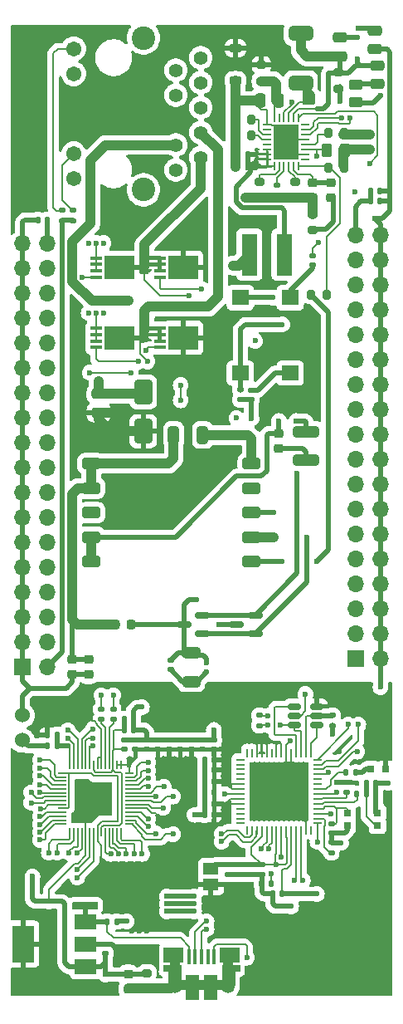
<source format=gbr>
%TF.GenerationSoftware,KiCad,Pcbnew,8.0.1*%
%TF.CreationDate,2024-10-20T22:07:06-07:00*%
%TF.ProjectId,POEPico,504f4550-6963-46f2-9e6b-696361645f70,rev?*%
%TF.SameCoordinates,Original*%
%TF.FileFunction,Copper,L1,Top*%
%TF.FilePolarity,Positive*%
%FSLAX46Y46*%
G04 Gerber Fmt 4.6, Leading zero omitted, Abs format (unit mm)*
G04 Created by KiCad (PCBNEW 8.0.1) date 2024-10-20 22:07:06*
%MOMM*%
%LPD*%
G01*
G04 APERTURE LIST*
G04 Aperture macros list*
%AMRoundRect*
0 Rectangle with rounded corners*
0 $1 Rounding radius*
0 $2 $3 $4 $5 $6 $7 $8 $9 X,Y pos of 4 corners*
0 Add a 4 corners polygon primitive as box body*
4,1,4,$2,$3,$4,$5,$6,$7,$8,$9,$2,$3,0*
0 Add four circle primitives for the rounded corners*
1,1,$1+$1,$2,$3*
1,1,$1+$1,$4,$5*
1,1,$1+$1,$6,$7*
1,1,$1+$1,$8,$9*
0 Add four rect primitives between the rounded corners*
20,1,$1+$1,$2,$3,$4,$5,0*
20,1,$1+$1,$4,$5,$6,$7,0*
20,1,$1+$1,$6,$7,$8,$9,0*
20,1,$1+$1,$8,$9,$2,$3,0*%
G04 Aperture macros list end*
%TA.AperFunction,SMDPad,CuDef*%
%ADD10RoundRect,0.375000X0.875000X-0.375000X0.875000X0.375000X-0.875000X0.375000X-0.875000X-0.375000X0*%
%TD*%
%TA.AperFunction,SMDPad,CuDef*%
%ADD11RoundRect,0.225000X-0.375000X0.225000X-0.375000X-0.225000X0.375000X-0.225000X0.375000X0.225000X0*%
%TD*%
%TA.AperFunction,SMDPad,CuDef*%
%ADD12RoundRect,0.218750X-0.218750X-0.256250X0.218750X-0.256250X0.218750X0.256250X-0.218750X0.256250X0*%
%TD*%
%TA.AperFunction,SMDPad,CuDef*%
%ADD13R,1.650000X4.300000*%
%TD*%
%TA.AperFunction,SMDPad,CuDef*%
%ADD14RoundRect,0.140000X0.170000X-0.140000X0.170000X0.140000X-0.170000X0.140000X-0.170000X-0.140000X0*%
%TD*%
%TA.AperFunction,SMDPad,CuDef*%
%ADD15RoundRect,0.250000X0.475000X-0.250000X0.475000X0.250000X-0.475000X0.250000X-0.475000X-0.250000X0*%
%TD*%
%TA.AperFunction,SMDPad,CuDef*%
%ADD16RoundRect,0.140000X-0.140000X-0.170000X0.140000X-0.170000X0.140000X0.170000X-0.140000X0.170000X0*%
%TD*%
%TA.AperFunction,SMDPad,CuDef*%
%ADD17RoundRect,0.140000X0.140000X0.170000X-0.140000X0.170000X-0.140000X-0.170000X0.140000X-0.170000X0*%
%TD*%
%TA.AperFunction,SMDPad,CuDef*%
%ADD18RoundRect,0.140000X-0.170000X0.140000X-0.170000X-0.140000X0.170000X-0.140000X0.170000X0.140000X0*%
%TD*%
%TA.AperFunction,SMDPad,CuDef*%
%ADD19RoundRect,0.135000X-0.135000X-0.185000X0.135000X-0.185000X0.135000X0.185000X-0.135000X0.185000X0*%
%TD*%
%TA.AperFunction,SMDPad,CuDef*%
%ADD20R,2.200000X1.500000*%
%TD*%
%TA.AperFunction,SMDPad,CuDef*%
%ADD21R,2.200000X3.800000*%
%TD*%
%TA.AperFunction,SMDPad,CuDef*%
%ADD22RoundRect,0.200000X-0.275000X0.200000X-0.275000X-0.200000X0.275000X-0.200000X0.275000X0.200000X0*%
%TD*%
%TA.AperFunction,SMDPad,CuDef*%
%ADD23RoundRect,0.135000X0.135000X0.185000X-0.135000X0.185000X-0.135000X-0.185000X0.135000X-0.185000X0*%
%TD*%
%TA.AperFunction,SMDPad,CuDef*%
%ADD24RoundRect,0.200000X0.275000X-0.200000X0.275000X0.200000X-0.275000X0.200000X-0.275000X-0.200000X0*%
%TD*%
%TA.AperFunction,SMDPad,CuDef*%
%ADD25RoundRect,0.150000X-0.512500X-0.150000X0.512500X-0.150000X0.512500X0.150000X-0.512500X0.150000X0*%
%TD*%
%TA.AperFunction,SMDPad,CuDef*%
%ADD26RoundRect,0.200000X0.200000X0.275000X-0.200000X0.275000X-0.200000X-0.275000X0.200000X-0.275000X0*%
%TD*%
%TA.AperFunction,SMDPad,CuDef*%
%ADD27R,1.219200X0.406400*%
%TD*%
%TA.AperFunction,SMDPad,CuDef*%
%ADD28R,3.073400X2.489200*%
%TD*%
%TA.AperFunction,SMDPad,CuDef*%
%ADD29RoundRect,0.150000X0.587500X0.150000X-0.587500X0.150000X-0.587500X-0.150000X0.587500X-0.150000X0*%
%TD*%
%TA.AperFunction,SMDPad,CuDef*%
%ADD30RoundRect,0.225000X-0.250000X0.225000X-0.250000X-0.225000X0.250000X-0.225000X0.250000X0.225000X0*%
%TD*%
%TA.AperFunction,SMDPad,CuDef*%
%ADD31R,1.600000X1.200000*%
%TD*%
%TA.AperFunction,SMDPad,CuDef*%
%ADD32RoundRect,0.250000X1.075000X-0.312500X1.075000X0.312500X-1.075000X0.312500X-1.075000X-0.312500X0*%
%TD*%
%TA.AperFunction,SMDPad,CuDef*%
%ADD33RoundRect,0.250000X0.250000X0.475000X-0.250000X0.475000X-0.250000X-0.475000X0.250000X-0.475000X0*%
%TD*%
%TA.AperFunction,SMDPad,CuDef*%
%ADD34RoundRect,0.135000X0.185000X-0.135000X0.185000X0.135000X-0.185000X0.135000X-0.185000X-0.135000X0*%
%TD*%
%TA.AperFunction,SMDPad,CuDef*%
%ADD35RoundRect,0.250000X-0.450000X0.262500X-0.450000X-0.262500X0.450000X-0.262500X0.450000X0.262500X0*%
%TD*%
%TA.AperFunction,SMDPad,CuDef*%
%ADD36RoundRect,0.135000X-0.185000X0.135000X-0.185000X-0.135000X0.185000X-0.135000X0.185000X0.135000X0*%
%TD*%
%TA.AperFunction,SMDPad,CuDef*%
%ADD37RoundRect,0.200000X-0.200000X-0.275000X0.200000X-0.275000X0.200000X0.275000X-0.200000X0.275000X0*%
%TD*%
%TA.AperFunction,SMDPad,CuDef*%
%ADD38R,1.780000X1.585000*%
%TD*%
%TA.AperFunction,SMDPad,CuDef*%
%ADD39RoundRect,0.062500X-0.362500X-0.062500X0.362500X-0.062500X0.362500X0.062500X-0.362500X0.062500X0*%
%TD*%
%TA.AperFunction,SMDPad,CuDef*%
%ADD40RoundRect,0.062500X-0.062500X-0.362500X0.062500X-0.362500X0.062500X0.362500X-0.062500X0.362500X0*%
%TD*%
%TA.AperFunction,HeatsinkPad*%
%ADD41R,2.650000X3.650000*%
%TD*%
%TA.AperFunction,SMDPad,CuDef*%
%ADD42RoundRect,0.250000X-0.262500X-0.450000X0.262500X-0.450000X0.262500X0.450000X-0.262500X0.450000X0*%
%TD*%
%TA.AperFunction,ComponentPad*%
%ADD43C,1.524000*%
%TD*%
%TA.AperFunction,SMDPad,CuDef*%
%ADD44RoundRect,0.292500X0.647500X0.292500X-0.647500X0.292500X-0.647500X-0.292500X0.647500X-0.292500X0*%
%TD*%
%TA.AperFunction,ComponentPad*%
%ADD45C,1.408000*%
%TD*%
%TA.AperFunction,ComponentPad*%
%ADD46C,1.545000*%
%TD*%
%TA.AperFunction,ComponentPad*%
%ADD47C,2.400000*%
%TD*%
%TA.AperFunction,SMDPad,CuDef*%
%ADD48R,0.800000X0.800000*%
%TD*%
%TA.AperFunction,SMDPad,CuDef*%
%ADD49RoundRect,0.062500X0.062500X-0.375000X0.062500X0.375000X-0.062500X0.375000X-0.062500X-0.375000X0*%
%TD*%
%TA.AperFunction,SMDPad,CuDef*%
%ADD50RoundRect,0.062500X0.375000X-0.062500X0.375000X0.062500X-0.375000X0.062500X-0.375000X-0.062500X0*%
%TD*%
%TA.AperFunction,HeatsinkPad*%
%ADD51R,4.300000X4.300000*%
%TD*%
%TA.AperFunction,SMDPad,CuDef*%
%ADD52RoundRect,0.250000X0.650000X-1.000000X0.650000X1.000000X-0.650000X1.000000X-0.650000X-1.000000X0*%
%TD*%
%TA.AperFunction,SMDPad,CuDef*%
%ADD53RoundRect,0.250000X-0.475000X0.250000X-0.475000X-0.250000X0.475000X-0.250000X0.475000X0.250000X0*%
%TD*%
%TA.AperFunction,SMDPad,CuDef*%
%ADD54RoundRect,0.250000X0.325000X0.650000X-0.325000X0.650000X-0.325000X-0.650000X0.325000X-0.650000X0*%
%TD*%
%TA.AperFunction,SMDPad,CuDef*%
%ADD55RoundRect,0.050000X-0.387500X-0.050000X0.387500X-0.050000X0.387500X0.050000X-0.387500X0.050000X0*%
%TD*%
%TA.AperFunction,SMDPad,CuDef*%
%ADD56RoundRect,0.050000X-0.050000X-0.387500X0.050000X-0.387500X0.050000X0.387500X-0.050000X0.387500X0*%
%TD*%
%TA.AperFunction,HeatsinkPad*%
%ADD57R,3.200000X3.200000*%
%TD*%
%TA.AperFunction,SMDPad,CuDef*%
%ADD58RoundRect,0.250000X-0.650000X0.325000X-0.650000X-0.325000X0.650000X-0.325000X0.650000X0.325000X0*%
%TD*%
%TA.AperFunction,SMDPad,CuDef*%
%ADD59R,0.400000X1.650000*%
%TD*%
%TA.AperFunction,SMDPad,CuDef*%
%ADD60R,1.825000X0.700000*%
%TD*%
%TA.AperFunction,SMDPad,CuDef*%
%ADD61R,2.000000X1.500000*%
%TD*%
%TA.AperFunction,SMDPad,CuDef*%
%ADD62R,1.350000X2.000000*%
%TD*%
%TA.AperFunction,ComponentPad*%
%ADD63O,1.350000X1.700000*%
%TD*%
%TA.AperFunction,ComponentPad*%
%ADD64O,1.100000X1.500000*%
%TD*%
%TA.AperFunction,SMDPad,CuDef*%
%ADD65R,1.430000X2.500000*%
%TD*%
%TA.AperFunction,SMDPad,CuDef*%
%ADD66RoundRect,0.225000X0.250000X-0.225000X0.250000X0.225000X-0.250000X0.225000X-0.250000X-0.225000X0*%
%TD*%
%TA.AperFunction,ComponentPad*%
%ADD67R,1.700000X1.700000*%
%TD*%
%TA.AperFunction,ComponentPad*%
%ADD68O,1.700000X1.700000*%
%TD*%
%TA.AperFunction,ViaPad*%
%ADD69C,0.600000*%
%TD*%
%TA.AperFunction,Conductor*%
%ADD70C,1.016000*%
%TD*%
%TA.AperFunction,Conductor*%
%ADD71C,0.508000*%
%TD*%
%TA.AperFunction,Conductor*%
%ADD72C,0.200000*%
%TD*%
G04 APERTURE END LIST*
D10*
%TO.P,L1,1,1*%
%TO.N,Net-(U3-HSSRC)*%
X144482000Y-31839000D03*
%TO.P,L1,2,2*%
%TO.N,Net-(U3-VIN)*%
X144482000Y-26839000D03*
%TD*%
D11*
%TO.P,D4,2,A*%
%TO.N,VSS*%
X137818401Y-31622000D03*
%TO.P,D4,1,K*%
%TO.N,VDD*%
X137818401Y-28322000D03*
%TD*%
D12*
%TO.P,L4,2,2*%
%TO.N,+12V0*%
X127152500Y-87061629D03*
%TO.P,L4,1,1*%
%TO.N,Net-(C46-Pad1)*%
X125577500Y-87061629D03*
%TD*%
D13*
%TO.P,L3,1,1*%
%TO.N,Net-(D5-K)*%
X139232500Y-49376000D03*
%TO.P,L3,2,2*%
%TO.N,Net-(C44-Pad1)*%
X142832500Y-49376000D03*
%TD*%
D14*
%TO.P,C9,1*%
%TO.N,+3V3*%
X133336001Y-99811029D03*
%TO.P,C9,2*%
%TO.N,GND*%
X133336001Y-98851029D03*
%TD*%
D15*
%TO.P,C67,1*%
%TO.N,GND*%
X152042401Y-28449929D03*
%TO.P,C67,2*%
%TO.N,/Connectors/CT*%
X152042401Y-26549929D03*
%TD*%
D16*
%TO.P,C64,1*%
%TO.N,GND*%
X117658000Y-45832829D03*
%TO.P,C64,2*%
%TO.N,+5V0*%
X118618000Y-45832829D03*
%TD*%
D17*
%TO.P,C26,1*%
%TO.N,+3V3*%
X135631401Y-101914029D03*
%TO.P,C26,2*%
%TO.N,GND*%
X134671401Y-101914029D03*
%TD*%
D18*
%TO.P,C17,1*%
%TO.N,Net-(U3-SFST)*%
X142071734Y-42323629D03*
%TO.P,C17,2*%
%TO.N,VSS*%
X142071734Y-43283629D03*
%TD*%
D19*
%TO.P,R4,1*%
%TO.N,+3V3*%
X118586201Y-98313829D03*
%TO.P,R4,2*%
%TO.N,/MicroController/QSPI_SS*%
X119606201Y-98313829D03*
%TD*%
D20*
%TO.P,U5,1,ADJ/GND*%
%TO.N,GND*%
X122479600Y-121959400D03*
%TO.P,U5,2,OUT*%
%TO.N,+3V3*%
X122479600Y-119659400D03*
%TO.P,U5,3,IN*%
%TO.N,+5V0*%
X122479600Y-117359400D03*
D21*
%TO.P,U5,4,OUT*%
%TO.N,+3V3*%
X116179600Y-119659400D03*
%TD*%
D22*
%TO.P,R9,1*%
%TO.N,Net-(U3-ROSC)*%
X140251401Y-41991629D03*
%TO.P,R9,2*%
%TO.N,VSS*%
X140251401Y-43641629D03*
%TD*%
D23*
%TO.P,R15,1*%
%TO.N,Net-(D2-K)*%
X150109401Y-102168029D03*
%TO.P,R15,2*%
%TO.N,Net-(U6-MDC{slash}GPIO2)*%
X149089401Y-102168029D03*
%TD*%
D24*
%TO.P,R36,1*%
%TO.N,CGND*%
X128778000Y-124281400D03*
%TO.P,R36,2*%
%TO.N,GND*%
X128778000Y-122631400D03*
%TD*%
D25*
%TO.P,U7,1,DO*%
%TO.N,/MicroController/EEDI*%
X143826401Y-95437029D03*
%TO.P,U7,2,Vss*%
%TO.N,GND*%
X143826401Y-96387029D03*
%TO.P,U7,3,DI*%
%TO.N,/MicroController/EEDO*%
X143826401Y-97337029D03*
%TO.P,U7,4,CLK*%
%TO.N,/MicroController/EECLK*%
X146101401Y-97337029D03*
%TO.P,U7,5,CS*%
%TO.N,/MicroController/EECS*%
X146101401Y-96387029D03*
%TO.P,U7,6,Vcc*%
%TO.N,+3V3*%
X146101401Y-95437029D03*
%TD*%
D26*
%TO.P,R6,1*%
%TO.N,Net-(U3-RCLASS)*%
X139418401Y-37228629D03*
%TO.P,R6,2*%
%TO.N,VSS*%
X137768401Y-37228629D03*
%TD*%
D17*
%TO.P,C65,1*%
%TO.N,GND*%
X152598000Y-42926000D03*
%TO.P,C65,2*%
%TO.N,+12V0*%
X151638000Y-42926000D03*
%TD*%
%TO.P,C34,1*%
%TO.N,/MicroController/VDD_PLL*%
X142563001Y-114554000D03*
%TO.P,C34,2*%
%TO.N,GND*%
X141603001Y-114554000D03*
%TD*%
D18*
%TO.P,C20,1*%
%TO.N,+3V3*%
X124536600Y-119659400D03*
%TO.P,C20,2*%
%TO.N,GND*%
X124536600Y-120619400D03*
%TD*%
D14*
%TO.P,C11,1*%
%TO.N,+3V3*%
X135622001Y-99811029D03*
%TO.P,C11,2*%
%TO.N,GND*%
X135622001Y-98851029D03*
%TD*%
D27*
%TO.P,Q3,1,S*%
%TO.N,/Connectors/VC2P*%
X130084101Y-49713130D03*
%TO.P,Q3,2,S*%
X130084101Y-50363128D03*
%TO.P,Q3,3,S*%
X130084101Y-51013130D03*
%TO.P,Q3,4,G*%
%TO.N,/Power/TG45*%
X130084101Y-51663128D03*
D28*
%TO.P,Q3,5,D*%
%TO.N,VDD*%
X132484401Y-50688129D03*
%TD*%
D29*
%TO.P,Q14,1,B*%
%TO.N,Net-(Q13-B)*%
X134463000Y-88027814D03*
%TO.P,Q14,2,E*%
%TO.N,Net-(Q12-G)*%
X134463000Y-86127814D03*
%TO.P,Q14,3,C*%
%TO.N,+12V0*%
X132588000Y-87077814D03*
%TD*%
D30*
%TO.P,C47,1*%
%TO.N,Net-(C46-Pad1)*%
X122809000Y-90637000D03*
%TO.P,C47,2*%
%TO.N,GND*%
X122809000Y-92187000D03*
%TD*%
D31*
%TO.P,FB1,1*%
%TO.N,+3V3*%
X135306401Y-113595600D03*
%TO.P,FB1,2*%
%TO.N,/MicroController/VDD_33A*%
X135306401Y-111995600D03*
%TD*%
D18*
%TO.P,C24,1*%
%TO.N,/MicroController/VDD_33A*%
X138227401Y-111575600D03*
%TO.P,C24,2*%
%TO.N,GND*%
X138227401Y-112535600D03*
%TD*%
D17*
%TO.P,C27,1*%
%TO.N,+3V3*%
X135631401Y-103057029D03*
%TO.P,C27,2*%
%TO.N,GND*%
X134671401Y-103057029D03*
%TD*%
D32*
%TO.P,R28,1*%
%TO.N,Net-(C50-Pad2)*%
X145034000Y-70358000D03*
%TO.P,R28,2*%
%TO.N,GND*%
X145034000Y-67433000D03*
%TD*%
D33*
%TO.P,C40,1*%
%TO.N,Net-(U3-VPORT)*%
X142240000Y-33655000D03*
%TO.P,C40,2*%
%TO.N,VSS*%
X140340000Y-33655000D03*
%TD*%
D34*
%TO.P,R20,1*%
%TO.N,/MicroController/EEDO*%
X140259401Y-97372029D03*
%TO.P,R20,2*%
%TO.N,GND*%
X140259401Y-96352029D03*
%TD*%
D17*
%TO.P,C44,1*%
%TO.N,Net-(C44-Pad1)*%
X139060401Y-39150629D03*
%TO.P,C44,2*%
%TO.N,VSS*%
X138100401Y-39150629D03*
%TD*%
D35*
%TO.P,R26,1*%
%TO.N,Net-(C45-Pad2)*%
X150114000Y-32036500D03*
%TO.P,R26,2*%
%TO.N,Net-(Q11-D)*%
X150114000Y-33861500D03*
%TD*%
D17*
%TO.P,C25,1*%
%TO.N,+3V3*%
X135631401Y-100898029D03*
%TO.P,C25,2*%
%TO.N,GND*%
X134671401Y-100898029D03*
%TD*%
D15*
%TO.P,C16,1*%
%TO.N,VDD*%
X123848401Y-65466629D03*
%TO.P,C16,2*%
%TO.N,VSS*%
X123848401Y-63566629D03*
%TD*%
D17*
%TO.P,C32,1*%
%TO.N,+3V3*%
X135631401Y-105355029D03*
%TO.P,C32,2*%
%TO.N,GND*%
X134671401Y-105355029D03*
%TD*%
D36*
%TO.P,R11,1*%
%TO.N,Net-(J2-Pad11)*%
X120140001Y-44872829D03*
%TO.P,R11,2*%
%TO.N,+3V3*%
X120140001Y-45892829D03*
%TD*%
D18*
%TO.P,C52,1*%
%TO.N,Net-(C52-Pad1)*%
X145692401Y-49459000D03*
%TO.P,C52,2*%
%TO.N,Net-(C52-Pad2)*%
X145692401Y-50419000D03*
%TD*%
D37*
%TO.P,R30,1*%
%TO.N,Net-(U3-SG)*%
X147270000Y-36957000D03*
%TO.P,R30,2*%
%TO.N,Net-(C52-Pad1)*%
X148920000Y-36957000D03*
%TD*%
D38*
%TO.P,T1,1*%
%TO.N,Net-(C52-Pad2)*%
X143406401Y-53755129D03*
%TO.P,T1,3*%
%TO.N,VSS*%
X138326401Y-53755129D03*
%TO.P,T1,4*%
%TO.N,GND*%
X138326401Y-61440129D03*
%TO.P,T1,6*%
%TO.N,Net-(C54-Pad1)*%
X143406401Y-61440129D03*
%TD*%
D39*
%TO.P,U3,1,GND*%
%TO.N,VSS*%
X141075401Y-36150629D03*
%TO.P,U3,2,AUX*%
%TO.N,/Power/AUX*%
X141075401Y-36650629D03*
%TO.P,U3,3,RCLASS++*%
%TO.N,Net-(U3-RCLASS++)*%
X141075401Y-37150629D03*
%TO.P,U3,4,RCLASS*%
%TO.N,Net-(U3-RCLASS)*%
X141075401Y-37650629D03*
%TO.P,U3,5,T2P*%
%TO.N,/Power/T2P*%
X141075401Y-38150629D03*
%TO.P,U3,6,VCC*%
%TO.N,Net-(C44-Pad1)*%
X141075401Y-38650629D03*
%TO.P,U3,7,VCC*%
X141075401Y-39150629D03*
%TO.P,U3,8,VCC*%
X141075401Y-39650629D03*
D40*
%TO.P,U3,9,VCC*%
X141775401Y-40350629D03*
%TO.P,U3,10,ROSC*%
%TO.N,Net-(U3-ROSC)*%
X142275401Y-40350629D03*
%TO.P,U3,11,SFST*%
%TO.N,Net-(U3-SFST)*%
X142775401Y-40350629D03*
%TO.P,U3,12,FSSDLY*%
%TO.N,Net-(U3-FSSDLY)*%
X143275401Y-40350629D03*
%TO.P,U3,13,ITHB*%
%TO.N,Net-(U3-ITHB)*%
X143775401Y-40350629D03*
%TO.P,U3,14,FB31*%
%TO.N,Net-(U3-FB31)*%
X144275401Y-40350629D03*
D39*
%TO.P,U3,15,RLDCMP*%
%TO.N,unconnected-(U3-RLDCMP-Pad15)*%
X144975401Y-39650629D03*
%TO.P,U3,16,ISEN-*%
%TO.N,VSS*%
X144975401Y-39150629D03*
%TO.P,U3,17,ISEN+*%
%TO.N,Net-(U3-ISEN+)*%
X144975401Y-38650629D03*
%TO.P,U3,18,SG*%
%TO.N,Net-(U3-SG)*%
X144975401Y-38150629D03*
%TO.P,U3,19,GND*%
%TO.N,VSS*%
X144975401Y-37650629D03*
%TO.P,U3,20,PG*%
%TO.N,Net-(D6-K)*%
X144975401Y-37150629D03*
%TO.P,U3,21,VCC*%
%TO.N,Net-(C44-Pad1)*%
X144975401Y-36650629D03*
%TO.P,U3,22,DNC*%
%TO.N,unconnected-(U3-DNC-Pad22)*%
X144975401Y-36150629D03*
D40*
%TO.P,U3,23,SWVCC*%
%TO.N,Net-(Q10-B)*%
X144275401Y-35450629D03*
%TO.P,U3,24,VIN*%
%TO.N,Net-(U3-VIN)*%
X143775401Y-35450629D03*
%TO.P,U3,25,HSSRC*%
%TO.N,Net-(U3-HSSRC)*%
X143275401Y-35450629D03*
%TO.P,U3,26,HSGATE*%
%TO.N,Net-(Q9-G)*%
X142775401Y-35450629D03*
%TO.P,U3,27,NC*%
%TO.N,unconnected-(U3-NC-Pad27)*%
X142275401Y-35450629D03*
%TO.P,U3,28,VPORT*%
%TO.N,Net-(U3-VPORT)*%
X141775401Y-35450629D03*
D41*
%TO.P,U3,29,GND*%
%TO.N,VSS*%
X143025401Y-37900629D03*
%TD*%
D36*
%TO.P,R16,1*%
%TO.N,+3V3*%
X149149401Y-103154029D03*
%TO.P,R16,2*%
%TO.N,Net-(U6-VBUS_DET)*%
X149149401Y-104174029D03*
%TD*%
D18*
%TO.P,C4,1*%
%TO.N,GND*%
X127621001Y-98851029D03*
%TO.P,C4,2*%
%TO.N,+3V3*%
X127621001Y-99811029D03*
%TD*%
D34*
%TO.P,R19,1*%
%TO.N,GND*%
X147752401Y-97372029D03*
%TO.P,R19,2*%
%TO.N,/MicroController/EECS*%
X147752401Y-96352029D03*
%TD*%
D29*
%TO.P,Q13,1,B*%
%TO.N,Net-(Q13-B)*%
X139825001Y-88011629D03*
%TO.P,Q13,2,E*%
%TO.N,Net-(Q12-G)*%
X139825001Y-86111629D03*
%TO.P,Q13,3,C*%
%TO.N,GND*%
X137950001Y-87061629D03*
%TD*%
D42*
%TO.P,R27,1*%
%TO.N,Net-(U3-ISEN+)*%
X147180501Y-38735000D03*
%TO.P,R27,2*%
%TO.N,VSS*%
X149005501Y-38735000D03*
%TD*%
D30*
%TO.P,C19,1*%
%TO.N,Net-(U3-ITHB)*%
X147597401Y-42028629D03*
%TO.P,C19,2*%
%TO.N,Net-(C19-Pad2)*%
X147597401Y-43578629D03*
%TD*%
D14*
%TO.P,C21,1*%
%TO.N,GND*%
X147625401Y-108321429D03*
%TO.P,C21,2*%
%TO.N,/MicroController/XI_ETH*%
X147625401Y-107361429D03*
%TD*%
D16*
%TO.P,C2,1*%
%TO.N,+1V1*%
X126448001Y-96692029D03*
%TO.P,C2,2*%
%TO.N,GND*%
X127408001Y-96692029D03*
%TD*%
D36*
%TO.P,R12,1*%
%TO.N,Net-(J2-Pad13)*%
X121206801Y-44872829D03*
%TO.P,R12,2*%
%TO.N,+3V3*%
X121206801Y-45892829D03*
%TD*%
D43*
%TO.P,J10,1*%
%TO.N,/Connectors/USB_BOOT*%
X116064001Y-98892029D03*
%TO.P,J10,2*%
%TO.N,GND*%
X116084001Y-96352029D03*
%TD*%
D44*
%TO.P,TR1,1*%
%TO.N,Net-(R24-Pad1)*%
X139474801Y-80678629D03*
%TO.P,TR1,2*%
%TO.N,VSS*%
X139474801Y-78178629D03*
%TO.P,TR1,3*%
%TO.N,Net-(Q11-D)*%
X139474801Y-75678629D03*
%TO.P,TR1,4*%
%TO.N,unconnected-(TR1-Pad4)*%
X139474801Y-73178629D03*
%TO.P,TR1,5*%
%TO.N,Net-(U3-VIN)*%
X139474801Y-70678629D03*
%TO.P,TR1,6*%
%TO.N,Net-(Q12-D)*%
X123114801Y-80678629D03*
%TO.P,TR1,7*%
X123114801Y-78178629D03*
%TO.P,TR1,8*%
%TO.N,unconnected-(TR1-Pad8)*%
X123114801Y-75678629D03*
%TO.P,TR1,9*%
%TO.N,Net-(C46-Pad1)*%
X123114801Y-73178629D03*
%TO.P,TR1,10*%
X123114801Y-70678629D03*
%TD*%
D26*
%TO.P,R34,1*%
%TO.N,Net-(U3-RCLASS++)*%
X139418401Y-35577629D03*
%TO.P,R34,2*%
%TO.N,VSS*%
X137768401Y-35577629D03*
%TD*%
D18*
%TO.P,C1,1*%
%TO.N,GND*%
X126478001Y-98851029D03*
%TO.P,C1,2*%
%TO.N,+1V1*%
X126478001Y-99811029D03*
%TD*%
D45*
%TO.P,J2,1,TD+*%
%TO.N,/Connectors/ETH_TXP*%
X134278401Y-29297629D03*
%TO.P,J2,2,TD-*%
%TO.N,/Connectors/ETH_TXN*%
X131738401Y-30567629D03*
%TO.P,J2,3,CD*%
%TO.N,/Connectors/CT*%
X134278401Y-31837629D03*
%TO.P,J2,4,RD+*%
%TO.N,/Connectors/ETH_RXP*%
X131738401Y-33107629D03*
%TO.P,J2,5,RD-*%
%TO.N,/Connectors/ETH_RXN*%
X134278401Y-34377629D03*
%TO.P,J2,7,V1+*%
%TO.N,/Connectors/VC1P*%
X134278401Y-36917629D03*
%TO.P,J2,8,V1-*%
%TO.N,/Connectors/VC1N*%
X131738401Y-38187629D03*
%TO.P,J2,9,V2+*%
%TO.N,/Connectors/VC2P*%
X134278401Y-39457629D03*
%TO.P,J2,10,V2-*%
%TO.N,/Connectors/VC2N*%
X131738401Y-40727629D03*
D46*
%TO.P,J2,11*%
%TO.N,Net-(J2-Pad11)*%
X121308401Y-28387629D03*
%TO.P,J2,12*%
%TO.N,/Connectors/LED1_Y*%
X121308401Y-30927629D03*
%TO.P,J2,13*%
%TO.N,Net-(J2-Pad13)*%
X121308401Y-39097629D03*
%TO.P,J2,14*%
%TO.N,/Connectors/LED2_G*%
X121308401Y-41637629D03*
D47*
%TO.P,J2,S1,SHIELD1*%
%TO.N,CGND*%
X128438401Y-27267629D03*
%TO.P,J2,S2,SHIELD2*%
X128438401Y-42757629D03*
%TD*%
D17*
%TO.P,C37,1*%
%TO.N,+3V3*%
X135631401Y-106486029D03*
%TO.P,C37,2*%
%TO.N,GND*%
X134671401Y-106486029D03*
%TD*%
D18*
%TO.P,C54,1*%
%TO.N,Net-(C54-Pad1)*%
X139469401Y-63185629D03*
%TO.P,C54,2*%
%TO.N,Net-(D7-K)*%
X139469401Y-64145629D03*
%TD*%
D14*
%TO.P,C7,1*%
%TO.N,+3V3*%
X131050001Y-99811029D03*
%TO.P,C7,2*%
%TO.N,GND*%
X131050001Y-98851029D03*
%TD*%
D37*
%TO.P,R24,1*%
%TO.N,Net-(R24-Pad1)*%
X145502401Y-53437629D03*
%TO.P,R24,2*%
%TO.N,Net-(U3-FB31)*%
X147152401Y-53437629D03*
%TD*%
D30*
%TO.P,C18,1*%
%TO.N,Net-(U3-ITHB)*%
X145712401Y-42028629D03*
%TO.P,C18,2*%
%TO.N,VSS*%
X145712401Y-43578629D03*
%TD*%
D48*
%TO.P,D2,1,K*%
%TO.N,Net-(D2-K)*%
X151650000Y-101854000D03*
%TO.P,D2,2,A*%
%TO.N,+3V3*%
X153150000Y-101854000D03*
%TD*%
D18*
%TO.P,C36,1*%
%TO.N,/MicroController/VDD_33A*%
X140513401Y-111575600D03*
%TO.P,C36,2*%
%TO.N,GND*%
X140513401Y-112535600D03*
%TD*%
%TO.P,C51,1*%
%TO.N,+12V0*%
X131191000Y-90706000D03*
%TO.P,C51,2*%
%TO.N,GND*%
X131191000Y-91666000D03*
%TD*%
D23*
%TO.P,R18,1*%
%TO.N,Net-(C22-Pad2)*%
X151223401Y-104356029D03*
%TO.P,R18,2*%
%TO.N,/MicroController/XO_ETH*%
X150203401Y-104356029D03*
%TD*%
D36*
%TO.P,R14,1*%
%TO.N,GND*%
X147625401Y-109306029D03*
%TO.P,R14,2*%
%TO.N,Net-(U6-USBRBIAS)*%
X147625401Y-110326029D03*
%TD*%
D30*
%TO.P,C46,1*%
%TO.N,Net-(C46-Pad1)*%
X121158000Y-90637000D03*
%TO.P,C46,2*%
%TO.N,GND*%
X121158000Y-92187000D03*
%TD*%
D18*
%TO.P,C23,1*%
%TO.N,/MicroController/VDD_33A*%
X137084401Y-111575600D03*
%TO.P,C23,2*%
%TO.N,GND*%
X137084401Y-112535600D03*
%TD*%
D22*
%TO.P,R23,1*%
%TO.N,Net-(U3-VIN)*%
X148336000Y-30798000D03*
%TO.P,R23,2*%
%TO.N,Net-(Q10-E)*%
X148336000Y-32448000D03*
%TD*%
D49*
%TO.P,U6,1,NPHY_INT*%
%TO.N,unconnected-(U6-NPHY_INT-Pad1)*%
X139013401Y-108042529D03*
%TO.P,U6,2,TXN*%
%TO.N,/Connectors/ETH_TXN*%
X139513401Y-108042529D03*
%TO.P,U6,3,TXP*%
%TO.N,/Connectors/ETH_TXP*%
X140013401Y-108042529D03*
%TO.P,U6,4,VDD33A*%
%TO.N,/MicroController/VDD_33A*%
X140513401Y-108042529D03*
%TO.P,U6,5,RXN*%
%TO.N,/Connectors/ETH_RXN*%
X141013401Y-108042529D03*
%TO.P,U6,6,RXP*%
%TO.N,/Connectors/ETH_RXP*%
X141513401Y-108042529D03*
%TO.P,U6,7,VDD33A*%
%TO.N,/MicroController/VDD_33A*%
X142013401Y-108042529D03*
%TO.P,U6,8,EXRES*%
%TO.N,Net-(U6-EXRES)*%
X142513401Y-108042529D03*
%TO.P,U6,9,VDD33A*%
%TO.N,/MicroController/VDD_33A*%
X143013401Y-108042529D03*
%TO.P,U6,10,VDDPLL*%
%TO.N,/MicroController/VDD_PLL*%
X143513401Y-108042529D03*
%TO.P,U6,11,USBDM*%
%TO.N,/Connectors/USB_DN*%
X144013401Y-108042529D03*
%TO.P,U6,12,USBDP*%
%TO.N,/Connectors/USB_DP*%
X144513401Y-108042529D03*
%TO.P,U6,13,TEST2*%
%TO.N,GND*%
X145013401Y-108042529D03*
%TO.P,U6,14,NC*%
%TO.N,unconnected-(U6-NC-Pad14)*%
X145513401Y-108042529D03*
D50*
%TO.P,U6,15,VDD33A*%
%TO.N,/MicroController/VDD_33A*%
X146200901Y-107355029D03*
%TO.P,U6,16,USBRBIAS*%
%TO.N,Net-(U6-USBRBIAS)*%
X146200901Y-106855029D03*
%TO.P,U6,17,VDDUSBPLL*%
%TO.N,/MicroController/VDD_USBPLL*%
X146200901Y-106355029D03*
%TO.P,U6,18,XI*%
%TO.N,/MicroController/XI_ETH*%
X146200901Y-105855029D03*
%TO.P,U6,19,XO*%
%TO.N,/MicroController/XO_ETH*%
X146200901Y-105355029D03*
%TO.P,U6,20,VBUS_DET*%
%TO.N,Net-(U6-VBUS_DET)*%
X146200901Y-104855029D03*
%TO.P,U6,21,VDDCORE*%
%TO.N,/MicroController/VDD_CORE*%
X146200901Y-104355029D03*
%TO.P,U6,22,MDC/GPIO2*%
%TO.N,Net-(U6-MDC{slash}GPIO2)*%
X146200901Y-103855029D03*
%TO.P,U6,23,MDIO/GPIO1*%
%TO.N,unconnected-(U6-MDIO{slash}GPIO1-Pad23)*%
X146200901Y-103355029D03*
%TO.P,U6,24,NRESET*%
%TO.N,/MicroController/NRESET*%
X146200901Y-102855029D03*
%TO.P,U6,25,VDD33IO*%
%TO.N,+3V3*%
X146200901Y-102355029D03*
%TO.P,U6,26,NFDX_LED/GPIO8*%
%TO.N,Net-(U6-NFDX_LED{slash}GPIO8)*%
X146200901Y-101855029D03*
%TO.P,U6,27,NLNKA_LED/GPIO9*%
%TO.N,/Connectors/LED2_G*%
X146200901Y-101355029D03*
%TO.P,U6,28,NSPD_LED/GPIO10*%
%TO.N,/Connectors/LED1_Y*%
X146200901Y-100855029D03*
D49*
%TO.P,U6,29,EECLK/\u002APWR_SEL*%
%TO.N,/MicroController/EECLK*%
X145513401Y-100167529D03*
%TO.P,U6,30,EECS*%
%TO.N,/MicroController/EECS*%
X145013401Y-100167529D03*
%TO.P,U6,31,EEDO/\u002AAUTOMDIX_EN*%
%TO.N,/MicroController/EEDO*%
X144513401Y-100167529D03*
%TO.P,U6,32,EEDI*%
%TO.N,/MicroController/EEDI*%
X144013401Y-100167529D03*
%TO.P,U6,33,TEST3*%
%TO.N,GND*%
X143513401Y-100167529D03*
%TO.P,U6,34,PHY_SEL*%
X143013401Y-100167529D03*
%TO.P,U6,35,VDD33IO*%
%TO.N,+3V3*%
X142513401Y-100167529D03*
%TO.P,U6,36,NTRST/RXD0*%
X142013401Y-100167529D03*
%TO.P,U6,37,TDO/NPHY_RST*%
%TO.N,unconnected-(U6-TDO{slash}NPHY_RST-Pad37)*%
X141513401Y-100167529D03*
%TO.P,U6,38,TCK/RXD1*%
%TO.N,+3V3*%
X141013401Y-100167529D03*
%TO.P,U6,39,TMS/RXD2*%
X140513401Y-100167529D03*
%TO.P,U6,40,TDI/TXD3*%
X140013401Y-100167529D03*
%TO.P,U6,41,RXCLK*%
%TO.N,unconnected-(U6-RXCLK-Pad41)*%
X139513401Y-100167529D03*
%TO.P,U6,42,RXDV*%
%TO.N,unconnected-(U6-RXDV-Pad42)*%
X139013401Y-100167529D03*
D50*
%TO.P,U6,43,TXEN*%
%TO.N,unconnected-(U6-TXEN-Pad43)*%
X138325901Y-100855029D03*
%TO.P,U6,44,RXER*%
%TO.N,unconnected-(U6-RXER-Pad44)*%
X138325901Y-101355029D03*
%TO.P,U6,45,CRS/GPIO3*%
%TO.N,unconnected-(U6-CRS{slash}GPIO3-Pad45)*%
X138325901Y-101855029D03*
%TO.P,U6,46,COL/GPIO0*%
%TO.N,unconnected-(U6-COL{slash}GPIO0-Pad46)*%
X138325901Y-102355029D03*
%TO.P,U6,47,TXCLK*%
%TO.N,unconnected-(U6-TXCLK-Pad47)*%
X138325901Y-102855029D03*
%TO.P,U6,48,VDD33IO*%
%TO.N,+3V3*%
X138325901Y-103355029D03*
%TO.P,U6,49,TEST1*%
X138325901Y-103855029D03*
%TO.P,U6,50,VDDCORE*%
%TO.N,/MicroController/VDD_CORE*%
X138325901Y-104355029D03*
%TO.P,U6,51,VDD33IO*%
%TO.N,+3V3*%
X138325901Y-104855029D03*
%TO.P,U6,52,VDD33IO*%
X138325901Y-105355029D03*
%TO.P,U6,53,TXD3/GPIO7/\u002AEEP_SIZE*%
%TO.N,unconnected-(U6-TXD3{slash}GPIO7{slash}\u002AEEP_SIZE-Pad53)*%
X138325901Y-105855029D03*
%TO.P,U6,54,TXD2/GPIO6/\u002APORT_SWAP*%
%TO.N,unconnected-(U6-TXD2{slash}GPIO6{slash}\u002APORT_SWAP-Pad54)*%
X138325901Y-106355029D03*
%TO.P,U6,55,TXD1/GPIO5/\u002ARMT_WKP*%
%TO.N,unconnected-(U6-TXD1{slash}GPIO5{slash}\u002ARMT_WKP-Pad55)*%
X138325901Y-106855029D03*
%TO.P,U6,56,TXD0/GPIO4/\u002AEEP_DISABLE*%
%TO.N,unconnected-(U6-TXD0{slash}GPIO4{slash}\u002AEEP_DISABLE-Pad56)*%
X138325901Y-107355029D03*
D51*
%TO.P,U6,57,EPAD*%
%TO.N,GND*%
X142263401Y-104105029D03*
%TD*%
D36*
%TO.P,R1,1*%
%TO.N,/Connectors/USB_DP*%
X124121001Y-95702029D03*
%TO.P,R1,2*%
%TO.N,/MicroController/USBR_DP*%
X124121001Y-96722029D03*
%TD*%
D52*
%TO.P,D1,1,A1*%
%TO.N,VDD*%
X128420401Y-67376629D03*
%TO.P,D1,2,A2*%
%TO.N,VSS*%
X128420401Y-63376629D03*
%TD*%
D14*
%TO.P,C6,1*%
%TO.N,+3V3*%
X129907001Y-99811029D03*
%TO.P,C6,2*%
%TO.N,GND*%
X129907001Y-98851029D03*
%TD*%
%TO.P,C5,1*%
%TO.N,+3V3*%
X128764001Y-99811029D03*
%TO.P,C5,2*%
%TO.N,GND*%
X128764001Y-98851029D03*
%TD*%
%TO.P,C8,1*%
%TO.N,+3V3*%
X132193001Y-99811029D03*
%TO.P,C8,2*%
%TO.N,GND*%
X132193001Y-98851029D03*
%TD*%
%TO.P,C10,1*%
%TO.N,+3V3*%
X134479001Y-99811029D03*
%TO.P,C10,2*%
%TO.N,GND*%
X134479001Y-98851029D03*
%TD*%
D24*
%TO.P,R21,1*%
%TO.N,Net-(U3-VPORT)*%
X140462000Y-31699000D03*
%TO.P,R21,2*%
%TO.N,VDD*%
X140462000Y-30049000D03*
%TD*%
D17*
%TO.P,C66,1*%
%TO.N,GND*%
X152598000Y-43942000D03*
%TO.P,C66,2*%
%TO.N,+12V0*%
X151638000Y-43942000D03*
%TD*%
D15*
%TO.P,C42,1*%
%TO.N,Net-(U3-VIN)*%
X148463000Y-29144000D03*
%TO.P,C42,2*%
%TO.N,VSS*%
X148463000Y-27244000D03*
%TD*%
D53*
%TO.P,C45,1*%
%TO.N,Net-(U3-VIN)*%
X152273000Y-30099000D03*
%TO.P,C45,2*%
%TO.N,Net-(C45-Pad2)*%
X152273000Y-31999000D03*
%TD*%
D24*
%TO.P,R10,1*%
%TO.N,Net-(C19-Pad2)*%
X145692401Y-46865629D03*
%TO.P,R10,2*%
%TO.N,VSS*%
X145692401Y-45215629D03*
%TD*%
D16*
%TO.P,C3,1*%
%TO.N,+1V1*%
X126448001Y-97835029D03*
%TO.P,C3,2*%
%TO.N,GND*%
X127408001Y-97835029D03*
%TD*%
D36*
%TO.P,R31,1*%
%TO.N,GND*%
X138326401Y-63155629D03*
%TO.P,R31,2*%
%TO.N,Net-(D7-K)*%
X138326401Y-64175629D03*
%TD*%
D30*
%TO.P,C50,1*%
%TO.N,Net-(Q12-D)*%
X142263401Y-67604629D03*
%TO.P,C50,2*%
%TO.N,Net-(C50-Pad2)*%
X142263401Y-69154629D03*
%TD*%
D54*
%TO.P,C49,1*%
%TO.N,Net-(U3-VIN)*%
X134467401Y-67757629D03*
%TO.P,C49,2*%
%TO.N,Net-(C46-Pad1)*%
X131517401Y-67757629D03*
%TD*%
D19*
%TO.P,R3,1*%
%TO.N,/Connectors/USB_BOOT*%
X118591201Y-99456829D03*
%TO.P,R3,2*%
%TO.N,/MicroController/QSPI_SS*%
X119611201Y-99456829D03*
%TD*%
D55*
%TO.P,U1,1,IOVDD*%
%TO.N,+3V3*%
X120093501Y-102229029D03*
%TO.P,U1,2,GPIO0*%
%TO.N,/Connectors/GPIO0*%
X120093501Y-102629029D03*
%TO.P,U1,3,GPIO1*%
%TO.N,/Connectors/GPIO1*%
X120093501Y-103029029D03*
%TO.P,U1,4,GPIO2*%
%TO.N,/Connectors/GPIO2*%
X120093501Y-103429029D03*
%TO.P,U1,5,GPIO3*%
%TO.N,/Connectors/GPIO3*%
X120093501Y-103829029D03*
%TO.P,U1,6,GPIO4*%
%TO.N,/Connectors/GPIO4*%
X120093501Y-104229029D03*
%TO.P,U1,7,GPIO5*%
%TO.N,/Connectors/GPIO5*%
X120093501Y-104629029D03*
%TO.P,U1,8,GPIO6*%
%TO.N,/Connectors/GPIO6*%
X120093501Y-105029029D03*
%TO.P,U1,9,GPIO7*%
%TO.N,/Connectors/GPIO7*%
X120093501Y-105429029D03*
%TO.P,U1,10,IOVDD*%
%TO.N,+3V3*%
X120093501Y-105829029D03*
%TO.P,U1,11,GPIO8*%
%TO.N,/Connectors/GPIO8*%
X120093501Y-106229029D03*
%TO.P,U1,12,GPIO9*%
%TO.N,/Connectors/GPIO9*%
X120093501Y-106629029D03*
%TO.P,U1,13,GPIO10*%
%TO.N,/Connectors/GPIO10*%
X120093501Y-107029029D03*
%TO.P,U1,14,GPIO11*%
%TO.N,/Connectors/GPIO11*%
X120093501Y-107429029D03*
D56*
%TO.P,U1,15,GPIO12*%
%TO.N,/Connectors/GPIO12*%
X120931001Y-108266529D03*
%TO.P,U1,16,GPIO13*%
%TO.N,/Connectors/GPIO13*%
X121331001Y-108266529D03*
%TO.P,U1,17,GPIO14*%
%TO.N,/Connectors/GPIO14*%
X121731001Y-108266529D03*
%TO.P,U1,18,GPIO15*%
%TO.N,/Connectors/GPIO15*%
X122131001Y-108266529D03*
%TO.P,U1,19,TESTEN*%
%TO.N,GND*%
X122531001Y-108266529D03*
%TO.P,U1,20,XIN*%
%TO.N,/MicroController/XI_RP*%
X122931001Y-108266529D03*
%TO.P,U1,21,XOUT*%
%TO.N,/MicroController/XO_RP*%
X123331001Y-108266529D03*
%TO.P,U1,22,IOVDD*%
%TO.N,+3V3*%
X123731001Y-108266529D03*
%TO.P,U1,23,DVDD*%
%TO.N,+1V1*%
X124131001Y-108266529D03*
%TO.P,U1,24,SWCLK*%
%TO.N,/Connectors/SWCLK*%
X124531001Y-108266529D03*
%TO.P,U1,25,SWD*%
%TO.N,/Connectors/SWD*%
X124931001Y-108266529D03*
%TO.P,U1,26,RUN*%
%TO.N,/Connectors/RUN*%
X125331001Y-108266529D03*
%TO.P,U1,27,GPIO16*%
%TO.N,/Connectors/GPIO16*%
X125731001Y-108266529D03*
%TO.P,U1,28,GPIO17*%
%TO.N,/Connectors/GPIO17*%
X126131001Y-108266529D03*
D55*
%TO.P,U1,29,GPIO18*%
%TO.N,/Connectors/GPIO18*%
X126968501Y-107429029D03*
%TO.P,U1,30,GPIO19*%
%TO.N,/Connectors/GPIO19*%
X126968501Y-107029029D03*
%TO.P,U1,31,GPIO20*%
%TO.N,/Connectors/GPIO20*%
X126968501Y-106629029D03*
%TO.P,U1,32,GPIO21*%
%TO.N,/Connectors/GPIO21*%
X126968501Y-106229029D03*
%TO.P,U1,33,IOVDD*%
%TO.N,+3V3*%
X126968501Y-105829029D03*
%TO.P,U1,34,GPIO22*%
%TO.N,/Connectors/GPIO22*%
X126968501Y-105429029D03*
%TO.P,U1,35,GPIO23*%
%TO.N,/Connectors/GPIO23*%
X126968501Y-105029029D03*
%TO.P,U1,36,GPIO24*%
%TO.N,/Connectors/GPIO24*%
X126968501Y-104629029D03*
%TO.P,U1,37,GPIO25*%
%TO.N,/Connectors/GPIO25*%
X126968501Y-104229029D03*
%TO.P,U1,38,GPIO26_ADC0*%
%TO.N,/Connectors/GPIO26*%
X126968501Y-103829029D03*
%TO.P,U1,39,GPIO27_ADC1*%
%TO.N,/Connectors/GPIO27*%
X126968501Y-103429029D03*
%TO.P,U1,40,GPIO28_ADC2*%
%TO.N,/Connectors/GPIO28*%
X126968501Y-103029029D03*
%TO.P,U1,41,GPIO29_ADC3*%
%TO.N,/Connectors/GPIO29*%
X126968501Y-102629029D03*
%TO.P,U1,42,IOVDD*%
%TO.N,+3V3*%
X126968501Y-102229029D03*
D56*
%TO.P,U1,43,ADC_AVDD*%
X126131001Y-101391529D03*
%TO.P,U1,44,VREG_IN*%
X125731001Y-101391529D03*
%TO.P,U1,45,VREG_VOUT*%
%TO.N,+1V1*%
X125331001Y-101391529D03*
%TO.P,U1,46,USB_DM*%
%TO.N,/MicroController/USBR_DN*%
X124931001Y-101391529D03*
%TO.P,U1,47,USB_DP*%
%TO.N,/MicroController/USBR_DP*%
X124531001Y-101391529D03*
%TO.P,U1,48,USB_VDD*%
%TO.N,+3V3*%
X124131001Y-101391529D03*
%TO.P,U1,49,IOVDD*%
X123731001Y-101391529D03*
%TO.P,U1,50,DVDD*%
%TO.N,+1V1*%
X123331001Y-101391529D03*
%TO.P,U1,51,QSPI_SD3*%
%TO.N,/MicroController/QSPI_SD3*%
X122931001Y-101391529D03*
%TO.P,U1,52,QSPI_SCLK*%
%TO.N,/MicroController/QSPI_SCLK*%
X122531001Y-101391529D03*
%TO.P,U1,53,QSPI_SD0*%
%TO.N,/MicroController/QSPI_SD0*%
X122131001Y-101391529D03*
%TO.P,U1,54,QSPI_SD2*%
%TO.N,/MicroController/QSPI_SD2*%
X121731001Y-101391529D03*
%TO.P,U1,55,QSPI_SD1*%
%TO.N,/MicroController/QSPI_SD1*%
X121331001Y-101391529D03*
%TO.P,U1,56,QSPI_SS*%
%TO.N,/MicroController/QSPI_SS*%
X120931001Y-101391529D03*
D57*
%TO.P,U1,57,GND*%
%TO.N,GND*%
X123531001Y-104829029D03*
%TD*%
D27*
%TO.P,Q1,1,S*%
%TO.N,/Connectors/VC1P*%
X130084101Y-56876630D03*
%TO.P,Q1,2,S*%
X130084101Y-57526628D03*
%TO.P,Q1,3,S*%
X130084101Y-58176630D03*
%TO.P,Q1,4,G*%
%TO.N,/Power/TG12*%
X130084101Y-58826628D03*
D28*
%TO.P,Q1,5,D*%
%TO.N,VDD*%
X132484401Y-57851629D03*
%TD*%
D17*
%TO.P,C22,1*%
%TO.N,GND*%
X152153401Y-103214029D03*
%TO.P,C22,2*%
%TO.N,Net-(C22-Pad2)*%
X151193401Y-103214029D03*
%TD*%
D58*
%TO.P,C48,1*%
%TO.N,+12V0*%
X133321999Y-89953185D03*
%TO.P,C48,2*%
%TO.N,GND*%
X133321999Y-92903185D03*
%TD*%
D59*
%TO.P,J1,1,VBUS*%
%TO.N,+5V0*%
X133061501Y-120919429D03*
%TO.P,J1,2,D-*%
%TO.N,/Connectors/USB_DN*%
X133711501Y-120919429D03*
%TO.P,J1,3,D+*%
%TO.N,/Connectors/USB_DP*%
X134361501Y-120919429D03*
%TO.P,J1,4,ID*%
%TO.N,unconnected-(J1-ID-Pad4)*%
X135011501Y-120919429D03*
%TO.P,J1,5,GND*%
%TO.N,GND*%
X135661501Y-120919429D03*
D60*
%TO.P,J1,6,Shield*%
%TO.N,CGND*%
X131411501Y-122119429D03*
D61*
X131511501Y-120819429D03*
D62*
X131631501Y-122869429D03*
D63*
X131631501Y-123799429D03*
D64*
X131941501Y-120799429D03*
D65*
X133401501Y-124069429D03*
X135321501Y-124069429D03*
D64*
X136781501Y-120799429D03*
D63*
X137091501Y-123799429D03*
D62*
X137111501Y-122869429D03*
D61*
X137261501Y-120799429D03*
D60*
X137361501Y-122119429D03*
%TD*%
D19*
%TO.P,R13,1*%
%TO.N,GND*%
X140480801Y-113538000D03*
%TO.P,R13,2*%
%TO.N,Net-(U6-EXRES)*%
X141500801Y-113538000D03*
%TD*%
D27*
%TO.P,Q7,1,S*%
%TO.N,VSS*%
X123607101Y-49713130D03*
%TO.P,Q7,2,S*%
X123607101Y-50363128D03*
%TO.P,Q7,3,S*%
X123607101Y-51013130D03*
%TO.P,Q7,4,G*%
%TO.N,/Power/BG45*%
X123607101Y-51663128D03*
D28*
%TO.P,Q7,5,D*%
%TO.N,/Connectors/VC2P*%
X126007401Y-50688129D03*
%TD*%
D22*
%TO.P,R7,1*%
%TO.N,Net-(U3-FSSDLY)*%
X143892067Y-41991629D03*
%TO.P,R7,2*%
%TO.N,VSS*%
X143892067Y-43641629D03*
%TD*%
D27*
%TO.P,Q5,1,S*%
%TO.N,VSS*%
X123607101Y-56876630D03*
%TO.P,Q5,2,S*%
X123607101Y-57526628D03*
%TO.P,Q5,3,S*%
X123607101Y-58176630D03*
%TO.P,Q5,4,G*%
%TO.N,/Power/BG12*%
X123607101Y-58826628D03*
D28*
%TO.P,Q5,5,D*%
%TO.N,/Connectors/VC1P*%
X126007401Y-57851629D03*
%TD*%
D48*
%TO.P,Y2,1,1*%
%TO.N,/MicroController/XI_ETH*%
X149221801Y-106259429D03*
%TO.P,Y2,2,2*%
%TO.N,GND*%
X149221801Y-107559429D03*
%TO.P,Y2,3,3*%
%TO.N,Net-(C22-Pad2)*%
X152321801Y-107559429D03*
%TO.P,Y2,4,4*%
%TO.N,GND*%
X152321801Y-106259429D03*
%TD*%
D18*
%TO.P,C30,1*%
%TO.N,/MicroController/VDD_33A*%
X139370401Y-111575600D03*
%TO.P,C30,2*%
%TO.N,GND*%
X139370401Y-112535600D03*
%TD*%
D37*
%TO.P,R25,1*%
%TO.N,Net-(U3-FB31)*%
X147268001Y-40513000D03*
%TO.P,R25,2*%
%TO.N,VSS*%
X148918001Y-40513000D03*
%TD*%
D66*
%TO.P,C62,1*%
%TO.N,CGND*%
X126873000Y-124251400D03*
%TO.P,C62,2*%
%TO.N,GND*%
X126873000Y-122701400D03*
%TD*%
D17*
%TO.P,C31,1*%
%TO.N,+3V3*%
X135631401Y-104200029D03*
%TO.P,C31,2*%
%TO.N,GND*%
X134671401Y-104200029D03*
%TD*%
D36*
%TO.P,R2,1*%
%TO.N,/Connectors/USB_DN*%
X125341001Y-95702029D03*
%TO.P,R2,2*%
%TO.N,/MicroController/USBR_DN*%
X125341001Y-96722029D03*
%TD*%
D16*
%TO.P,C15,1*%
%TO.N,+5V0*%
X124719600Y-117359400D03*
%TO.P,C15,2*%
%TO.N,GND*%
X125679600Y-117359400D03*
%TD*%
D67*
%TO.P,J21,1,Pin_1*%
%TO.N,GND*%
X116078000Y-91400429D03*
D68*
%TO.P,J21,2,Pin_2*%
%TO.N,+3V3*%
X118618000Y-91400429D03*
%TO.P,J21,3,Pin_3*%
%TO.N,GND*%
X116078000Y-88860429D03*
%TO.P,J21,4,Pin_4*%
%TO.N,/Connectors/GPIO0*%
X118618000Y-88860429D03*
%TO.P,J21,5,Pin_5*%
%TO.N,GND*%
X116078000Y-86320429D03*
%TO.P,J21,6,Pin_6*%
%TO.N,/Connectors/GPIO1*%
X118618000Y-86320429D03*
%TO.P,J21,7,Pin_7*%
%TO.N,GND*%
X116078000Y-83780429D03*
%TO.P,J21,8,Pin_8*%
%TO.N,/Connectors/GPIO2*%
X118618000Y-83780429D03*
%TO.P,J21,9,Pin_9*%
%TO.N,GND*%
X116078000Y-81240429D03*
%TO.P,J21,10,Pin_10*%
%TO.N,/Connectors/GPIO3*%
X118618000Y-81240429D03*
%TO.P,J21,11,Pin_11*%
%TO.N,GND*%
X116078000Y-78700429D03*
%TO.P,J21,12,Pin_12*%
%TO.N,/Connectors/GPIO4*%
X118618000Y-78700429D03*
%TO.P,J21,13,Pin_13*%
%TO.N,GND*%
X116078000Y-76160429D03*
%TO.P,J21,14,Pin_14*%
%TO.N,/Connectors/GPIO5*%
X118618000Y-76160429D03*
%TO.P,J21,15,Pin_15*%
%TO.N,GND*%
X116078000Y-73620429D03*
%TO.P,J21,16,Pin_16*%
%TO.N,/Connectors/GPIO6*%
X118618000Y-73620429D03*
%TO.P,J21,17,Pin_17*%
%TO.N,GND*%
X116078000Y-71080429D03*
%TO.P,J21,18,Pin_18*%
%TO.N,/Connectors/GPIO7*%
X118618000Y-71080429D03*
%TO.P,J21,19,Pin_19*%
%TO.N,GND*%
X116078000Y-68540429D03*
%TO.P,J21,20,Pin_20*%
%TO.N,/Connectors/GPIO8*%
X118618000Y-68540429D03*
%TO.P,J21,21,Pin_21*%
%TO.N,GND*%
X116078000Y-66000429D03*
%TO.P,J21,22,Pin_22*%
%TO.N,/Connectors/GPIO9*%
X118618000Y-66000429D03*
%TO.P,J21,23,Pin_23*%
%TO.N,GND*%
X116078000Y-63460429D03*
%TO.P,J21,24,Pin_24*%
%TO.N,/Connectors/GPIO10*%
X118618000Y-63460429D03*
%TO.P,J21,25,Pin_25*%
%TO.N,GND*%
X116078000Y-60920429D03*
%TO.P,J21,26,Pin_26*%
%TO.N,/Connectors/GPIO11*%
X118618000Y-60920429D03*
%TO.P,J21,27,Pin_27*%
%TO.N,GND*%
X116078000Y-58380429D03*
%TO.P,J21,28,Pin_28*%
%TO.N,/Connectors/GPIO12*%
X118618000Y-58380429D03*
%TO.P,J21,29,Pin_29*%
%TO.N,GND*%
X116078000Y-55840429D03*
%TO.P,J21,30,Pin_30*%
%TO.N,/Connectors/GPIO13*%
X118618000Y-55840429D03*
%TO.P,J21,31,Pin_31*%
%TO.N,GND*%
X116078000Y-53300429D03*
%TO.P,J21,32,Pin_32*%
%TO.N,/Connectors/GPIO14*%
X118618000Y-53300429D03*
%TO.P,J21,33,Pin_33*%
%TO.N,GND*%
X116078000Y-50760429D03*
%TO.P,J21,34,Pin_34*%
%TO.N,/Connectors/GPIO15*%
X118618000Y-50760429D03*
%TO.P,J21,35,Pin_35*%
%TO.N,GND*%
X116078000Y-48220429D03*
%TO.P,J21,36,Pin_36*%
%TO.N,+5V0*%
X118618000Y-48220429D03*
%TD*%
D67*
%TO.P,J22,1,Pin_1*%
%TO.N,/Connectors/SWCLK*%
X150088600Y-90576400D03*
D68*
%TO.P,J22,2,Pin_2*%
%TO.N,GND*%
X152628600Y-90576400D03*
%TO.P,J22,3,Pin_3*%
%TO.N,/Connectors/SWD*%
X150088600Y-88036400D03*
%TO.P,J22,4,Pin_4*%
%TO.N,GND*%
X152628600Y-88036400D03*
%TO.P,J22,5,Pin_5*%
%TO.N,/Connectors/RUN*%
X150088600Y-85496400D03*
%TO.P,J22,6,Pin_6*%
%TO.N,GND*%
X152628600Y-85496400D03*
%TO.P,J22,7,Pin_7*%
%TO.N,/Connectors/GPIO16*%
X150088600Y-82956400D03*
%TO.P,J22,8,Pin_8*%
%TO.N,GND*%
X152628600Y-82956400D03*
%TO.P,J22,9,Pin_9*%
%TO.N,/Connectors/GPIO17*%
X150088600Y-80416400D03*
%TO.P,J22,10,Pin_10*%
%TO.N,GND*%
X152628600Y-80416400D03*
%TO.P,J22,11,Pin_11*%
%TO.N,/Connectors/GPIO18*%
X150088600Y-77876400D03*
%TO.P,J22,12,Pin_12*%
%TO.N,GND*%
X152628600Y-77876400D03*
%TO.P,J22,13,Pin_13*%
%TO.N,/Connectors/GPIO19*%
X150088600Y-75336400D03*
%TO.P,J22,14,Pin_14*%
%TO.N,GND*%
X152628600Y-75336400D03*
%TO.P,J22,15,Pin_15*%
%TO.N,/Connectors/GPIO20*%
X150088600Y-72796400D03*
%TO.P,J22,16,Pin_16*%
%TO.N,GND*%
X152628600Y-72796400D03*
%TO.P,J22,17,Pin_17*%
%TO.N,/Connectors/GPIO21*%
X150088600Y-70256400D03*
%TO.P,J22,18,Pin_18*%
%TO.N,GND*%
X152628600Y-70256400D03*
%TO.P,J22,19,Pin_19*%
%TO.N,/Connectors/GPIO22*%
X150088600Y-67716400D03*
%TO.P,J22,20,Pin_20*%
%TO.N,GND*%
X152628600Y-67716400D03*
%TO.P,J22,21,Pin_21*%
%TO.N,/Connectors/GPIO23*%
X150088600Y-65176400D03*
%TO.P,J22,22,Pin_22*%
%TO.N,GND*%
X152628600Y-65176400D03*
%TO.P,J22,23,Pin_23*%
%TO.N,/Connectors/GPIO24*%
X150088600Y-62636400D03*
%TO.P,J22,24,Pin_24*%
%TO.N,GND*%
X152628600Y-62636400D03*
%TO.P,J22,25,Pin_25*%
%TO.N,/Connectors/GPIO25*%
X150088600Y-60096400D03*
%TO.P,J22,26,Pin_26*%
%TO.N,GND*%
X152628600Y-60096400D03*
%TO.P,J22,27,Pin_27*%
%TO.N,/Connectors/GPIO26*%
X150088600Y-57556400D03*
%TO.P,J22,28,Pin_28*%
%TO.N,GND*%
X152628600Y-57556400D03*
%TO.P,J22,29,Pin_29*%
%TO.N,/Connectors/GPIO27*%
X150088600Y-55016400D03*
%TO.P,J22,30,Pin_30*%
%TO.N,GND*%
X152628600Y-55016400D03*
%TO.P,J22,31,Pin_31*%
%TO.N,/Connectors/GPIO28*%
X150088600Y-52476400D03*
%TO.P,J22,32,Pin_32*%
%TO.N,GND*%
X152628600Y-52476400D03*
%TO.P,J22,33,Pin_33*%
%TO.N,/Connectors/GPIO29*%
X150088600Y-49936400D03*
%TO.P,J22,34,Pin_34*%
%TO.N,GND*%
X152628600Y-49936400D03*
%TO.P,J22,35,Pin_35*%
%TO.N,+12V0*%
X150088600Y-47396400D03*
%TO.P,J22,36,Pin_36*%
%TO.N,GND*%
X152628600Y-47396400D03*
%TD*%
D69*
%TO.N,VDD*%
X134770401Y-46802629D03*
X127457200Y-45151629D03*
X131722401Y-60645629D03*
X134770401Y-49850629D03*
X134770401Y-51501629D03*
X139852400Y-52425600D03*
X137310401Y-45965129D03*
X133246401Y-60645629D03*
X137310401Y-46802629D03*
X140665200Y-52425600D03*
X134770401Y-45965129D03*
X140665200Y-54965600D03*
X132484401Y-47691629D03*
X137310401Y-45151629D03*
X131670901Y-47691629D03*
X141775401Y-27649929D03*
X133321901Y-47691629D03*
X134770401Y-50688129D03*
X132484401Y-60645629D03*
X139851700Y-54965600D03*
X125806200Y-45151629D03*
X126619700Y-45151629D03*
X134770401Y-45151629D03*
X125356900Y-65471629D03*
%TO.N,VSS*%
X122832401Y-55311629D03*
X141755401Y-78171629D03*
X124356401Y-48199629D03*
X151534401Y-38674629D03*
X138834401Y-43591629D03*
X123607101Y-55311629D03*
X137818401Y-40452629D03*
X137922000Y-66040000D03*
X123607101Y-48199629D03*
X141628401Y-53755129D03*
X150238727Y-27180273D03*
X124356401Y-55311629D03*
X139827000Y-58166000D03*
X123848401Y-62296629D03*
X122832401Y-48199629D03*
%TO.N,GND*%
X144958401Y-94167029D03*
X141148401Y-96382029D03*
X128270000Y-95504000D03*
X148613401Y-109336029D03*
X130810000Y-115570000D03*
X142595600Y-56482629D03*
X133604000Y-115570000D03*
X136144000Y-87061629D03*
X126720600Y-117348000D03*
X144041401Y-66334629D03*
X133655401Y-106486029D03*
X133604000Y-116332000D03*
X118793801Y-115316000D03*
X120400099Y-118618000D03*
X130810000Y-116332000D03*
X120396000Y-117475000D03*
X130810000Y-114808000D03*
X138988800Y-121033000D03*
X153416000Y-103214029D03*
X117094000Y-112776000D03*
X124536600Y-122763900D03*
X135622001Y-97835029D03*
X147752401Y-98259029D03*
X143413401Y-98953029D03*
X152042401Y-45685029D03*
X143508001Y-115824000D03*
X133604000Y-114808000D03*
X152628600Y-93472000D03*
X134874000Y-91948000D03*
%TO.N,/Power/TG12*%
X128674401Y-59121629D03*
%TO.N,/Power/TG45*%
X134389401Y-52898629D03*
%TO.N,/Power/BG12*%
X127912401Y-60264629D03*
%TO.N,/Power/BG36*%
X122959401Y-61407629D03*
X127150401Y-61407629D03*
%TO.N,/Power/BG45*%
X122197401Y-51663128D03*
%TO.N,/Connectors/GPIO16*%
X127493010Y-110455029D03*
%TO.N,/Connectors/GPIO13*%
X119641689Y-110350946D03*
%TO.N,/Connectors/RUN*%
X126693007Y-110455029D03*
%TO.N,/Connectors/GPIO28*%
X128903001Y-101958632D03*
%TO.N,/Connectors/GPIO24*%
X129665001Y-104613029D03*
%TO.N,/Connectors/GPIO15*%
X121689401Y-110350946D03*
%TO.N,/MicroController/QSPI_SD0*%
X123261561Y-97726376D03*
%TO.N,/Connectors/GPIO2*%
X117879401Y-102489000D03*
%TO.N,/Connectors/GPIO21*%
X128903001Y-106873435D03*
%TO.N,/Connectors/GPIO1*%
X117854845Y-101689375D03*
%TO.N,/Connectors/GPIO5*%
X116965001Y-104206629D03*
%TO.N,/Connectors/GPIO26*%
X128903001Y-103558638D03*
%TO.N,/Connectors/GPIO25*%
X130505200Y-103606600D03*
%TO.N,/Connectors/GPIO10*%
X117879401Y-108245035D03*
%TO.N,/Connectors/GPIO19*%
X129702299Y-108380194D03*
%TO.N,/MicroController/QSPI_SS*%
X120698801Y-99456635D03*
%TO.N,/Connectors/GPIO17*%
X128293401Y-110455029D03*
%TO.N,/Connectors/GPIO7*%
X117914151Y-105845781D03*
%TO.N,/Connectors/GPIO0*%
X117856386Y-100889374D03*
%TO.N,/MicroController/QSPI_SCLK*%
X123261561Y-98654755D03*
%TO.N,/Connectors/GPIO20*%
X128903001Y-107673438D03*
%TO.N,/Connectors/GPIO8*%
X117879401Y-106645029D03*
%TO.N,/Connectors/GPIO22*%
X130435760Y-105757007D03*
%TO.N,/Connectors/GPIO29*%
X128903001Y-101158629D03*
%TO.N,/MicroController/QSPI_SD1*%
X120698801Y-98656632D03*
%TO.N,/Connectors/GPIO9*%
X117879401Y-107445032D03*
%TO.N,/Connectors/GPIO4*%
X117879401Y-104206629D03*
%TO.N,/MicroController/QSPI_SD3*%
X123261561Y-99454758D03*
%TO.N,/Connectors/SWCLK*%
X125093001Y-110455029D03*
%TO.N,/Connectors/GPIO11*%
X117879401Y-109045038D03*
%TO.N,/Connectors/SWD*%
X125893004Y-110455029D03*
%TO.N,/MicroController/QSPI_SD2*%
X120698801Y-97856629D03*
%TO.N,/Connectors/GPIO12*%
X118767995Y-110350946D03*
%TO.N,/Connectors/GPIO27*%
X128903001Y-102758635D03*
%TO.N,/Connectors/GPIO23*%
X131445000Y-104613029D03*
%TO.N,/Connectors/GPIO18*%
X131445000Y-108458000D03*
%TO.N,/Connectors/GPIO3*%
X117879401Y-103393829D03*
%TO.N,/Connectors/GPIO14*%
X120848011Y-110350946D03*
%TO.N,/Connectors/GPIO6*%
X116967249Y-105245781D03*
%TO.N,/Connectors/USB_DN*%
X134874000Y-117345197D03*
X143838201Y-113131600D03*
X125341001Y-94300629D03*
%TO.N,/Connectors/USB_DP*%
X134874000Y-118145200D03*
X144701801Y-113131600D03*
X124121001Y-94300629D03*
%TO.N,+3V3*%
X151407401Y-99314000D03*
X129907001Y-97851429D03*
X122936000Y-124079000D03*
X148156201Y-103184029D03*
X128778000Y-120904000D03*
X127254000Y-120904000D03*
X115316000Y-100838000D03*
X148410201Y-100041029D03*
X122174000Y-124079000D03*
X121412000Y-124079000D03*
X127254000Y-118364000D03*
X147343401Y-102190429D03*
X128016000Y-118364000D03*
X128016000Y-120904000D03*
X128778000Y-118364000D03*
%TO.N,/MicroController/XI_RP*%
X121664001Y-112029829D03*
%TO.N,+5V0*%
X123278799Y-115697000D03*
X121679600Y-115697601D03*
X122478800Y-115697000D03*
%TO.N,/MicroController/XO_RP*%
X121664001Y-112868029D03*
%TO.N,/MicroController/EEDO*%
X141148401Y-97342029D03*
X142383401Y-97337029D03*
%TO.N,Net-(D5-K)*%
X137572401Y-50477629D03*
%TO.N,Net-(D6-K)*%
X149502401Y-35448829D03*
%TO.N,Net-(D7-K)*%
X139469401Y-66055829D03*
%TO.N,Net-(Q9-G)*%
X143550215Y-33822215D03*
%TO.N,Net-(U3-ISEN+)*%
X146098801Y-39360429D03*
%TO.N,Net-(Q11-D)*%
X141755401Y-75678629D03*
X152654000Y-33147000D03*
%TO.N,Net-(Q12-G)*%
X144066801Y-71695629D03*
%TO.N,Net-(Q12-D)*%
X142263401Y-66334629D03*
%TO.N,Net-(U3-VIN)*%
X150252401Y-29388946D03*
X136575800Y-67757629D03*
%TO.N,Net-(R24-Pad1)*%
X142587371Y-80678629D03*
X146143371Y-80678629D03*
%TO.N,Net-(C44-Pad1)*%
X139355401Y-40452629D03*
X148663601Y-35448829D03*
%TO.N,Net-(Q10-B)*%
X151534401Y-40071629D03*
%TO.N,+12V0*%
X134874000Y-90948185D03*
X133858000Y-84582000D03*
%TO.N,/MicroController/VDD_33A*%
X146204933Y-109232166D03*
X141958601Y-111575600D03*
%TO.N,/MicroController/VDD_CORE*%
X148133401Y-104144029D03*
X136703401Y-104355029D03*
%TO.N,/MicroController/VDD_PLL*%
X146140030Y-114554000D03*
%TO.N,/MicroController/VDD_USBPLL*%
X147546601Y-106355029D03*
%TO.N,Net-(C52-Pad1)*%
X146304000Y-48133000D03*
X150022977Y-42992629D03*
X151534401Y-37100029D03*
%TO.N,Net-(U6-EXRES)*%
X141470801Y-112522000D03*
X142513401Y-110813600D03*
%TO.N,Net-(U6-NFDX_LED{slash}GPIO8)*%
X150264401Y-100041029D03*
%TO.N,Net-(Q10-E)*%
X148471401Y-33721629D03*
%TO.N,Net-(Q13-B)*%
X145095401Y-78222429D03*
%TO.N,/Connectors/ETH_TXN*%
X136398000Y-108419997D03*
%TO.N,/Connectors/LED2_G*%
X150368000Y-97282000D03*
%TO.N,/Connectors/ETH_TXP*%
X136398000Y-109220000D03*
%TO.N,/Connectors/LED1_Y*%
X149352000Y-97282000D03*
%TO.N,/Connectors/ETH_RXN*%
X140423997Y-109982000D03*
%TO.N,/Connectors/ETH_RXP*%
X141224000Y-109982000D03*
%TO.N,/Connectors/CT*%
X150391401Y-26266629D03*
%TO.N,/Connectors/VC1P*%
X128840401Y-60264629D03*
%TO.N,/Connectors/VC1N*%
X126896401Y-54041629D03*
X132230401Y-62677629D03*
X132230401Y-64225629D03*
%TO.N,/Connectors/VC2P*%
X133119401Y-53533629D03*
%TO.N,Net-(U3-HSSRC)*%
X145692401Y-33848629D03*
X144905001Y-33848629D03*
%TD*%
D70*
%TO.N,VSS*%
X137805401Y-39150629D02*
X137818401Y-39137629D01*
X137818401Y-39163629D02*
X137805401Y-39150629D01*
X137818401Y-39137629D02*
X137818401Y-31622000D01*
X137818401Y-40452629D02*
X137818401Y-39163629D01*
D71*
%TO.N,+12V0*%
X127168685Y-87077814D02*
X127152500Y-87061629D01*
X132588000Y-87077814D02*
X127168685Y-87077814D01*
D70*
%TO.N,Net-(C46-Pad1)*%
X121613201Y-87061629D02*
X125577500Y-87061629D01*
X121156001Y-73752029D02*
X121156001Y-86604429D01*
X121156001Y-86604429D02*
X121613201Y-87061629D01*
X121729401Y-73178629D02*
X121156001Y-73752029D01*
X122728401Y-73178629D02*
X121729401Y-73178629D01*
D71*
%TO.N,Net-(C44-Pad1)*%
X142544800Y-44602400D02*
X142832500Y-44890100D01*
X138484699Y-44602400D02*
X142544800Y-44602400D01*
X137872401Y-43990102D02*
X138484699Y-44602400D01*
X142832500Y-44890100D02*
X142832500Y-49467728D01*
X137872401Y-42430629D02*
X137872401Y-43990102D01*
X139355401Y-40947629D02*
X137872401Y-42430629D01*
X139355401Y-40452629D02*
X139355401Y-40947629D01*
D70*
%TO.N,Net-(D5-K)*%
X138130871Y-50477629D02*
X139232500Y-49376000D01*
X137572401Y-50477629D02*
X138130871Y-50477629D01*
D71*
%TO.N,Net-(U3-HSSRC)*%
X144905001Y-33783999D02*
X145478500Y-33210500D01*
X144905001Y-33848629D02*
X144905001Y-33783999D01*
X145478500Y-33210500D02*
X145669000Y-33401000D01*
X145288000Y-33020000D02*
X145478500Y-33210500D01*
X145481629Y-33848629D02*
X144970500Y-33337500D01*
X145692401Y-33848629D02*
X145481629Y-33848629D01*
X144970500Y-33337500D02*
X145288000Y-33020000D01*
X144905001Y-33402999D02*
X144970500Y-33337500D01*
X145692401Y-33848629D02*
X145692401Y-33401000D01*
X145692401Y-33401000D02*
X145692401Y-33049401D01*
X145669000Y-33401000D02*
X145692401Y-33401000D01*
X144905001Y-33848629D02*
X144905001Y-33402999D01*
X145692401Y-33049401D02*
X144482000Y-31839000D01*
X144905001Y-32262001D02*
X144482000Y-31839000D01*
X144905001Y-33848629D02*
X144905001Y-32262001D01*
D70*
%TO.N,Net-(U3-VIN)*%
X144482000Y-28531000D02*
X144482000Y-26839000D01*
X145095000Y-29144000D02*
X144482000Y-28531000D01*
X148463000Y-29144000D02*
X145095000Y-29144000D01*
%TO.N,Net-(U3-VPORT)*%
X141725401Y-31699000D02*
X140462000Y-31699000D01*
X141950401Y-31924000D02*
X141725401Y-31699000D01*
X141950401Y-33696929D02*
X141950401Y-31924000D01*
%TO.N,VDD*%
X123848401Y-66190401D02*
X123848401Y-65466629D01*
X123853401Y-65471629D02*
X123848401Y-65466629D01*
X128420401Y-67376629D02*
X125034629Y-67376629D01*
X125034629Y-67376629D02*
X123848401Y-66190401D01*
D71*
X137310401Y-46802629D02*
X137310401Y-45151629D01*
D70*
X125356900Y-65471629D02*
X123853401Y-65471629D01*
D71*
X127457200Y-45151629D02*
X125806200Y-45151629D01*
X132484401Y-47691629D02*
X132484401Y-50688129D01*
D70*
%TO.N,VSS*%
X145712401Y-43578629D02*
X145699401Y-43591629D01*
X145692401Y-45265629D02*
X145692401Y-43598629D01*
X123848401Y-63566629D02*
X128230401Y-63566629D01*
X123848401Y-63566629D02*
X123848401Y-62296629D01*
X140225401Y-33696929D02*
X138038401Y-33696929D01*
D72*
X143275401Y-37650629D02*
X144975401Y-37650629D01*
X141075401Y-36150629D02*
X141536015Y-36150629D01*
X144975401Y-39150629D02*
X144275401Y-39150629D01*
X141075401Y-36150629D02*
X141075401Y-34692629D01*
X123607101Y-51013130D02*
X123607101Y-48199629D01*
D70*
X145699401Y-43591629D02*
X140251401Y-43591629D01*
D72*
X123607101Y-58176630D02*
X123607101Y-55311629D01*
D70*
X140251401Y-43591629D02*
X138834401Y-43591629D01*
D72*
X144275401Y-39150629D02*
X143025401Y-37900629D01*
X140993401Y-34610629D02*
X140485401Y-34610629D01*
D71*
X148526727Y-27180273D02*
X150238727Y-27180273D01*
D70*
X148868001Y-38674629D02*
X148868001Y-39751000D01*
D72*
X141536015Y-36150629D02*
X141561015Y-36175629D01*
D70*
X141755401Y-78171629D02*
X139481801Y-78171629D01*
X145692401Y-43598629D02*
X145712401Y-43578629D01*
D71*
X138326401Y-53755129D02*
X141628401Y-53755129D01*
D70*
X148868001Y-38813129D02*
X149030501Y-38650629D01*
D72*
X141075401Y-34692629D02*
X140993401Y-34610629D01*
X140225401Y-34350629D02*
X140225401Y-33696929D01*
X141561015Y-36175629D02*
X142989787Y-36175629D01*
D70*
X148868001Y-39751000D02*
X148868001Y-40300029D01*
D72*
X140485401Y-34610629D02*
X140225401Y-34350629D01*
D70*
X148868001Y-39751000D02*
X148868001Y-38813129D01*
X151534401Y-38674629D02*
X148868001Y-38674629D01*
D71*
%TO.N,/Connectors/USB_BOOT*%
X116628801Y-99456829D02*
X116064001Y-98892029D01*
X118621201Y-99456829D02*
X116628801Y-99456829D01*
D72*
%TO.N,GND*%
X121698315Y-111429829D02*
X121415472Y-111429829D01*
D71*
X144041401Y-66334629D02*
X144947629Y-66334629D01*
X127408001Y-97835029D02*
X127408001Y-96692029D01*
X116084001Y-94354999D02*
X116840000Y-93599000D01*
X152628600Y-90576400D02*
X152628600Y-93472000D01*
X135622001Y-98851029D02*
X128764001Y-98851029D01*
X118793801Y-115316000D02*
X120142000Y-115316000D01*
X126873000Y-122763900D02*
X124536600Y-122763900D01*
X130810000Y-114808000D02*
X133604000Y-114808000D01*
X117658000Y-45832829D02*
X116295371Y-45832829D01*
X127408001Y-95857999D02*
X127762000Y-95504000D01*
X120396000Y-117475000D02*
X120396000Y-118613901D01*
D72*
X138811000Y-119712200D02*
X135864600Y-119712200D01*
D71*
X152042401Y-45659629D02*
X152017001Y-45685029D01*
X137084401Y-112535600D02*
X140513401Y-112535600D01*
X120400099Y-121543099D02*
X120400099Y-118618000D01*
X140513401Y-112535600D02*
X140513401Y-113535400D01*
D72*
X122531001Y-110597143D02*
X121698315Y-111429829D01*
D71*
X152628600Y-47396400D02*
X152628600Y-90576400D01*
X137950001Y-87061629D02*
X136144000Y-87061629D01*
D72*
X143513401Y-100167529D02*
X143513401Y-102855029D01*
D71*
X147625401Y-109336029D02*
X148613401Y-109336029D01*
D72*
X144958401Y-95917528D02*
X144958401Y-94167029D01*
D71*
X147625401Y-108321429D02*
X147625401Y-109336029D01*
D72*
X143013401Y-99353029D02*
X143013401Y-100167529D01*
X143826401Y-96387029D02*
X144488900Y-96387029D01*
D71*
X127408001Y-96692029D02*
X127408001Y-95857999D01*
X153416000Y-103214029D02*
X152153401Y-103214029D01*
X152067801Y-45685029D02*
X152042401Y-45659629D01*
X148969001Y-108321429D02*
X149221801Y-108068629D01*
X147625401Y-108321429D02*
X148969001Y-108321429D01*
X120142000Y-115316000D02*
X120396000Y-115570000D01*
X141603001Y-114554000D02*
X140688601Y-114554000D01*
X138326401Y-56962629D02*
X138326401Y-61440129D01*
X132428185Y-92903185D02*
X133918815Y-92903185D01*
X126873000Y-122763900D02*
X128695500Y-122763900D01*
X153607501Y-42926000D02*
X153607501Y-43942000D01*
X147752401Y-97342029D02*
X147752401Y-98259029D01*
D72*
X138988800Y-119890000D02*
X138811000Y-119712200D01*
X121415472Y-111429829D02*
X118793801Y-114051500D01*
D71*
X141603001Y-115570000D02*
X141603001Y-114554000D01*
X152118601Y-103248829D02*
X152153401Y-103214029D01*
X130810000Y-115570000D02*
X133604000Y-115570000D01*
X117094000Y-112776000D02*
X117094000Y-115062000D01*
X152628600Y-47396400D02*
X152628600Y-46271228D01*
X116295371Y-45832829D02*
X116078000Y-46050200D01*
D72*
X122531001Y-108266529D02*
X122531001Y-110597143D01*
D71*
X127762000Y-95504000D02*
X128270000Y-95504000D01*
X117094000Y-115062000D02*
X117348000Y-115316000D01*
X153607501Y-44907329D02*
X152829801Y-45685029D01*
X131191000Y-91666000D02*
X132428185Y-92903185D01*
X120396000Y-115570000D02*
X120396000Y-117475000D01*
X124536600Y-120619400D02*
X124536600Y-121564000D01*
X116078000Y-92837000D02*
X116078000Y-48220429D01*
X141857001Y-115824000D02*
X141603001Y-115570000D01*
X134572401Y-106486029D02*
X133655401Y-106486029D01*
X124536600Y-121564000D02*
X124536600Y-122763900D01*
X144947629Y-66334629D02*
X145034000Y-66421000D01*
X153607501Y-28766501D02*
X153607501Y-42926000D01*
X152598000Y-43942000D02*
X153607501Y-43942000D01*
X152829801Y-45685029D02*
X152067801Y-45685029D01*
X120396000Y-118613901D02*
X120400099Y-118618000D01*
D72*
X140259401Y-96382029D02*
X141148401Y-96382029D01*
D71*
X145034000Y-66421000D02*
X145034000Y-67433000D01*
X142595600Y-56482629D02*
X138806401Y-56482629D01*
X120523000Y-93599000D02*
X116840000Y-93599000D01*
X140688601Y-114554000D02*
X140510801Y-114376200D01*
D72*
X143013401Y-100167529D02*
X143013401Y-103355029D01*
X118793801Y-114051500D02*
X118793801Y-115316000D01*
D71*
X138806401Y-56482629D02*
X138326401Y-56962629D01*
X138326401Y-63185629D02*
X138326401Y-61440129D01*
X128764001Y-98851029D02*
X128764001Y-98089029D01*
X149221801Y-108068629D02*
X149221801Y-107559429D01*
X126720600Y-117348000D02*
X125691000Y-117348000D01*
X153607501Y-43942000D02*
X153607501Y-44907329D01*
D72*
X138988800Y-121033000D02*
X138988800Y-119890000D01*
D71*
X153290929Y-28449929D02*
X153607501Y-28766501D01*
X124141200Y-121959400D02*
X122479600Y-121959400D01*
X152042401Y-28449929D02*
X153290929Y-28449929D01*
X116078000Y-46050200D02*
X116078000Y-48220429D01*
X133604000Y-116332000D02*
X130810000Y-116332000D01*
X152118601Y-106260029D02*
X152118601Y-103248829D01*
X121158000Y-92964000D02*
X120523000Y-93599000D01*
X121158000Y-92187000D02*
X121158000Y-92964000D01*
X128764001Y-98851029D02*
X127621001Y-98851029D01*
D72*
X143413401Y-98953029D02*
X143013401Y-99353029D01*
X145013401Y-104105029D02*
X142263401Y-104105029D01*
X144488900Y-96387029D02*
X144958401Y-95917528D01*
D71*
X153607501Y-42926000D02*
X152598000Y-42926000D01*
X120816400Y-121959400D02*
X120400099Y-121543099D01*
X116840000Y-93599000D02*
X116078000Y-92837000D01*
X127621001Y-98851029D02*
X126478001Y-98851029D01*
D72*
X145013401Y-108042529D02*
X145013401Y-104105029D01*
D71*
X143508001Y-115824000D02*
X141857001Y-115824000D01*
X135622001Y-98851029D02*
X135622001Y-97835029D01*
X140510801Y-114376200D02*
X140510801Y-113538000D01*
X117348000Y-115316000D02*
X118793801Y-115316000D01*
D72*
X135661400Y-119915400D02*
X135661400Y-121056400D01*
D71*
X128764001Y-98089029D02*
X128510001Y-97835029D01*
X128510001Y-97835029D02*
X127408001Y-97835029D01*
D72*
X122531001Y-108266529D02*
X122531001Y-105829029D01*
D71*
X134671401Y-100898029D02*
X134671401Y-105355029D01*
X122479600Y-121959400D02*
X120816400Y-121959400D01*
X121158000Y-92187000D02*
X122809000Y-92187000D01*
X124536600Y-121564000D02*
X124141200Y-121959400D01*
X116084001Y-96352029D02*
X116084001Y-94354999D01*
X134671401Y-105355029D02*
X134671401Y-106486029D01*
D72*
X135864600Y-119712200D02*
X135661400Y-119915400D01*
D71*
X133918815Y-92903185D02*
X134874000Y-91948000D01*
X152628600Y-46271228D02*
X152042401Y-45685029D01*
D72*
%TO.N,/Power/TG12*%
X130084101Y-58826628D02*
X128969402Y-58826628D01*
X128969402Y-58826628D02*
X128674401Y-59121629D01*
%TO.N,/Power/TG45*%
X130198401Y-52898629D02*
X130084101Y-52784329D01*
X130198401Y-52898629D02*
X134389401Y-52898629D01*
X130084101Y-52784329D02*
X130084101Y-51663128D01*
%TO.N,/Power/BG12*%
X123607101Y-60023329D02*
X123848401Y-60264629D01*
X123607101Y-58826628D02*
X123607101Y-60023329D01*
X123848401Y-60264629D02*
X127912401Y-60264629D01*
%TO.N,/Power/BG36*%
X127150401Y-61407629D02*
X122959401Y-61407629D01*
%TO.N,/Power/BG45*%
X123607101Y-51663128D02*
X122197401Y-51663128D01*
%TO.N,/Connectors/GPIO16*%
X127493010Y-109553038D02*
X127395001Y-109455029D01*
X126072902Y-109455029D02*
X125731001Y-109113128D01*
X127395001Y-109455029D02*
X126072902Y-109455029D01*
X127493010Y-110455029D02*
X127493010Y-109553038D01*
X125731001Y-109113128D02*
X125731001Y-108266529D01*
%TO.N,/Connectors/GPIO13*%
X119762408Y-109435622D02*
X120988494Y-109435622D01*
X121331001Y-109093115D02*
X121331001Y-108266529D01*
X119641689Y-110350946D02*
X119641689Y-109556341D01*
X120988494Y-109435622D02*
X121331001Y-109093115D01*
X119641689Y-109556341D02*
X119762408Y-109435622D01*
%TO.N,/Connectors/RUN*%
X125907216Y-109855029D02*
X125507216Y-109455029D01*
X126626601Y-109855029D02*
X125907216Y-109855029D01*
X126693007Y-109921435D02*
X126626601Y-109855029D01*
X125331001Y-109439029D02*
X125331001Y-108266529D01*
X125347001Y-109455029D02*
X125331001Y-109439029D01*
X125507216Y-109455029D02*
X125347001Y-109455029D01*
X126693007Y-110455029D02*
X126693007Y-109921435D01*
%TO.N,/Connectors/GPIO28*%
X127699887Y-103029029D02*
X126968501Y-103029029D01*
X128185401Y-102130229D02*
X128185401Y-102543514D01*
X128903001Y-101958632D02*
X128356998Y-101958632D01*
X128356998Y-101958632D02*
X128185401Y-102130229D01*
X128185401Y-102543514D02*
X127699887Y-103029029D01*
%TO.N,/Connectors/GPIO24*%
X129649001Y-104629029D02*
X126968501Y-104629029D01*
X129665001Y-104613029D02*
X129649001Y-104629029D01*
%TO.N,/Connectors/GPIO15*%
X122131001Y-109909346D02*
X122131001Y-108266529D01*
X121689401Y-110350946D02*
X122131001Y-109909346D01*
%TO.N,/MicroController/QSPI_SD0*%
X122131001Y-98754233D02*
X123158858Y-97726376D01*
X123158858Y-97726376D02*
X123261561Y-97726376D01*
X122131001Y-101391529D02*
X122131001Y-98754233D01*
%TO.N,/Connectors/GPIO2*%
X118193772Y-102489000D02*
X119133801Y-103429029D01*
X117879401Y-102489000D02*
X118193772Y-102489000D01*
X119133801Y-103429029D02*
X120093501Y-103429029D01*
%TO.N,/Connectors/GPIO21*%
X128210069Y-106229029D02*
X126968501Y-106229029D01*
X128903001Y-106873435D02*
X128854475Y-106873435D01*
X128854475Y-106873435D02*
X128210069Y-106229029D01*
%TO.N,/Connectors/GPIO1*%
X118956001Y-102032029D02*
X118956001Y-102591074D01*
X117854845Y-101689375D02*
X118613347Y-101689375D01*
X118956001Y-102591074D02*
X119393955Y-103029029D01*
X119393955Y-103029029D02*
X120093501Y-103029029D01*
X118613347Y-101689375D02*
X118956001Y-102032029D01*
%TO.N,/Connectors/GPIO5*%
X118305530Y-104629029D02*
X120093501Y-104629029D01*
X118127930Y-104806629D02*
X118305530Y-104629029D01*
X117539601Y-104806629D02*
X116965001Y-104232029D01*
X117539601Y-104806629D02*
X118127930Y-104806629D01*
X116965001Y-104232029D02*
X116965001Y-104206629D01*
%TO.N,/Connectors/GPIO26*%
X126968501Y-103829029D02*
X128112201Y-103829029D01*
X128112201Y-103829029D02*
X128395001Y-103546229D01*
X128890592Y-103546229D02*
X128903001Y-103558638D01*
X128395001Y-103546229D02*
X128890592Y-103546229D01*
%TO.N,/Connectors/GPIO25*%
X130505200Y-103606600D02*
X129822901Y-103606600D01*
X129822901Y-103606600D02*
X129200472Y-104229029D01*
X129200472Y-104229029D02*
X126968501Y-104229029D01*
%TO.N,/Connectors/GPIO10*%
X117927927Y-108245035D02*
X117879401Y-108245035D01*
X120093501Y-107029029D02*
X119143933Y-107029029D01*
X119143933Y-107029029D02*
X117927927Y-108245035D01*
%TO.N,/Connectors/GPIO19*%
X126968501Y-107029029D02*
X127644380Y-107029029D01*
X127706001Y-107090650D02*
X127706001Y-107324967D01*
X127706001Y-107324967D02*
X128761228Y-108380194D01*
X127644380Y-107029029D02*
X127706001Y-107090650D01*
X128761228Y-108380194D02*
X129702299Y-108380194D01*
D71*
%TO.N,/MicroController/QSPI_SS*%
X119581201Y-99456829D02*
X120698607Y-99456829D01*
X120698607Y-99456829D02*
X120698801Y-99456635D01*
D72*
X120931001Y-101391529D02*
X120931001Y-99688835D01*
D71*
X119581201Y-99456829D02*
X119581201Y-98313829D01*
D72*
X120931001Y-99688835D02*
X120698801Y-99456635D01*
%TO.N,/Connectors/GPIO17*%
X126238588Y-109055029D02*
X128112601Y-109055029D01*
X126131001Y-108947442D02*
X126238588Y-109055029D01*
X126131001Y-108266529D02*
X126131001Y-108947442D01*
X128112601Y-109055029D02*
X128293401Y-109235829D01*
X128293401Y-109235829D02*
X128293401Y-110455029D01*
%TO.N,/Connectors/GPIO7*%
X118316163Y-105845781D02*
X118732915Y-105429029D01*
X118732915Y-105429029D02*
X120093501Y-105429029D01*
X117914151Y-105845781D02*
X118316163Y-105845781D01*
%TO.N,/Connectors/GPIO0*%
X119356001Y-102425389D02*
X119559641Y-102629029D01*
X118880146Y-100889374D02*
X119356001Y-101365229D01*
X117856386Y-100889374D02*
X118880146Y-100889374D01*
X119559641Y-102629029D02*
X120093501Y-102629029D01*
X119356001Y-101365229D02*
X119356001Y-102425389D01*
%TO.N,/MicroController/QSPI_SCLK*%
X122531001Y-101391529D02*
X122531001Y-98919919D01*
X122767647Y-98683273D02*
X123391814Y-98683273D01*
X122796165Y-98654755D02*
X122767647Y-98683273D01*
X123261561Y-98654755D02*
X122796165Y-98654755D01*
X122531001Y-98919919D02*
X122767647Y-98683273D01*
%TO.N,/Connectors/GPIO20*%
X127810066Y-106629029D02*
X128854475Y-107673438D01*
X126968501Y-106629029D02*
X127810066Y-106629029D01*
X128854475Y-107673438D02*
X128903001Y-107673438D01*
%TO.N,/Connectors/GPIO8*%
X118082601Y-106645029D02*
X117879401Y-106645029D01*
X118498601Y-106229029D02*
X118082601Y-106645029D01*
X120093501Y-106229029D02*
X118498601Y-106229029D01*
%TO.N,/Connectors/GPIO22*%
X129267952Y-105757007D02*
X128939974Y-105429029D01*
X128939974Y-105429029D02*
X126968501Y-105429029D01*
X130435760Y-105757007D02*
X129267952Y-105757007D01*
%TO.N,/Connectors/GPIO29*%
X127785401Y-102377829D02*
X127785401Y-101538315D01*
X127785401Y-101538315D02*
X128165087Y-101158629D01*
X126968501Y-102629029D02*
X127534201Y-102629029D01*
X127534201Y-102629029D02*
X127785401Y-102377829D01*
X128165087Y-101158629D02*
X128903001Y-101158629D01*
%TO.N,/MicroController/QSPI_SD1*%
X121331001Y-101391529D02*
X121331001Y-99240306D01*
X120747327Y-98656632D02*
X120698801Y-98656632D01*
X121331001Y-99240306D02*
X120747327Y-98656632D01*
%TO.N,/Connectors/GPIO9*%
X118743930Y-106629029D02*
X117927927Y-107445032D01*
X117927927Y-107445032D02*
X117879401Y-107445032D01*
X120093501Y-106629029D02*
X118743930Y-106629029D01*
%TO.N,/Connectors/GPIO4*%
X117901801Y-104229029D02*
X117879401Y-104206629D01*
X120093501Y-104229029D02*
X117901801Y-104229029D01*
%TO.N,/MicroController/QSPI_SD3*%
X123012272Y-99454758D02*
X122931001Y-99536029D01*
X123317000Y-99454758D02*
X123012272Y-99454758D01*
X123261561Y-99454758D02*
X123012272Y-99454758D01*
X122931001Y-99536029D02*
X122931001Y-101391529D01*
%TO.N,/Connectors/SWCLK*%
X124531001Y-110248629D02*
X124531001Y-108266529D01*
X124737401Y-110455029D02*
X124531001Y-110248629D01*
X125093001Y-110455029D02*
X124737401Y-110455029D01*
%TO.N,/Connectors/GPIO11*%
X119381401Y-107429029D02*
X118479401Y-108331029D01*
X120093501Y-107429029D02*
X119381401Y-107429029D01*
X118479401Y-108889829D02*
X118324192Y-109045038D01*
X118324192Y-109045038D02*
X117879401Y-109045038D01*
X118479401Y-108331029D02*
X118479401Y-108889829D01*
%TO.N,/Connectors/SWD*%
X125102601Y-109855029D02*
X124931001Y-109683429D01*
X124931001Y-109683429D02*
X124931001Y-108266529D01*
X125893004Y-110406503D02*
X125341530Y-109855029D01*
X125341530Y-109855029D02*
X125102601Y-109855029D01*
X125893004Y-110455029D02*
X125893004Y-110406503D01*
%TO.N,/MicroController/QSPI_SD2*%
X120784601Y-97856629D02*
X120698801Y-97856629D01*
X121731001Y-98803029D02*
X120784601Y-97856629D01*
X121731001Y-101391529D02*
X121731001Y-98803029D01*
%TO.N,/Connectors/GPIO12*%
X118767995Y-110350946D02*
X118767995Y-109414035D01*
X120930395Y-108247122D02*
X120930395Y-108928035D01*
X119146408Y-109035622D02*
X118767995Y-109414035D01*
X120822808Y-109035622D02*
X119146408Y-109035622D01*
X120930395Y-108928035D02*
X120822808Y-109035622D01*
%TO.N,/Connectors/GPIO27*%
X128903001Y-102758635D02*
X128572995Y-102758635D01*
X127902601Y-103429029D02*
X126968501Y-103429029D01*
X128572995Y-102758635D02*
X127902601Y-103429029D01*
%TO.N,/Connectors/GPIO23*%
X130782601Y-104613029D02*
X130182601Y-105213029D01*
X131445000Y-104613029D02*
X130782601Y-104613029D01*
X130182601Y-105213029D02*
X129416472Y-105213029D01*
X129416472Y-105213029D02*
X129232472Y-105029029D01*
X129232472Y-105029029D02*
X126968501Y-105029029D01*
%TO.N,/Connectors/GPIO18*%
X130747630Y-108458000D02*
X131445000Y-108458000D01*
X128278287Y-108655029D02*
X128603452Y-108980194D01*
X127244377Y-107429029D02*
X128278287Y-108462939D01*
X128603452Y-108980194D02*
X130225436Y-108980194D01*
X130225436Y-108980194D02*
X130747630Y-108458000D01*
X128278287Y-108462939D02*
X128278287Y-108655029D01*
%TO.N,/Connectors/GPIO3*%
X120093501Y-103829029D02*
X118968115Y-103829029D01*
X118532915Y-103393829D02*
X117879401Y-103393829D01*
X118968115Y-103829029D02*
X118532915Y-103393829D01*
%TO.N,/Connectors/GPIO14*%
X121731001Y-109702229D02*
X121682284Y-109750946D01*
X121731001Y-108266529D02*
X121731001Y-109702229D01*
X121275884Y-109750946D02*
X120848011Y-110178819D01*
X121682284Y-109750946D02*
X121275884Y-109750946D01*
X120848011Y-110178819D02*
X120848011Y-110350946D01*
%TO.N,/Connectors/GPIO6*%
X118254463Y-105245781D02*
X118471215Y-105029029D01*
X118254463Y-105245781D02*
X116967249Y-105245781D01*
X118471215Y-105029029D02*
X120093501Y-105029029D01*
%TO.N,Net-(U3-FSSDLY)*%
X143275401Y-40855701D02*
X143892067Y-41472367D01*
X143275401Y-40350629D02*
X143275401Y-40855701D01*
X143892067Y-41472367D02*
X143892067Y-42041629D01*
%TO.N,Net-(U3-RCLASS)*%
X140570329Y-37650629D02*
X140148329Y-37228629D01*
X140148329Y-37228629D02*
X139368401Y-37228629D01*
X141075401Y-37650629D02*
X140570329Y-37650629D01*
D70*
%TO.N,CGND*%
X131631501Y-123799429D02*
X131631501Y-121109429D01*
X131631501Y-123799429D02*
X131242030Y-124188900D01*
X137091501Y-123799429D02*
X137091501Y-121109429D01*
X131631501Y-123799429D02*
X137091501Y-123799429D01*
X137091501Y-121109429D02*
X136781501Y-120799429D01*
X131242030Y-124188900D02*
X126873000Y-124188900D01*
X131631501Y-121109429D02*
X131941501Y-120799429D01*
D72*
%TO.N,/Connectors/USB_DN*%
X144045000Y-108401801D02*
X144045000Y-112924801D01*
X144045000Y-112924801D02*
X143838201Y-113131600D01*
X133716000Y-118431519D02*
X133716000Y-120929400D01*
X134874000Y-117345197D02*
X134802322Y-117345197D01*
X134802322Y-117345197D02*
X133716000Y-118431519D01*
X144013203Y-108370004D02*
X144045000Y-108401801D01*
X125341001Y-95732029D02*
X125341001Y-94300629D01*
%TO.N,/Connectors/USB_DP*%
X144495002Y-112924801D02*
X144701801Y-113131600D01*
X124121001Y-95732029D02*
X124121001Y-94300629D01*
X134366000Y-118417917D02*
X134366000Y-120929400D01*
X144495002Y-108416602D02*
X144495002Y-112924801D01*
X144513401Y-108398203D02*
X144495002Y-108416602D01*
X134874000Y-118145200D02*
X134638717Y-118145200D01*
X134638717Y-118145200D02*
X134366000Y-118417917D01*
%TO.N,+1V1*%
X125534641Y-102129029D02*
X126063401Y-102129029D01*
X126210601Y-107305429D02*
X125987001Y-107529029D01*
X125331001Y-99966999D02*
X125486971Y-99811029D01*
X125430971Y-97835029D02*
X126448001Y-97835029D01*
X125486971Y-99811029D02*
X126478001Y-99811029D01*
X125349000Y-99673058D02*
X125349000Y-97917000D01*
X126063401Y-102129029D02*
X126210601Y-102276229D01*
X124131001Y-108266529D02*
X124131001Y-107732669D01*
X124334641Y-107529029D02*
X125987001Y-107529029D01*
X125331001Y-101925389D02*
X125534641Y-102129029D01*
X123533001Y-102129029D02*
X125127361Y-102129029D01*
X123331001Y-101927029D02*
X123533001Y-102129029D01*
X125331001Y-101391529D02*
X125331001Y-99966999D01*
X125486971Y-99811029D02*
X125349000Y-99673058D01*
X123331001Y-101391529D02*
X123331001Y-101927029D01*
X126210601Y-102276229D02*
X126210601Y-107305429D01*
X124131001Y-107732669D02*
X124334641Y-107529029D01*
X125331001Y-101925389D02*
X125331001Y-101391529D01*
D71*
X126448001Y-97835029D02*
X126448001Y-96692029D01*
D72*
X125127361Y-102129029D02*
X125331001Y-101925389D01*
X125349000Y-97917000D02*
X125430971Y-97835029D01*
%TO.N,+3V3*%
X146200901Y-102355029D02*
X147178801Y-102355029D01*
D71*
X120140001Y-45862829D02*
X120140001Y-89878428D01*
D72*
X123731001Y-100709029D02*
X123811001Y-100629029D01*
X120831001Y-102332229D02*
X120831001Y-105725429D01*
X120727401Y-105829029D02*
X120093501Y-105829029D01*
X123731001Y-108266529D02*
X123731001Y-107566983D01*
D71*
X120140001Y-89878428D02*
X118618000Y-91400429D01*
D72*
X123731001Y-109185029D02*
X124131001Y-109585029D01*
X126968501Y-105829029D02*
X128774288Y-105829029D01*
X123731001Y-107566983D02*
X124168956Y-107129029D01*
X128774288Y-105829029D02*
X129234688Y-106289429D01*
X137084401Y-105129029D02*
X137084401Y-105355029D01*
X124131001Y-97732716D02*
X123721001Y-97322716D01*
X120093501Y-102229029D02*
X120727801Y-102229029D01*
D71*
X120140001Y-45862829D02*
X121206801Y-45862829D01*
D72*
X137084401Y-105355029D02*
X136842401Y-105355029D01*
X123367315Y-102529029D02*
X123067315Y-102229029D01*
X142513401Y-100167529D02*
X142513401Y-99247029D01*
X124131001Y-100695029D02*
X124065001Y-100629029D01*
X137382401Y-103355029D02*
X137382401Y-103736029D01*
D71*
X126492000Y-120904000D02*
X127254000Y-120904000D01*
D72*
X126968501Y-102229029D02*
X126968501Y-101391529D01*
X125731001Y-101391529D02*
X126131001Y-101391529D01*
X123731001Y-108266529D02*
X123731001Y-109185029D01*
X129234688Y-106289429D02*
X129715801Y-106289429D01*
X136842401Y-105355029D02*
X136830401Y-105343029D01*
X125810601Y-102529029D02*
X123367315Y-102529029D01*
X125810601Y-107129029D02*
X125810601Y-102529029D01*
X138325901Y-104855029D02*
X137358401Y-104855029D01*
X142013401Y-100167529D02*
X142013401Y-99271029D01*
X142513401Y-99247029D02*
X142386401Y-99120029D01*
X123067315Y-102229029D02*
X120727801Y-102229029D01*
D71*
X125247400Y-119659400D02*
X126492000Y-120904000D01*
D72*
X142386401Y-99120029D02*
X142354401Y-99120029D01*
X123409667Y-96916829D02*
X123213401Y-96916829D01*
X126968501Y-101391529D02*
X126131001Y-101391529D01*
X123811001Y-100629029D02*
X124065001Y-100629029D01*
D71*
X124536600Y-119659400D02*
X122479600Y-119659400D01*
D72*
X136830401Y-105343029D02*
X136818401Y-105355029D01*
X124168956Y-107129029D02*
X125810601Y-107129029D01*
X138325901Y-105355029D02*
X137084401Y-105355029D01*
X124131001Y-100695029D02*
X124131001Y-97732716D01*
X141013401Y-100167529D02*
X141013401Y-99255029D01*
X123721001Y-97228163D02*
X123409667Y-96916829D01*
X137382401Y-103736029D02*
X137501401Y-103855029D01*
X120831001Y-105725429D02*
X120727401Y-105829029D01*
X140013401Y-100167529D02*
X140013401Y-99255029D01*
D71*
X148156201Y-103184029D02*
X149149401Y-103184029D01*
D72*
X123731001Y-101391529D02*
X123731001Y-100709029D01*
X124131001Y-109585029D02*
X124131001Y-110858229D01*
X123721001Y-97322716D02*
X123721001Y-97228163D01*
X120727801Y-102229029D02*
X120831001Y-102332229D01*
X140513401Y-100167529D02*
X140513401Y-99247029D01*
X138325901Y-103355029D02*
X137382401Y-103355029D01*
X137501401Y-103855029D02*
X138325901Y-103855029D01*
X137358401Y-104855029D02*
X137084401Y-105129029D01*
X124131001Y-101391529D02*
X124131001Y-100695029D01*
X136818401Y-105355029D02*
X135631401Y-105355029D01*
D71*
X124536600Y-119659400D02*
X125247400Y-119659400D01*
D72*
X147178801Y-102355029D02*
X147343401Y-102190429D01*
%TO.N,Net-(J2-Pad11)*%
X119225601Y-28844829D02*
X119682801Y-28387629D01*
X119225601Y-44592829D02*
X119225601Y-28844829D01*
X119535601Y-44902829D02*
X119225601Y-44592829D01*
X119682801Y-28387629D02*
X121308401Y-28387629D01*
X120140001Y-44902829D02*
X119535601Y-44902829D01*
%TO.N,Net-(J2-Pad13)*%
X120142000Y-40264030D02*
X121308401Y-39097629D01*
X121206801Y-44902829D02*
X120142000Y-43838028D01*
X120142000Y-43838028D02*
X120142000Y-40264030D01*
%TO.N,/MicroController/XI_RP*%
X122931001Y-110762829D02*
X122931001Y-108266529D01*
X121664001Y-112029829D02*
X122931001Y-110762829D01*
%TO.N,+5V0*%
X133061501Y-120919429D02*
X133061501Y-119894429D01*
X132207272Y-119040200D02*
X125390200Y-119040200D01*
X124719600Y-118369600D02*
X124719600Y-117359400D01*
D71*
X118618000Y-45832829D02*
X118618000Y-48220429D01*
D72*
X133061501Y-119894429D02*
X132207272Y-119040200D01*
X125390200Y-119040200D02*
X124719600Y-118369600D01*
D71*
X124719600Y-117359400D02*
X122479600Y-117359400D01*
D72*
%TO.N,/MicroController/XI_ETH*%
X146812601Y-105855029D02*
X146200901Y-105855029D01*
X149223001Y-105883929D02*
X149122601Y-105783529D01*
X148049401Y-107361429D02*
X147625401Y-107361429D01*
X147935072Y-105664000D02*
X147003630Y-105664000D01*
X148146601Y-105793129D02*
X148146601Y-107264229D01*
X149122601Y-105783529D02*
X148054601Y-105783529D01*
X149223001Y-106288529D02*
X149223001Y-105883929D01*
X148054601Y-105783529D02*
X147935072Y-105664000D01*
X148146601Y-107264229D02*
X148049401Y-107361429D01*
X148054601Y-105783529D02*
X148156201Y-105783529D01*
X148156201Y-105783529D02*
X148146601Y-105793129D01*
X147003630Y-105664000D02*
X146812601Y-105855029D01*
%TO.N,Net-(C22-Pad2)*%
X152118601Y-107560029D02*
X151193401Y-106634829D01*
X151193401Y-106634829D02*
X151193401Y-104356029D01*
D71*
X151193401Y-104356029D02*
X151193401Y-103214029D01*
D72*
%TO.N,/MicroController/XO_RP*%
X121674330Y-112868029D02*
X123331001Y-111211358D01*
X121664001Y-112868029D02*
X121674330Y-112868029D01*
X123331001Y-111211358D02*
X123331001Y-108266529D01*
%TO.N,/MicroController/XO_ETH*%
X149968000Y-105175000D02*
X150233401Y-104909599D01*
X150233401Y-104909599D02*
X150233401Y-104356029D01*
X146200901Y-105355029D02*
X146718473Y-105355029D01*
X146718473Y-105355029D02*
X146898502Y-105175000D01*
X146898502Y-105175000D02*
X149968000Y-105175000D01*
%TO.N,/MicroController/EEDO*%
X143826401Y-97337029D02*
X143826401Y-97856029D01*
X144513401Y-98035029D02*
X144513401Y-100167529D01*
X143923401Y-97953029D02*
X144431401Y-97953029D01*
X144431401Y-97953029D02*
X144513401Y-98035029D01*
X143826401Y-97856029D02*
X143923401Y-97953029D01*
X140259401Y-97342029D02*
X141148401Y-97342029D01*
X143826401Y-97337029D02*
X142383401Y-97337029D01*
%TO.N,/MicroController/EEDI*%
X143942401Y-98353029D02*
X144013401Y-98424029D01*
X144013401Y-98424029D02*
X144013401Y-100167529D01*
X141783401Y-95564029D02*
X141783401Y-98231029D01*
X143826401Y-95437029D02*
X141910401Y-95437029D01*
X141783401Y-98231029D02*
X141905401Y-98353029D01*
X141910401Y-95437029D02*
X141783401Y-95564029D01*
X141905401Y-98353029D02*
X143942401Y-98353029D01*
%TO.N,/MicroController/EECLK*%
X146101401Y-97337029D02*
X146101401Y-98612029D01*
X146101401Y-98612029D02*
X145513401Y-99200029D01*
X145513401Y-99200029D02*
X145513401Y-100167529D01*
D71*
%TO.N,/MicroController/EECS*%
X146101401Y-96387029D02*
X147747401Y-96387029D01*
D72*
X145146401Y-96387029D02*
X145013401Y-96520029D01*
X146101401Y-96387029D02*
X145146401Y-96387029D01*
X145013401Y-96520029D02*
X145013401Y-100167529D01*
%TO.N,Net-(D6-K)*%
X149502401Y-35931429D02*
X149385001Y-36048829D01*
X148415072Y-36048829D02*
X148307243Y-35941000D01*
X149502401Y-35448829D02*
X149502401Y-35931429D01*
X148307243Y-35941000D02*
X146343230Y-35941000D01*
X146343230Y-35941000D02*
X146219401Y-36064829D01*
X146219401Y-36411700D02*
X145480472Y-37150629D01*
X145480472Y-37150629D02*
X144975401Y-37150629D01*
X149385001Y-36048829D02*
X148415072Y-36048829D01*
X146219401Y-36064829D02*
X146219401Y-36411700D01*
D71*
%TO.N,Net-(D7-K)*%
X139469401Y-66055829D02*
X139469401Y-64145629D01*
X138326401Y-64145629D02*
X139469401Y-64145629D01*
D72*
%TO.N,Net-(Q9-G)*%
X143550215Y-34105058D02*
X142775401Y-34879872D01*
X142775401Y-34879872D02*
X142775401Y-35450629D01*
X143550215Y-33822215D02*
X143550215Y-34105058D01*
%TO.N,Net-(U3-ISEN+)*%
X146098801Y-39360429D02*
X146098801Y-38650629D01*
X144975401Y-38650629D02*
X146098801Y-38650629D01*
X146098801Y-38650629D02*
X147318001Y-38650629D01*
D71*
%TO.N,Net-(Q11-D)*%
X141755401Y-75678629D02*
X139474801Y-75678629D01*
X152654000Y-33147000D02*
X151902000Y-33899000D01*
X151902000Y-33899000D02*
X150114000Y-33899000D01*
%TO.N,Net-(Q12-G)*%
X134463000Y-86127814D02*
X139808816Y-86127814D01*
X139825001Y-86111629D02*
X144066801Y-81869829D01*
X144066801Y-81869829D02*
X144066801Y-71695629D01*
%TO.N,Net-(Q12-D)*%
X140485401Y-71948629D02*
X137945401Y-71948629D01*
D70*
X123114801Y-80678629D02*
X123114801Y-78178629D01*
D71*
X142263401Y-67604629D02*
X141222601Y-67604629D01*
X141044201Y-67783029D02*
X141044201Y-71389829D01*
X141222601Y-67604629D02*
X141044201Y-67783029D01*
X131715401Y-78178629D02*
X122728401Y-78178629D01*
X137945401Y-71948629D02*
X131715401Y-78178629D01*
X141044201Y-71389829D02*
X140485401Y-71948629D01*
X142263401Y-67604629D02*
X142263401Y-66334629D01*
%TO.N,Net-(C52-Pad2)*%
X145692401Y-50739629D02*
X145692401Y-50419000D01*
X143406401Y-53025629D02*
X145692401Y-50739629D01*
X143406401Y-53755129D02*
X143406401Y-53025629D01*
%TO.N,Net-(C54-Pad1)*%
X140104401Y-63185629D02*
X139469401Y-63185629D01*
X141849901Y-61440129D02*
X140104401Y-63185629D01*
X143406401Y-61440129D02*
X141849901Y-61440129D01*
D70*
%TO.N,Net-(C46-Pad1)*%
X123114801Y-73178629D02*
X123114801Y-70678629D01*
D71*
X121158000Y-90637000D02*
X121158000Y-86868000D01*
X122809000Y-90637000D02*
X121158000Y-90637000D01*
D70*
X130960401Y-70678629D02*
X131517401Y-70121629D01*
X123114801Y-70678629D02*
X130960401Y-70678629D01*
D71*
X121158000Y-86868000D02*
X121288786Y-86737214D01*
D70*
X131517401Y-70121629D02*
X131517401Y-67757629D01*
D71*
%TO.N,Net-(U3-VIN)*%
X149365000Y-30848000D02*
X150114000Y-30099000D01*
D72*
X143775401Y-35011243D02*
X144291815Y-34494829D01*
D71*
X150241000Y-29833599D02*
X150241000Y-29400347D01*
X150506401Y-30099000D02*
X150241000Y-29833599D01*
D72*
X144291815Y-34494829D02*
X146112519Y-34494829D01*
D71*
X147377772Y-30835000D02*
X147320000Y-30892772D01*
D70*
X139131629Y-67757629D02*
X139474801Y-68100801D01*
D71*
X151384000Y-30099000D02*
X151389000Y-30104000D01*
D70*
X136575800Y-67757629D02*
X134467401Y-67757629D01*
D72*
X143775401Y-35450629D02*
X143775401Y-35011243D01*
D71*
X147587000Y-30848000D02*
X148209000Y-30848000D01*
X150114000Y-30099000D02*
X150506401Y-30099000D01*
X146824201Y-34494829D02*
X146112519Y-34494829D01*
X150241000Y-29400347D02*
X150252401Y-29388946D01*
D70*
X139474801Y-68100801D02*
X139474801Y-70678629D01*
D71*
X148463000Y-30594000D02*
X148463000Y-29144000D01*
D70*
X136575800Y-67757629D02*
X139131629Y-67757629D01*
D71*
X147320000Y-33999030D02*
X146824201Y-34494829D01*
X147320000Y-30892772D02*
X147320000Y-33999030D01*
X147377772Y-30835000D02*
X148297030Y-30835000D01*
X148209000Y-30848000D02*
X148463000Y-30594000D01*
X151130000Y-30099000D02*
X151384000Y-30099000D01*
X147377772Y-30835000D02*
X147574000Y-30835000D01*
X151389000Y-30104000D02*
X152273000Y-30104000D01*
X152019000Y-30099000D02*
X151130000Y-30099000D01*
X148209000Y-30848000D02*
X149365000Y-30848000D01*
X147574000Y-30835000D02*
X147587000Y-30848000D01*
X151130000Y-30099000D02*
X150506401Y-30099000D01*
%TO.N,Net-(R24-Pad1)*%
X147320000Y-79502000D02*
X146143371Y-80678629D01*
X142587371Y-80678629D02*
X139474801Y-80678629D01*
X145502401Y-53437629D02*
X147320000Y-55255228D01*
X147320000Y-55255228D02*
X147320000Y-79502000D01*
D72*
%TO.N,Net-(C44-Pad1)*%
X145819401Y-36246015D02*
X145414787Y-36650629D01*
X141775401Y-40350629D02*
X141451001Y-40350629D01*
X145414787Y-36650629D02*
X144975401Y-36650629D01*
X141451001Y-40350629D02*
X141450601Y-40351029D01*
X146269715Y-35448829D02*
X145819401Y-35899143D01*
X141075401Y-38650629D02*
X141075401Y-39150629D01*
X145819401Y-35899143D02*
X145819401Y-36246015D01*
X148663601Y-35448829D02*
X146269715Y-35448829D01*
%TO.N,Net-(U3-ITHB)*%
X145458401Y-41165629D02*
X145712401Y-41419629D01*
D71*
X147597401Y-42028629D02*
X145712401Y-42028629D01*
D72*
X144151015Y-41165629D02*
X145458401Y-41165629D01*
X143775401Y-40790015D02*
X144151015Y-41165629D01*
X145712401Y-41419629D02*
X145712401Y-42028629D01*
X143775401Y-40350629D02*
X143775401Y-40790015D01*
%TO.N,Net-(Q10-B)*%
X151975772Y-34798000D02*
X152342401Y-35164629D01*
X148258630Y-34798000D02*
X151975772Y-34798000D01*
X152342401Y-39263629D02*
X151534401Y-40071629D01*
X152342401Y-35164629D02*
X152342401Y-39263629D01*
X144275401Y-35450629D02*
X144677201Y-35048829D01*
X148007801Y-35048829D02*
X148258630Y-34798000D01*
X144677201Y-35048829D02*
X148022801Y-35048829D01*
%TO.N,Net-(U3-SG)*%
X144975401Y-38150629D02*
X145987801Y-38150629D01*
X146251001Y-37100029D02*
X147318001Y-37100029D01*
X146225801Y-37125229D02*
X146251001Y-37100029D01*
X146225801Y-37912629D02*
X146225801Y-37125229D01*
X145987801Y-38150629D02*
X146225801Y-37912629D01*
%TO.N,Net-(U3-SFST)*%
X142775401Y-40350629D02*
X142775401Y-40855701D01*
X142775401Y-40855701D02*
X142071734Y-41559368D01*
X142071734Y-41559368D02*
X142071734Y-42028629D01*
%TO.N,Net-(U3-FB31)*%
X146685000Y-40350629D02*
X147155630Y-40350629D01*
X146685000Y-40350629D02*
X147318001Y-40350629D01*
X148486401Y-46189103D02*
X147102401Y-47573103D01*
X147102401Y-53437629D02*
X147102401Y-47573103D01*
X147844686Y-40877314D02*
X147480372Y-40513000D01*
X148486401Y-41519029D02*
X147844686Y-40877314D01*
X144275401Y-40350629D02*
X146685000Y-40350629D01*
X147844686Y-40877314D02*
X147318001Y-40350629D01*
X148486401Y-46189103D02*
X148486401Y-41519029D01*
%TO.N,Net-(U3-VPORT)*%
X141775401Y-35450629D02*
X141775401Y-34356629D01*
X141775401Y-34356629D02*
X141775401Y-33696929D01*
X141775401Y-34356629D02*
X141775401Y-33799629D01*
%TO.N,Net-(U3-ROSC)*%
X140251401Y-41292629D02*
X140251401Y-42041629D01*
X140378401Y-41165629D02*
X140251401Y-41292629D01*
X141899787Y-41165629D02*
X140378401Y-41165629D01*
X142275401Y-40350629D02*
X142275401Y-40790015D01*
X142275401Y-40790015D02*
X141899787Y-41165629D01*
D71*
%TO.N,+12V0*%
X134537186Y-90214186D02*
X132588000Y-90214186D01*
X132588000Y-85090000D02*
X133096000Y-84582000D01*
X133096000Y-84582000D02*
X133858000Y-84582000D01*
X131943815Y-89953185D02*
X132849001Y-89953185D01*
X151638000Y-43942000D02*
X151638000Y-42926000D01*
X150622000Y-43942000D02*
X151638000Y-43942000D01*
X150088600Y-44475400D02*
X150622000Y-43942000D01*
X134874000Y-90948185D02*
X134874000Y-90551000D01*
X132588000Y-87077814D02*
X132588000Y-85090000D01*
X134874000Y-90551000D02*
X134537186Y-90214186D01*
X150088600Y-47396400D02*
X150088600Y-44475400D01*
X132588000Y-90214186D02*
X132588000Y-87077814D01*
X131191000Y-90706000D02*
X131943815Y-89953185D01*
%TO.N,Net-(C19-Pad2)*%
X147851401Y-43832629D02*
X147597401Y-43578629D01*
X145692401Y-46815629D02*
X147076401Y-46815629D01*
X147851401Y-46040629D02*
X147851401Y-43832629D01*
X147076401Y-46815629D02*
X147851401Y-46040629D01*
D72*
%TO.N,/MicroController/VDD_33A*%
X142037401Y-111575600D02*
X142926401Y-111575600D01*
X140513401Y-108696469D02*
X139446000Y-109763870D01*
X140513401Y-108042529D02*
X140513401Y-108696469D01*
X142013401Y-108042529D02*
X142013401Y-110465071D01*
X139446000Y-110508199D02*
X140513401Y-111575600D01*
X142037401Y-111575600D02*
X140513401Y-111575600D01*
D71*
X137084401Y-111575600D02*
X140513401Y-111575600D01*
D72*
X139446000Y-109763870D02*
X139446000Y-110508199D01*
D71*
X137084401Y-111575600D02*
X135726401Y-111575600D01*
D72*
X143113401Y-111388600D02*
X143113401Y-108832029D01*
X143113401Y-108832029D02*
X143013401Y-108732029D01*
X143013401Y-108732029D02*
X143013401Y-108042529D01*
D71*
X135726401Y-111575600D02*
X135306401Y-111995600D01*
D72*
X146200901Y-107355029D02*
X146200901Y-109228134D01*
X141913401Y-110565071D02*
X141913401Y-111530400D01*
X142013401Y-110465071D02*
X141913401Y-110565071D01*
X146200901Y-109228134D02*
X146204933Y-109232166D01*
X141913401Y-111530400D02*
X141958601Y-111575600D01*
X142926401Y-111575600D02*
X143113401Y-111388600D01*
X141913401Y-111451600D02*
X142037401Y-111575600D01*
%TO.N,/MicroController/VDD_CORE*%
X147922401Y-104355029D02*
X146200901Y-104355029D01*
X136703401Y-104355029D02*
X138325901Y-104355029D01*
X148133401Y-104144029D02*
X147922401Y-104355029D01*
D71*
%TO.N,/MicroController/VDD_PLL*%
X142563001Y-114554000D02*
X146140030Y-114554000D01*
D72*
X142563001Y-112120800D02*
X142563001Y-114554000D01*
X143513401Y-108042529D02*
X143513401Y-111554286D01*
X142708201Y-111975600D02*
X142563001Y-112120800D01*
X143092086Y-111975600D02*
X142708201Y-111975600D01*
X143513401Y-111554286D02*
X143092086Y-111975600D01*
%TO.N,/MicroController/VDD_USBPLL*%
X147546601Y-106355029D02*
X146200901Y-106355029D01*
D71*
%TO.N,Net-(C45-Pad2)*%
X150114000Y-31999000D02*
X152273000Y-31999000D01*
%TO.N,Net-(C50-Pad2)*%
X145034000Y-69469000D02*
X145034000Y-70358000D01*
X142263401Y-69154629D02*
X144719629Y-69154629D01*
X144719629Y-69154629D02*
X145034000Y-69469000D01*
D72*
%TO.N,Net-(C52-Pad1)*%
X145692401Y-49459000D02*
X145692401Y-48744599D01*
X145692401Y-48744599D02*
X146304000Y-48133000D01*
D70*
X151534401Y-37100029D02*
X148868001Y-37100029D01*
D71*
%TO.N,Net-(D2-K)*%
X150815971Y-102168029D02*
X150079401Y-102168029D01*
X151130000Y-101854000D02*
X150815971Y-102168029D01*
X151650000Y-101854000D02*
X151130000Y-101854000D01*
D72*
%TO.N,Net-(U6-EXRES)*%
X141470801Y-112522000D02*
X141470801Y-113538000D01*
X142513401Y-108042529D02*
X142513401Y-110813600D01*
%TO.N,Net-(U6-USBRBIAS)*%
X146900401Y-109808829D02*
X147387601Y-110296029D01*
X146938401Y-107569415D02*
X146900401Y-107607415D01*
X146791401Y-106855029D02*
X146938401Y-107002029D01*
X147387601Y-110296029D02*
X147625401Y-110296029D01*
X146900401Y-107607415D02*
X146900401Y-109808829D01*
X146200901Y-106855029D02*
X146791401Y-106855029D01*
X146938401Y-107002029D02*
X146938401Y-107569415D01*
%TO.N,Net-(U6-MDC{slash}GPIO2)*%
X147556201Y-102935500D02*
X147556201Y-103384229D01*
X147556201Y-103384229D02*
X147085401Y-103855029D01*
X147085401Y-103855029D02*
X146200901Y-103855029D01*
X148323672Y-102168029D02*
X147556201Y-102935500D01*
X149119401Y-102168029D02*
X148323672Y-102168029D01*
%TO.N,Net-(U6-VBUS_DET)*%
X149149401Y-104708029D02*
X149082430Y-104775000D01*
X146732816Y-104775000D02*
X146652787Y-104855029D01*
X146652787Y-104855029D02*
X146200901Y-104855029D01*
X149082430Y-104775000D02*
X146732816Y-104775000D01*
X149149401Y-104144029D02*
X149149401Y-104708029D01*
%TO.N,Net-(U6-NFDX_LED{slash}GPIO8)*%
X147094872Y-101590429D02*
X146830272Y-101855029D01*
X149832601Y-100041029D02*
X148283201Y-101590429D01*
X146830272Y-101855029D02*
X146200901Y-101855029D01*
X148283201Y-101590429D02*
X147094872Y-101590429D01*
X150289801Y-100041029D02*
X149832601Y-100041029D01*
D71*
%TO.N,Net-(Q10-E)*%
X148471401Y-33721629D02*
X148471401Y-32210629D01*
%TO.N,Net-(Q13-B)*%
X134463000Y-88027814D02*
X139808816Y-88027814D01*
X145095401Y-82741229D02*
X145095401Y-78222429D01*
X139825001Y-88011629D02*
X145095401Y-82741229D01*
D72*
%TO.N,/Connectors/ETH_TXN*%
X139513401Y-108042529D02*
X139513401Y-108494415D01*
X136561606Y-108419997D02*
X136398000Y-108419997D01*
X138799015Y-108780029D02*
X138061515Y-108042529D01*
X136939074Y-108042529D02*
X136561606Y-108419997D01*
X139513401Y-108494415D02*
X139227787Y-108780029D01*
X138061515Y-108042529D02*
X136939074Y-108042529D01*
X139227787Y-108780029D02*
X138799015Y-108780029D01*
%TO.N,/Connectors/LED2_G*%
X147066000Y-100941816D02*
X148357943Y-100941816D01*
X148357943Y-100941816D02*
X150368000Y-98931759D01*
X146652787Y-101355029D02*
X147066000Y-100941816D01*
X146200901Y-101355029D02*
X146652787Y-101355029D01*
X150368000Y-98931759D02*
X150368000Y-97282000D01*
%TO.N,/Connectors/ETH_TXP*%
X137875147Y-108492529D02*
X137173997Y-108492529D01*
X136646529Y-109019997D02*
X136598003Y-109019997D01*
X139963381Y-108680803D02*
X139414175Y-109230009D01*
X136598003Y-109019997D02*
X136398000Y-109220000D01*
X138612627Y-109230009D02*
X137875147Y-108492529D01*
X139963381Y-108092549D02*
X139963381Y-108680803D01*
X139414175Y-109230009D02*
X138612627Y-109230009D01*
X140013401Y-108042529D02*
X139963381Y-108092549D01*
X137173997Y-108492529D02*
X136646529Y-109019997D01*
%TO.N,/Connectors/LED1_Y*%
X149352000Y-97703930D02*
X149352000Y-97282000D01*
X146200901Y-100855029D02*
X149352000Y-97703930D01*
%TO.N,/Connectors/ETH_RXN*%
X140423997Y-109982000D02*
X140624000Y-109781997D01*
X140624000Y-109781997D02*
X140624000Y-109636711D01*
X140624000Y-109636711D02*
X141013401Y-109247310D01*
X141013401Y-109247310D02*
X141013401Y-108042529D01*
%TO.N,/Connectors/ETH_RXP*%
X141224000Y-109602397D02*
X141513401Y-109312996D01*
X141224000Y-109982000D02*
X141224000Y-109602397D01*
X141513401Y-109312996D02*
X141513401Y-108042529D01*
D71*
%TO.N,/Connectors/CT*%
X151521601Y-26266629D02*
X152042401Y-26787429D01*
X150391401Y-26266629D02*
X151521601Y-26266629D01*
D70*
%TO.N,/Connectors/VC1P*%
X134278401Y-36917629D02*
X136040401Y-38679629D01*
X128928401Y-54676629D02*
X128547401Y-55057629D01*
X135024401Y-54676629D02*
X128928401Y-54676629D01*
X136040401Y-38679629D02*
X136040401Y-53660629D01*
X128547401Y-55057629D02*
X128547401Y-57089629D01*
D72*
X128074401Y-59498629D02*
X128074401Y-57851629D01*
D70*
X136040401Y-53660629D02*
X135024401Y-54676629D01*
D72*
X128840401Y-60264629D02*
X128074401Y-59498629D01*
D70*
%TO.N,/Connectors/VC1N*%
X123005401Y-46223229D02*
X123005401Y-39740558D01*
X126896401Y-54041629D02*
X123150374Y-54041629D01*
X121181401Y-48047229D02*
X123005401Y-46223229D01*
X124558330Y-38187629D02*
X131738401Y-38187629D01*
D72*
X132230401Y-64225629D02*
X132230401Y-62677629D01*
D70*
X123150374Y-54041629D02*
X121181401Y-52072656D01*
X123005401Y-39740558D02*
X124558330Y-38187629D01*
X121181401Y-52072656D02*
X121181401Y-48047229D01*
D72*
%TO.N,/Connectors/VC2P*%
X130106058Y-53533629D02*
X133119401Y-53533629D01*
D70*
X134278401Y-42595629D02*
X134278401Y-39457629D01*
D72*
X128547401Y-50612629D02*
X128547401Y-51974972D01*
D70*
X128547401Y-50612629D02*
X128547401Y-48326629D01*
D72*
X128547401Y-51974972D02*
X130106058Y-53533629D01*
D70*
X128547401Y-48326629D02*
X134278401Y-42595629D01*
D71*
%TO.N,Net-(U3-HSSRC)*%
X144905001Y-33848629D02*
X145692401Y-33848629D01*
D72*
X143275401Y-34945558D02*
X143275401Y-35450629D01*
X144803401Y-33848629D02*
X144372330Y-33848629D01*
X144372330Y-33848629D02*
X143275401Y-34945558D01*
D71*
X144905001Y-33848629D02*
X144930401Y-33848629D01*
D72*
%TO.N,Net-(U3-RCLASS++)*%
X140231401Y-36746015D02*
X140231401Y-35704629D01*
X140104401Y-35577629D02*
X139368401Y-35577629D01*
X140231401Y-35704629D02*
X140104401Y-35577629D01*
X141075401Y-37150629D02*
X140636015Y-37150629D01*
X140636015Y-37150629D02*
X140231401Y-36746015D01*
%TO.N,/MicroController/USBR_DP*%
X124531001Y-101391529D02*
X124531001Y-97567030D01*
X124531001Y-97567030D02*
X124121001Y-97157030D01*
X124121001Y-97157030D02*
X124121001Y-96692029D01*
%TO.N,/MicroController/USBR_DN*%
X124931001Y-97567030D02*
X125341001Y-97157030D01*
X125341001Y-97157030D02*
X125341001Y-96692029D01*
X124931001Y-101391529D02*
X124931001Y-97567030D01*
%TD*%
%TA.AperFunction,Conductor*%
%TO.N,/Connectors/VC1P*%
G36*
X128958275Y-56347314D02*
G01*
X129004030Y-56400118D01*
X129013974Y-56469276D01*
X129007418Y-56494962D01*
X128980904Y-56566049D01*
X128980902Y-56566057D01*
X128974501Y-56625585D01*
X128974501Y-56673430D01*
X130163301Y-56673430D01*
X130230340Y-56693115D01*
X130276095Y-56745919D01*
X130287301Y-56797430D01*
X130287301Y-57998928D01*
X130267616Y-58065967D01*
X130214812Y-58111722D01*
X130163301Y-58122928D01*
X130004901Y-58122928D01*
X129937862Y-58103243D01*
X129892107Y-58050439D01*
X129880901Y-57998928D01*
X129880901Y-57729828D01*
X128974501Y-57729828D01*
X128974501Y-57777655D01*
X128974502Y-57777674D01*
X128981028Y-57838374D01*
X128981028Y-57864884D01*
X128974502Y-57925583D01*
X128974501Y-57925602D01*
X128974501Y-57973430D01*
X129135063Y-57973430D01*
X129202102Y-57993115D01*
X129247857Y-58045919D01*
X129257801Y-58115077D01*
X129228776Y-58178633D01*
X129209372Y-58196698D01*
X129203096Y-58201396D01*
X129137631Y-58225812D01*
X129128787Y-58226128D01*
X128890341Y-58226128D01*
X128874669Y-58230327D01*
X128874670Y-58230328D01*
X128737616Y-58267051D01*
X128737613Y-58267053D01*
X128669872Y-58306162D01*
X128621758Y-58321994D01*
X128495149Y-58336259D01*
X128448248Y-58352671D01*
X128407295Y-58359629D01*
X128168101Y-58359629D01*
X128101062Y-58339944D01*
X128055307Y-58287140D01*
X128044101Y-58235629D01*
X128044101Y-58101629D01*
X125881401Y-58101629D01*
X125814362Y-58081944D01*
X125768607Y-58029140D01*
X125757401Y-57977629D01*
X125757401Y-57725629D01*
X125777086Y-57658590D01*
X125829890Y-57612835D01*
X125881401Y-57601629D01*
X128044101Y-57601629D01*
X128044101Y-57079830D01*
X128974501Y-57079830D01*
X128974501Y-57127674D01*
X128981028Y-57188373D01*
X128981028Y-57214885D01*
X128974501Y-57275583D01*
X128974501Y-57323428D01*
X129880901Y-57323428D01*
X129880901Y-57079830D01*
X128974501Y-57079830D01*
X128044101Y-57079830D01*
X128044101Y-56559201D01*
X128044100Y-56559184D01*
X128037699Y-56499656D01*
X128037696Y-56499643D01*
X128035949Y-56494958D01*
X128030967Y-56425267D01*
X128064454Y-56363945D01*
X128125778Y-56330462D01*
X128152132Y-56327629D01*
X128891236Y-56327629D01*
X128958275Y-56347314D01*
G37*
%TD.AperFunction*%
%TD*%
%TA.AperFunction,Conductor*%
%TO.N,GND*%
G36*
X143072517Y-100962461D02*
G01*
X143122512Y-101011269D01*
X143138401Y-101071999D01*
X143138401Y-101101653D01*
X143222745Y-101090550D01*
X143230597Y-101088447D01*
X143231471Y-101091711D01*
X143285320Y-101085879D01*
X143296049Y-101089029D01*
X143296205Y-101088447D01*
X143304056Y-101090550D01*
X143388400Y-101101653D01*
X143388401Y-101101653D01*
X143388401Y-101071999D01*
X143408086Y-101004960D01*
X143460890Y-100959205D01*
X143530048Y-100949261D01*
X143587893Y-100973629D01*
X143589899Y-100975168D01*
X143631095Y-101031599D01*
X143638401Y-101073534D01*
X143638401Y-101101653D01*
X143722744Y-101090550D01*
X143730596Y-101088447D01*
X143731566Y-101092070D01*
X143783517Y-101085948D01*
X143795919Y-101089523D01*
X143796078Y-101088934D01*
X143803927Y-101091037D01*
X143803929Y-101091038D01*
X143914000Y-101105529D01*
X144112801Y-101105528D01*
X144112802Y-101105528D01*
X144142229Y-101101654D01*
X144222873Y-101091038D01*
X144222876Y-101091036D01*
X144230727Y-101088934D01*
X144231611Y-101092236D01*
X144285326Y-101086421D01*
X144295915Y-101089530D01*
X144296075Y-101088934D01*
X144303925Y-101091037D01*
X144303927Y-101091037D01*
X144303929Y-101091038D01*
X144414000Y-101105529D01*
X144612801Y-101105528D01*
X144612802Y-101105528D01*
X144642229Y-101101654D01*
X144722873Y-101091038D01*
X144722876Y-101091036D01*
X144730727Y-101088934D01*
X144731611Y-101092236D01*
X144785326Y-101086421D01*
X144795915Y-101089530D01*
X144796075Y-101088934D01*
X144803925Y-101091037D01*
X144803927Y-101091037D01*
X144803929Y-101091038D01*
X144914000Y-101105529D01*
X145112801Y-101105528D01*
X145125440Y-101103864D01*
X145194474Y-101114629D01*
X145246730Y-101161009D01*
X145265616Y-101228278D01*
X145264565Y-101242981D01*
X145262901Y-101255625D01*
X145262901Y-101454432D01*
X145277390Y-101564497D01*
X145279495Y-101572351D01*
X145276215Y-101573229D01*
X145281982Y-101627102D01*
X145278918Y-101637551D01*
X145279496Y-101637706D01*
X145277391Y-101645558D01*
X145262901Y-101755627D01*
X145262901Y-101954432D01*
X145277390Y-102064497D01*
X145279495Y-102072351D01*
X145276215Y-102073229D01*
X145281982Y-102127102D01*
X145278918Y-102137551D01*
X145279496Y-102137706D01*
X145277391Y-102145558D01*
X145262901Y-102255627D01*
X145262901Y-102454432D01*
X145277390Y-102564497D01*
X145279495Y-102572351D01*
X145276215Y-102573229D01*
X145281982Y-102627102D01*
X145278918Y-102637551D01*
X145279496Y-102637706D01*
X145277391Y-102645558D01*
X145262901Y-102755627D01*
X145262901Y-102954432D01*
X145277390Y-103064497D01*
X145279495Y-103072351D01*
X145276215Y-103073229D01*
X145281982Y-103127102D01*
X145278918Y-103137551D01*
X145279496Y-103137706D01*
X145277391Y-103145558D01*
X145262901Y-103255627D01*
X145262901Y-103454432D01*
X145277390Y-103564497D01*
X145279495Y-103572351D01*
X145276215Y-103573229D01*
X145281982Y-103627102D01*
X145278918Y-103637551D01*
X145279496Y-103637706D01*
X145277391Y-103645558D01*
X145262901Y-103755627D01*
X145262901Y-103954432D01*
X145277390Y-104064497D01*
X145279495Y-104072351D01*
X145276215Y-104073229D01*
X145281982Y-104127102D01*
X145278918Y-104137551D01*
X145279496Y-104137706D01*
X145277391Y-104145558D01*
X145262901Y-104255627D01*
X145262901Y-104454432D01*
X145277390Y-104564497D01*
X145279495Y-104572351D01*
X145276215Y-104573229D01*
X145281982Y-104627102D01*
X145278918Y-104637551D01*
X145279496Y-104637706D01*
X145277391Y-104645558D01*
X145262901Y-104755627D01*
X145262901Y-104954432D01*
X145277390Y-105064497D01*
X145279495Y-105072351D01*
X145276215Y-105073229D01*
X145281982Y-105127102D01*
X145278918Y-105137551D01*
X145279496Y-105137706D01*
X145277391Y-105145558D01*
X145262901Y-105255627D01*
X145262901Y-105454432D01*
X145277390Y-105564497D01*
X145279495Y-105572351D01*
X145276215Y-105573229D01*
X145281982Y-105627102D01*
X145278918Y-105637551D01*
X145279496Y-105637706D01*
X145277391Y-105645558D01*
X145262901Y-105755627D01*
X145262901Y-105954432D01*
X145277390Y-106064497D01*
X145279495Y-106072351D01*
X145276215Y-106073229D01*
X145281982Y-106127102D01*
X145278918Y-106137551D01*
X145279496Y-106137706D01*
X145277391Y-106145558D01*
X145262901Y-106255627D01*
X145262901Y-106454432D01*
X145277390Y-106564497D01*
X145279495Y-106572351D01*
X145276215Y-106573229D01*
X145281982Y-106627102D01*
X145278918Y-106637551D01*
X145279496Y-106637706D01*
X145277391Y-106645558D01*
X145262901Y-106755627D01*
X145262901Y-106954425D01*
X145264634Y-106967584D01*
X145253866Y-107036619D01*
X145207485Y-107088873D01*
X145140216Y-107107757D01*
X145139218Y-107107685D01*
X145138401Y-107108402D01*
X145138401Y-107136523D01*
X145118716Y-107203562D01*
X145089867Y-107234914D01*
X145088867Y-107235681D01*
X145023693Y-107260862D01*
X144955251Y-107246810D01*
X144937935Y-107235681D01*
X144936935Y-107234914D01*
X144895720Y-107178495D01*
X144888401Y-107136523D01*
X144888401Y-107108402D01*
X144804059Y-107119507D01*
X144796207Y-107121611D01*
X144795318Y-107118293D01*
X144741205Y-107123738D01*
X144730845Y-107120659D01*
X144730721Y-107121123D01*
X144722873Y-107119020D01*
X144612802Y-107104529D01*
X144413997Y-107104529D01*
X144303932Y-107119018D01*
X144296079Y-107121123D01*
X144295203Y-107117853D01*
X144241254Y-107123596D01*
X144230878Y-107120547D01*
X144230724Y-107121124D01*
X144222871Y-107119019D01*
X144112802Y-107104529D01*
X143913997Y-107104529D01*
X143803932Y-107119018D01*
X143796079Y-107121123D01*
X143795203Y-107117853D01*
X143741254Y-107123596D01*
X143730878Y-107120547D01*
X143730724Y-107121124D01*
X143722871Y-107119019D01*
X143612802Y-107104529D01*
X143413997Y-107104529D01*
X143303932Y-107119018D01*
X143296079Y-107121123D01*
X143295203Y-107117853D01*
X143241254Y-107123596D01*
X143230878Y-107120547D01*
X143230724Y-107121124D01*
X143222871Y-107119019D01*
X143112802Y-107104529D01*
X142913997Y-107104529D01*
X142803932Y-107119018D01*
X142796079Y-107121123D01*
X142795203Y-107117853D01*
X142741254Y-107123596D01*
X142730878Y-107120547D01*
X142730724Y-107121124D01*
X142722871Y-107119019D01*
X142612802Y-107104529D01*
X142413997Y-107104529D01*
X142303932Y-107119018D01*
X142296079Y-107121123D01*
X142295203Y-107117853D01*
X142241254Y-107123596D01*
X142230878Y-107120547D01*
X142230724Y-107121124D01*
X142222871Y-107119019D01*
X142112802Y-107104529D01*
X141913997Y-107104529D01*
X141803932Y-107119018D01*
X141796079Y-107121123D01*
X141795203Y-107117853D01*
X141741254Y-107123596D01*
X141730878Y-107120547D01*
X141730724Y-107121124D01*
X141722871Y-107119019D01*
X141612802Y-107104529D01*
X141413997Y-107104529D01*
X141303932Y-107119018D01*
X141296079Y-107121123D01*
X141295203Y-107117853D01*
X141241254Y-107123596D01*
X141230878Y-107120547D01*
X141230724Y-107121124D01*
X141222871Y-107119019D01*
X141112802Y-107104529D01*
X140913997Y-107104529D01*
X140803932Y-107119018D01*
X140796079Y-107121123D01*
X140795203Y-107117853D01*
X140741254Y-107123596D01*
X140730878Y-107120547D01*
X140730724Y-107121124D01*
X140722871Y-107119019D01*
X140612802Y-107104529D01*
X140413997Y-107104529D01*
X140303932Y-107119018D01*
X140296079Y-107121123D01*
X140295203Y-107117853D01*
X140241254Y-107123596D01*
X140230878Y-107120547D01*
X140230724Y-107121124D01*
X140222871Y-107119019D01*
X140112802Y-107104529D01*
X139913997Y-107104529D01*
X139803932Y-107119018D01*
X139796079Y-107121123D01*
X139795203Y-107117853D01*
X139741254Y-107123596D01*
X139730878Y-107120547D01*
X139730724Y-107121124D01*
X139722871Y-107119019D01*
X139612802Y-107104529D01*
X139413999Y-107104529D01*
X139401354Y-107106194D01*
X139332319Y-107095424D01*
X139280066Y-107049041D01*
X139261185Y-106981771D01*
X139262237Y-106967068D01*
X139263901Y-106954430D01*
X139263900Y-106755629D01*
X139249410Y-106645557D01*
X139249409Y-106645554D01*
X139247306Y-106637703D01*
X139250608Y-106636818D01*
X139244793Y-106583104D01*
X139247902Y-106572514D01*
X139247306Y-106572355D01*
X139249409Y-106564504D01*
X139249409Y-106564503D01*
X139249410Y-106564501D01*
X139263901Y-106454430D01*
X139263900Y-106255629D01*
X139249410Y-106145557D01*
X139249409Y-106145554D01*
X139247306Y-106137703D01*
X139250608Y-106136818D01*
X139244793Y-106083104D01*
X139247902Y-106072514D01*
X139247306Y-106072355D01*
X139249409Y-106064504D01*
X139249409Y-106064503D01*
X139249410Y-106064501D01*
X139263901Y-105954430D01*
X139263900Y-105755629D01*
X139249410Y-105645557D01*
X139249409Y-105645554D01*
X139247306Y-105637703D01*
X139250608Y-105636818D01*
X139244793Y-105583104D01*
X139247902Y-105572514D01*
X139247306Y-105572355D01*
X139249409Y-105564504D01*
X139249409Y-105564503D01*
X139249410Y-105564501D01*
X139263901Y-105454430D01*
X139263900Y-105255629D01*
X139249410Y-105145557D01*
X139249409Y-105145554D01*
X139247306Y-105137703D01*
X139250608Y-105136818D01*
X139244793Y-105083104D01*
X139247902Y-105072514D01*
X139247306Y-105072355D01*
X139249409Y-105064504D01*
X139249409Y-105064503D01*
X139249410Y-105064501D01*
X139263901Y-104954430D01*
X139263900Y-104755629D01*
X139249410Y-104645557D01*
X139249409Y-104645554D01*
X139247306Y-104637703D01*
X139250608Y-104636818D01*
X139244793Y-104583104D01*
X139247902Y-104572514D01*
X139247306Y-104572355D01*
X139249409Y-104564504D01*
X139249409Y-104564503D01*
X139249410Y-104564501D01*
X139263901Y-104454430D01*
X139263900Y-104255629D01*
X139249410Y-104145557D01*
X139249409Y-104145554D01*
X139247306Y-104137703D01*
X139250608Y-104136818D01*
X139244793Y-104083104D01*
X139247902Y-104072514D01*
X139247306Y-104072355D01*
X139249409Y-104064504D01*
X139249409Y-104064503D01*
X139249410Y-104064501D01*
X139263901Y-103954430D01*
X139263900Y-103755629D01*
X139249410Y-103645557D01*
X139249409Y-103645554D01*
X139247306Y-103637703D01*
X139250608Y-103636818D01*
X139244793Y-103583104D01*
X139247902Y-103572514D01*
X139247306Y-103572355D01*
X139249409Y-103564504D01*
X139249409Y-103564503D01*
X139249410Y-103564501D01*
X139263901Y-103454430D01*
X139263900Y-103255629D01*
X139249410Y-103145557D01*
X139249409Y-103145554D01*
X139247306Y-103137703D01*
X139250608Y-103136818D01*
X139244793Y-103083104D01*
X139247902Y-103072514D01*
X139247306Y-103072355D01*
X139249409Y-103064504D01*
X139249409Y-103064503D01*
X139249410Y-103064501D01*
X139263901Y-102954430D01*
X139263900Y-102755629D01*
X139249410Y-102645557D01*
X139249409Y-102645554D01*
X139247306Y-102637703D01*
X139250608Y-102636818D01*
X139244793Y-102583104D01*
X139247902Y-102572514D01*
X139247306Y-102572355D01*
X139249409Y-102564504D01*
X139249409Y-102564503D01*
X139249410Y-102564501D01*
X139263901Y-102454430D01*
X139263900Y-102255629D01*
X139249410Y-102145557D01*
X139249409Y-102145554D01*
X139247306Y-102137703D01*
X139250608Y-102136818D01*
X139244793Y-102083104D01*
X139247902Y-102072514D01*
X139247306Y-102072355D01*
X139249409Y-102064504D01*
X139249409Y-102064503D01*
X139249410Y-102064501D01*
X139263901Y-101954430D01*
X139263900Y-101755629D01*
X139249410Y-101645557D01*
X139249409Y-101645554D01*
X139247306Y-101637703D01*
X139250608Y-101636818D01*
X139244793Y-101583104D01*
X139247902Y-101572514D01*
X139247306Y-101572355D01*
X139249409Y-101564504D01*
X139249409Y-101564503D01*
X139249410Y-101564501D01*
X139263901Y-101454430D01*
X139263900Y-101255629D01*
X139263899Y-101255625D01*
X139262236Y-101242989D01*
X139273002Y-101173954D01*
X139319382Y-101121698D01*
X139386650Y-101102813D01*
X139401360Y-101103865D01*
X139402346Y-101103994D01*
X139414000Y-101105529D01*
X139612801Y-101105528D01*
X139612802Y-101105528D01*
X139642229Y-101101654D01*
X139722873Y-101091038D01*
X139722876Y-101091036D01*
X139730727Y-101088934D01*
X139731611Y-101092236D01*
X139785326Y-101086421D01*
X139795915Y-101089530D01*
X139796075Y-101088934D01*
X139803925Y-101091037D01*
X139803927Y-101091037D01*
X139803929Y-101091038D01*
X139914000Y-101105529D01*
X140112801Y-101105528D01*
X140112802Y-101105528D01*
X140142229Y-101101654D01*
X140222873Y-101091038D01*
X140222876Y-101091036D01*
X140230727Y-101088934D01*
X140231611Y-101092236D01*
X140285326Y-101086421D01*
X140295915Y-101089530D01*
X140296075Y-101088934D01*
X140303925Y-101091037D01*
X140303927Y-101091037D01*
X140303929Y-101091038D01*
X140414000Y-101105529D01*
X140612801Y-101105528D01*
X140612802Y-101105528D01*
X140642229Y-101101654D01*
X140722873Y-101091038D01*
X140722876Y-101091036D01*
X140730727Y-101088934D01*
X140731611Y-101092236D01*
X140785326Y-101086421D01*
X140795915Y-101089530D01*
X140796075Y-101088934D01*
X140803925Y-101091037D01*
X140803927Y-101091037D01*
X140803929Y-101091038D01*
X140914000Y-101105529D01*
X141112801Y-101105528D01*
X141112802Y-101105528D01*
X141142229Y-101101654D01*
X141222873Y-101091038D01*
X141222876Y-101091036D01*
X141230727Y-101088934D01*
X141231611Y-101092236D01*
X141285326Y-101086421D01*
X141295915Y-101089530D01*
X141296075Y-101088934D01*
X141303925Y-101091037D01*
X141303927Y-101091037D01*
X141303929Y-101091038D01*
X141414000Y-101105529D01*
X141612801Y-101105528D01*
X141612802Y-101105528D01*
X141642229Y-101101654D01*
X141722873Y-101091038D01*
X141722876Y-101091036D01*
X141730727Y-101088934D01*
X141731611Y-101092236D01*
X141785326Y-101086421D01*
X141795915Y-101089530D01*
X141796075Y-101088934D01*
X141803925Y-101091037D01*
X141803927Y-101091037D01*
X141803929Y-101091038D01*
X141914000Y-101105529D01*
X142112801Y-101105528D01*
X142112802Y-101105528D01*
X142142229Y-101101654D01*
X142222873Y-101091038D01*
X142222876Y-101091036D01*
X142230727Y-101088934D01*
X142231611Y-101092236D01*
X142285326Y-101086421D01*
X142295915Y-101089530D01*
X142296075Y-101088934D01*
X142303925Y-101091037D01*
X142303927Y-101091037D01*
X142303929Y-101091038D01*
X142414000Y-101105529D01*
X142612801Y-101105528D01*
X142612802Y-101105528D01*
X142642229Y-101101654D01*
X142722873Y-101091038D01*
X142722876Y-101091036D01*
X142730727Y-101088934D01*
X142731559Y-101092041D01*
X142785984Y-101086151D01*
X142796024Y-101089151D01*
X142796213Y-101088448D01*
X142804066Y-101090552D01*
X142888399Y-101101654D01*
X142888401Y-101101653D01*
X142888401Y-101073534D01*
X142908086Y-101006495D01*
X142936900Y-100975169D01*
X142938907Y-100973629D01*
X143004070Y-100948430D01*
X143072517Y-100962461D01*
G37*
%TD.AperFunction*%
%TD*%
%TA.AperFunction,Conductor*%
%TO.N,VDD*%
G36*
X121099704Y-53417639D02*
G01*
X121106182Y-53423671D01*
X122259550Y-54577039D01*
X122293035Y-54638362D01*
X122288051Y-54708054D01*
X122259551Y-54752401D01*
X122202584Y-54809368D01*
X122106612Y-54962105D01*
X122047032Y-55132374D01*
X122047031Y-55132379D01*
X122026836Y-55311625D01*
X122026836Y-55311632D01*
X122047031Y-55490878D01*
X122047032Y-55490883D01*
X122106612Y-55661152D01*
X122166737Y-55756840D01*
X122202585Y-55813891D01*
X122330139Y-55941445D01*
X122482879Y-56037418D01*
X122623773Y-56086719D01*
X122680548Y-56127440D01*
X122706296Y-56192392D01*
X122692840Y-56260954D01*
X122657132Y-56303024D01*
X122639956Y-56315882D01*
X122639953Y-56315885D01*
X122553707Y-56431094D01*
X122553703Y-56431101D01*
X122505932Y-56559184D01*
X122503410Y-56565947D01*
X122497001Y-56625557D01*
X122497001Y-56625564D01*
X122497001Y-56625565D01*
X122497001Y-57127700D01*
X122497002Y-57127709D01*
X122503524Y-57188380D01*
X122503524Y-57214886D01*
X122503410Y-57215944D01*
X122503410Y-57215945D01*
X122497001Y-57275555D01*
X122497001Y-57275560D01*
X122497001Y-57275561D01*
X122497001Y-57777698D01*
X122497002Y-57777707D01*
X122503524Y-57838380D01*
X122503524Y-57864886D01*
X122503410Y-57865947D01*
X122497001Y-57925557D01*
X122497001Y-57925558D01*
X122497001Y-57925562D01*
X122497001Y-58427700D01*
X122497002Y-58427709D01*
X122503524Y-58488380D01*
X122503524Y-58514886D01*
X122503410Y-58515944D01*
X122503410Y-58515945D01*
X122497001Y-58575555D01*
X122497001Y-58575560D01*
X122497001Y-58575561D01*
X122497001Y-59077698D01*
X122497002Y-59077704D01*
X122503409Y-59137311D01*
X122553703Y-59272156D01*
X122553707Y-59272163D01*
X122639953Y-59387372D01*
X122639956Y-59387375D01*
X122755165Y-59473621D01*
X122755172Y-59473625D01*
X122890018Y-59523919D01*
X122890016Y-59523919D01*
X122895857Y-59524547D01*
X122960408Y-59551285D01*
X123000256Y-59608678D01*
X123006601Y-59647836D01*
X123006601Y-59936659D01*
X123006600Y-59936677D01*
X123006600Y-60102383D01*
X123006599Y-60102383D01*
X123047524Y-60255114D01*
X123067712Y-60290079D01*
X123067713Y-60290083D01*
X123126576Y-60392038D01*
X123126582Y-60392046D01*
X123133918Y-60399382D01*
X123167403Y-60460705D01*
X123162419Y-60530397D01*
X123120547Y-60586330D01*
X123055083Y-60610747D01*
X123032354Y-60610283D01*
X122959405Y-60602064D01*
X122959397Y-60602064D01*
X122780151Y-60622259D01*
X122780146Y-60622260D01*
X122609877Y-60681840D01*
X122457138Y-60777813D01*
X122329585Y-60905366D01*
X122233612Y-61058105D01*
X122174032Y-61228374D01*
X122174031Y-61228379D01*
X122153836Y-61407625D01*
X122153836Y-61407632D01*
X122174031Y-61586878D01*
X122174032Y-61586883D01*
X122233612Y-61757152D01*
X122273087Y-61819975D01*
X122329585Y-61909891D01*
X122457139Y-62037445D01*
X122609879Y-62133418D01*
X122729762Y-62175367D01*
X122756855Y-62184847D01*
X122813631Y-62225569D01*
X122839379Y-62290521D01*
X122839901Y-62301889D01*
X122839901Y-62737399D01*
X122820216Y-62804438D01*
X122803582Y-62825080D01*
X122780690Y-62847971D01*
X122688588Y-62997292D01*
X122688586Y-62997297D01*
X122678693Y-63027152D01*
X122633402Y-63163832D01*
X122633402Y-63163833D01*
X122633401Y-63163833D01*
X122622901Y-63266612D01*
X122622901Y-63866630D01*
X122622902Y-63866648D01*
X122633401Y-63969425D01*
X122633402Y-63969428D01*
X122688586Y-64135960D01*
X122688588Y-64135965D01*
X122689785Y-64137905D01*
X122780689Y-64285285D01*
X122904745Y-64409341D01*
X122907164Y-64410833D01*
X122908054Y-64411382D01*
X122909846Y-64413375D01*
X122910412Y-64413822D01*
X122910335Y-64413918D01*
X122954780Y-64463328D01*
X122966004Y-64532290D01*
X122938162Y-64596373D01*
X122908066Y-64622455D01*
X122905061Y-64624308D01*
X122905056Y-64624312D01*
X122781085Y-64748283D01*
X122689044Y-64897504D01*
X122689042Y-64897509D01*
X122633895Y-65063931D01*
X122633894Y-65063938D01*
X122623401Y-65166642D01*
X122623401Y-65216629D01*
X125073400Y-65216629D01*
X125073400Y-65166657D01*
X125073399Y-65166642D01*
X125062906Y-65063931D01*
X125007759Y-64897509D01*
X125007757Y-64897504D01*
X124925550Y-64764226D01*
X124907110Y-64696833D01*
X124928033Y-64630170D01*
X124981674Y-64585400D01*
X125031089Y-64575129D01*
X126956006Y-64575129D01*
X127023045Y-64594814D01*
X127068800Y-64647618D01*
X127073712Y-64660125D01*
X127085586Y-64695960D01*
X127085588Y-64695965D01*
X127105280Y-64727891D01*
X127177689Y-64845285D01*
X127301745Y-64969341D01*
X127451067Y-65061443D01*
X127617604Y-65116628D01*
X127720392Y-65127129D01*
X129120409Y-65127128D01*
X129223198Y-65116628D01*
X129389735Y-65061443D01*
X129539057Y-64969341D01*
X129663113Y-64845285D01*
X129755215Y-64695963D01*
X129810400Y-64529426D01*
X129820901Y-64426638D01*
X129820901Y-64225632D01*
X131424836Y-64225632D01*
X131445031Y-64404878D01*
X131445032Y-64404883D01*
X131504612Y-64575152D01*
X131585091Y-64703232D01*
X131600585Y-64727891D01*
X131728139Y-64855445D01*
X131796659Y-64898499D01*
X131872461Y-64946129D01*
X131880879Y-64951418D01*
X132040206Y-65007169D01*
X132051146Y-65010997D01*
X132051151Y-65010998D01*
X132230397Y-65031194D01*
X132230401Y-65031194D01*
X132230405Y-65031194D01*
X132409650Y-65010998D01*
X132409653Y-65010997D01*
X132409656Y-65010997D01*
X132579923Y-64951418D01*
X132732663Y-64855445D01*
X132860217Y-64727891D01*
X132956190Y-64575151D01*
X133015769Y-64404884D01*
X133017827Y-64386620D01*
X133035966Y-64225632D01*
X133035966Y-64225625D01*
X133015770Y-64046379D01*
X133015769Y-64046374D01*
X132971662Y-63920324D01*
X132956190Y-63876107D01*
X132860217Y-63723367D01*
X132860215Y-63723365D01*
X132860214Y-63723363D01*
X132857951Y-63720525D01*
X132857060Y-63718344D01*
X132856512Y-63717471D01*
X132856665Y-63717374D01*
X132831545Y-63655838D01*
X132830901Y-63643216D01*
X132830901Y-63260041D01*
X132850586Y-63193002D01*
X132857956Y-63182726D01*
X132860211Y-63179896D01*
X132860217Y-63179891D01*
X132956190Y-63027151D01*
X133015769Y-62856884D01*
X133016773Y-62847973D01*
X133035966Y-62677632D01*
X133035966Y-62677625D01*
X133015770Y-62498379D01*
X133015769Y-62498374D01*
X132990019Y-62424785D01*
X132956190Y-62328107D01*
X132956064Y-62327907D01*
X132891761Y-62225569D01*
X132860217Y-62175367D01*
X132732663Y-62047813D01*
X132579924Y-61951840D01*
X132409655Y-61892260D01*
X132409650Y-61892259D01*
X132230405Y-61872064D01*
X132230397Y-61872064D01*
X132051151Y-61892259D01*
X132051146Y-61892260D01*
X131880877Y-61951840D01*
X131728138Y-62047813D01*
X131600585Y-62175366D01*
X131504612Y-62328105D01*
X131445032Y-62498374D01*
X131445031Y-62498379D01*
X131424836Y-62677625D01*
X131424836Y-62677632D01*
X131445031Y-62856878D01*
X131445032Y-62856883D01*
X131504612Y-63027152D01*
X131550421Y-63100055D01*
X131590494Y-63163832D01*
X131600586Y-63179892D01*
X131602846Y-63182726D01*
X131603735Y-63184904D01*
X131604290Y-63185787D01*
X131604135Y-63185884D01*
X131629256Y-63247412D01*
X131629901Y-63260041D01*
X131629901Y-63643216D01*
X131610216Y-63710255D01*
X131602851Y-63720525D01*
X131600587Y-63723363D01*
X131504612Y-63876105D01*
X131445032Y-64046374D01*
X131445031Y-64046379D01*
X131424836Y-64225625D01*
X131424836Y-64225632D01*
X129820901Y-64225632D01*
X129820900Y-62326621D01*
X129810400Y-62223832D01*
X129755215Y-62057295D01*
X129663113Y-61907973D01*
X129539057Y-61783917D01*
X129389735Y-61691815D01*
X129223198Y-61636630D01*
X129223196Y-61636629D01*
X129120417Y-61626129D01*
X129120410Y-61626129D01*
X128070103Y-61626129D01*
X128003064Y-61606444D01*
X127957309Y-61553640D01*
X127946883Y-61488245D01*
X127955966Y-61407631D01*
X127955966Y-61407625D01*
X127935770Y-61228382D01*
X127935769Y-61228376D01*
X127935769Y-61228374D01*
X127932986Y-61220423D01*
X127929426Y-61150646D01*
X127964155Y-61090019D01*
X128026149Y-61057792D01*
X128036119Y-61056254D01*
X128091656Y-61049997D01*
X128261923Y-60990418D01*
X128297918Y-60967801D01*
X128310428Y-60959940D01*
X128377664Y-60940939D01*
X128442374Y-60959940D01*
X128490876Y-60990417D01*
X128661146Y-61049997D01*
X128661151Y-61049998D01*
X128840397Y-61070194D01*
X128840401Y-61070194D01*
X128840405Y-61070194D01*
X129019650Y-61049998D01*
X129019653Y-61049997D01*
X129019656Y-61049997D01*
X129189923Y-60990418D01*
X129342663Y-60894445D01*
X129470217Y-60766891D01*
X129566190Y-60614151D01*
X129625769Y-60443884D01*
X129625770Y-60443878D01*
X129645966Y-60264632D01*
X129645966Y-60264625D01*
X129625770Y-60085379D01*
X129625769Y-60085374D01*
X129612808Y-60048335D01*
X129566190Y-59915107D01*
X129532183Y-59860986D01*
X129470216Y-59762366D01*
X129449858Y-59742008D01*
X129416373Y-59680685D01*
X129421357Y-59610993D01*
X129463229Y-59555060D01*
X129528693Y-59530643D01*
X129537513Y-59530327D01*
X130658426Y-59530327D01*
X130701759Y-59538145D01*
X130840321Y-59589825D01*
X130840328Y-59589827D01*
X130899856Y-59596228D01*
X130899873Y-59596229D01*
X132234401Y-59596229D01*
X132234401Y-58101629D01*
X132734401Y-58101629D01*
X132734401Y-59596229D01*
X134068929Y-59596229D01*
X134068945Y-59596228D01*
X134128473Y-59589827D01*
X134128480Y-59589825D01*
X134263187Y-59539583D01*
X134263194Y-59539579D01*
X134378288Y-59453419D01*
X134378291Y-59453416D01*
X134464451Y-59338322D01*
X134464455Y-59338315D01*
X134514697Y-59203608D01*
X134514699Y-59203601D01*
X134521100Y-59144073D01*
X134521101Y-59144056D01*
X134521101Y-58101629D01*
X132734401Y-58101629D01*
X132234401Y-58101629D01*
X132234401Y-56107029D01*
X132734401Y-56107029D01*
X132734401Y-57601629D01*
X134521101Y-57601629D01*
X134521101Y-56559201D01*
X134521100Y-56559184D01*
X134514699Y-56499656D01*
X134514697Y-56499649D01*
X134464455Y-56364942D01*
X134464451Y-56364935D01*
X134378291Y-56249841D01*
X134378288Y-56249838D01*
X134263194Y-56163678D01*
X134263187Y-56163674D01*
X134128480Y-56113432D01*
X134128473Y-56113430D01*
X134068945Y-56107029D01*
X132734401Y-56107029D01*
X132234401Y-56107029D01*
X130899856Y-56107029D01*
X130840328Y-56113430D01*
X130840321Y-56113432D01*
X130701761Y-56165112D01*
X130658428Y-56172930D01*
X130206947Y-56172930D01*
X130189302Y-56171668D01*
X130163303Y-56167930D01*
X130163301Y-56167930D01*
X129679901Y-56167930D01*
X129612862Y-56148245D01*
X129567107Y-56095441D01*
X129555901Y-56043930D01*
X129555901Y-55809129D01*
X129575586Y-55742090D01*
X129628390Y-55696335D01*
X129679901Y-55685129D01*
X135123731Y-55685129D01*
X135123732Y-55685128D01*
X135318570Y-55646373D01*
X135502105Y-55570350D01*
X135667282Y-55459982D01*
X135807754Y-55319510D01*
X136724220Y-54403044D01*
X136785543Y-54369559D01*
X136855235Y-54374543D01*
X136911168Y-54416415D01*
X136935585Y-54481879D01*
X136935901Y-54490724D01*
X136935901Y-54595498D01*
X136935902Y-54595505D01*
X136942309Y-54655112D01*
X136992603Y-54789957D01*
X136992607Y-54789964D01*
X137078853Y-54905173D01*
X137078856Y-54905176D01*
X137194065Y-54991422D01*
X137194072Y-54991426D01*
X137328918Y-55041720D01*
X137328917Y-55041720D01*
X137335845Y-55042464D01*
X137388528Y-55048129D01*
X139264273Y-55048128D01*
X139323884Y-55041720D01*
X139458732Y-54991425D01*
X139573947Y-54905175D01*
X139660197Y-54789960D01*
X139710492Y-54655112D01*
X139714227Y-54620371D01*
X139740965Y-54555823D01*
X139798357Y-54515975D01*
X139837516Y-54509629D01*
X141339861Y-54509629D01*
X141380816Y-54516588D01*
X141449138Y-54540495D01*
X141449144Y-54540496D01*
X141449146Y-54540497D01*
X141449147Y-54540497D01*
X141449151Y-54540498D01*
X141628397Y-54560694D01*
X141628401Y-54560694D01*
X141628405Y-54560694D01*
X141807650Y-54540498D01*
X141807651Y-54540497D01*
X141807656Y-54540497D01*
X141855116Y-54523889D01*
X141924891Y-54520327D01*
X141985520Y-54555055D01*
X142017748Y-54617047D01*
X142019359Y-54627675D01*
X142022308Y-54655109D01*
X142072603Y-54789957D01*
X142072607Y-54789964D01*
X142158853Y-54905173D01*
X142158856Y-54905176D01*
X142274065Y-54991422D01*
X142274072Y-54991426D01*
X142408918Y-55041720D01*
X142408917Y-55041720D01*
X142415845Y-55042464D01*
X142468528Y-55048129D01*
X144344273Y-55048128D01*
X144403884Y-55041720D01*
X144538732Y-54991425D01*
X144653947Y-54905175D01*
X144740197Y-54789960D01*
X144790492Y-54655112D01*
X144796901Y-54595502D01*
X144796900Y-54445449D01*
X144816584Y-54378412D01*
X144869388Y-54332657D01*
X144938546Y-54322713D01*
X144985048Y-54339333D01*
X145012795Y-54356107D01*
X145175205Y-54406715D01*
X145245785Y-54413129D01*
X145359514Y-54413129D01*
X145426553Y-54432814D01*
X145447195Y-54449448D01*
X146529181Y-55531433D01*
X146562666Y-55592756D01*
X146565500Y-55619114D01*
X146565500Y-66309418D01*
X146545815Y-66376457D01*
X146493011Y-66422212D01*
X146423853Y-66432156D01*
X146402496Y-66427124D01*
X146336789Y-66405351D01*
X146261797Y-66380501D01*
X146261795Y-66380500D01*
X146159016Y-66370000D01*
X146159009Y-66370000D01*
X145894902Y-66370000D01*
X145827863Y-66350315D01*
X145782108Y-66297511D01*
X145773285Y-66270192D01*
X145759506Y-66200926D01*
X145759505Y-66200922D01*
X145758946Y-66199573D01*
X145749555Y-66176900D01*
X145717276Y-66098970D01*
X145702633Y-66063617D01*
X145702631Y-66063614D01*
X145702630Y-66063611D01*
X145620059Y-65940034D01*
X145620057Y-65940031D01*
X145428597Y-65748571D01*
X145380792Y-65716629D01*
X145305018Y-65665999D01*
X145305015Y-65665997D01*
X145305014Y-65665997D01*
X145224584Y-65632682D01*
X145167709Y-65609124D01*
X145166281Y-65608840D01*
X145143523Y-65604313D01*
X145021943Y-65580128D01*
X145021941Y-65580128D01*
X144873317Y-65580128D01*
X144867203Y-65580128D01*
X144867183Y-65580129D01*
X144329941Y-65580129D01*
X144288986Y-65573170D01*
X144220663Y-65549262D01*
X144220650Y-65549259D01*
X144041405Y-65529064D01*
X144041397Y-65529064D01*
X143862151Y-65549259D01*
X143862146Y-65549260D01*
X143691877Y-65608840D01*
X143539138Y-65704813D01*
X143411585Y-65832366D01*
X143315610Y-65985109D01*
X143269442Y-66117050D01*
X143228721Y-66173826D01*
X143163768Y-66199573D01*
X143095206Y-66186117D01*
X143044804Y-66137729D01*
X143035360Y-66117050D01*
X142989191Y-65985109D01*
X142989190Y-65985107D01*
X142893217Y-65832367D01*
X142765663Y-65704813D01*
X142703888Y-65665997D01*
X142612924Y-65608840D01*
X142442655Y-65549260D01*
X142442650Y-65549259D01*
X142263405Y-65529064D01*
X142263397Y-65529064D01*
X142084151Y-65549259D01*
X142084146Y-65549260D01*
X141913877Y-65608840D01*
X141761138Y-65704813D01*
X141633585Y-65832366D01*
X141537612Y-65985105D01*
X141478032Y-66155374D01*
X141478031Y-66155379D01*
X141457836Y-66334625D01*
X141457836Y-66334632D01*
X141478031Y-66513875D01*
X141478033Y-66513885D01*
X141501942Y-66582211D01*
X141508901Y-66623166D01*
X141508901Y-66726129D01*
X141489216Y-66793168D01*
X141436412Y-66838923D01*
X141384901Y-66850129D01*
X141303047Y-66850129D01*
X141303027Y-66850128D01*
X141296913Y-66850128D01*
X141148289Y-66850128D01*
X141148287Y-66850128D01*
X141026706Y-66874313D01*
X141012141Y-66877210D01*
X141002519Y-66879124D01*
X140983359Y-66887061D01*
X140865216Y-66935997D01*
X140865207Y-66936002D01*
X140851820Y-66944946D01*
X140825580Y-66962480D01*
X140783700Y-66990462D01*
X140741632Y-67018571D01*
X140741631Y-67018572D01*
X140643608Y-67116596D01*
X140458143Y-67302061D01*
X140458139Y-67302066D01*
X140399554Y-67389746D01*
X140345942Y-67434551D01*
X140276617Y-67443258D01*
X140213590Y-67413104D01*
X140208771Y-67408537D01*
X140166628Y-67366394D01*
X140117682Y-67317448D01*
X139963970Y-67163736D01*
X139782486Y-66982251D01*
X139749001Y-66920928D01*
X139753985Y-66851236D01*
X139795857Y-66795303D01*
X139816368Y-66782849D01*
X139818920Y-66781619D01*
X139818919Y-66781619D01*
X139818923Y-66781618D01*
X139971663Y-66685645D01*
X140099217Y-66558091D01*
X140195190Y-66405351D01*
X140254769Y-66235084D01*
X140256026Y-66223931D01*
X140274966Y-66055832D01*
X140274966Y-66055825D01*
X140254770Y-65876579D01*
X140254769Y-65876574D01*
X140230859Y-65808243D01*
X140223901Y-65767288D01*
X140223901Y-64586176D01*
X140231394Y-64550002D01*
X140229719Y-64549516D01*
X140277043Y-64386626D01*
X140277044Y-64386620D01*
X140277973Y-64374820D01*
X140279901Y-64350319D01*
X140279901Y-64012454D01*
X140299586Y-63945415D01*
X140352390Y-63899660D01*
X140356448Y-63897893D01*
X140390229Y-63883900D01*
X140403271Y-63878498D01*
X140461790Y-63854259D01*
X140585367Y-63771688D01*
X141889857Y-62467195D01*
X141951178Y-62433712D01*
X142020869Y-62438696D01*
X142076801Y-62480565D01*
X142158855Y-62590175D01*
X142205044Y-62624752D01*
X142274065Y-62676422D01*
X142274072Y-62676426D01*
X142408918Y-62726720D01*
X142408917Y-62726720D01*
X142415845Y-62727464D01*
X142468528Y-62733129D01*
X144344273Y-62733128D01*
X144403884Y-62726720D01*
X144538732Y-62676425D01*
X144653947Y-62590175D01*
X144740197Y-62474960D01*
X144790492Y-62340112D01*
X144796901Y-62280502D01*
X144796900Y-60599757D01*
X144790492Y-60540146D01*
X144760862Y-60460705D01*
X144740198Y-60405300D01*
X144740194Y-60405293D01*
X144653947Y-60290083D01*
X144653945Y-60290081D01*
X144538736Y-60203835D01*
X144538729Y-60203831D01*
X144403883Y-60153537D01*
X144403884Y-60153537D01*
X144344284Y-60147130D01*
X144344282Y-60147129D01*
X144344274Y-60147129D01*
X144344265Y-60147129D01*
X142468530Y-60147129D01*
X142468524Y-60147130D01*
X142408917Y-60153537D01*
X142274072Y-60203831D01*
X142274065Y-60203835D01*
X142158856Y-60290081D01*
X142158855Y-60290083D01*
X142072607Y-60405293D01*
X142072603Y-60405300D01*
X142022309Y-60540146D01*
X142018575Y-60574883D01*
X141991837Y-60639435D01*
X141934445Y-60679283D01*
X141895286Y-60685628D01*
X141775587Y-60685628D01*
X141654006Y-60709813D01*
X141629821Y-60714624D01*
X141582604Y-60734182D01*
X141582603Y-60734182D01*
X141492516Y-60771496D01*
X141457441Y-60794933D01*
X141368934Y-60854070D01*
X141328561Y-60894444D01*
X141263842Y-60959163D01*
X141263840Y-60959165D01*
X139928581Y-62294422D01*
X139867258Y-62327907D01*
X139797566Y-62322923D01*
X139741633Y-62281051D01*
X139717216Y-62215587D01*
X139716900Y-62206767D01*
X139716900Y-60599757D01*
X139710492Y-60540146D01*
X139680862Y-60460705D01*
X139660198Y-60405300D01*
X139660194Y-60405293D01*
X139573947Y-60290083D01*
X139573945Y-60290081D01*
X139458736Y-60203835D01*
X139458729Y-60203831D01*
X139323883Y-60153537D01*
X139323884Y-60153537D01*
X139264284Y-60147130D01*
X139264282Y-60147129D01*
X139264274Y-60147129D01*
X139264266Y-60147129D01*
X139204901Y-60147129D01*
X139137862Y-60127444D01*
X139092107Y-60074640D01*
X139080901Y-60023129D01*
X139080901Y-58851341D01*
X139100586Y-58784302D01*
X139153390Y-58738547D01*
X139222548Y-58728603D01*
X139286104Y-58757628D01*
X139292582Y-58763660D01*
X139324738Y-58795816D01*
X139477478Y-58891789D01*
X139580892Y-58927975D01*
X139647745Y-58951368D01*
X139647750Y-58951369D01*
X139826996Y-58971565D01*
X139827000Y-58971565D01*
X139827004Y-58971565D01*
X140006249Y-58951369D01*
X140006252Y-58951368D01*
X140006255Y-58951368D01*
X140176522Y-58891789D01*
X140329262Y-58795816D01*
X140456816Y-58668262D01*
X140552789Y-58515522D01*
X140612368Y-58345255D01*
X140624877Y-58234234D01*
X140632565Y-58166003D01*
X140632565Y-58165996D01*
X140612369Y-57986750D01*
X140612368Y-57986745D01*
X140570099Y-57865947D01*
X140552789Y-57816478D01*
X140456816Y-57663738D01*
X140329262Y-57536184D01*
X140217761Y-57466123D01*
X140171470Y-57413788D01*
X140160822Y-57344734D01*
X140189197Y-57280886D01*
X140247587Y-57242514D01*
X140283733Y-57237129D01*
X142307060Y-57237129D01*
X142348015Y-57244088D01*
X142416337Y-57267995D01*
X142416343Y-57267996D01*
X142416345Y-57267997D01*
X142416346Y-57267997D01*
X142416350Y-57267998D01*
X142595596Y-57288194D01*
X142595600Y-57288194D01*
X142595604Y-57288194D01*
X142774849Y-57267998D01*
X142774852Y-57267997D01*
X142774855Y-57267997D01*
X142945122Y-57208418D01*
X143097862Y-57112445D01*
X143225416Y-56984891D01*
X143321389Y-56832151D01*
X143380968Y-56661884D01*
X143380969Y-56661878D01*
X143401165Y-56482632D01*
X143401165Y-56482625D01*
X143380969Y-56303379D01*
X143380968Y-56303374D01*
X143335324Y-56172931D01*
X143321389Y-56133107D01*
X143309026Y-56113432D01*
X143265355Y-56043930D01*
X143225416Y-55980367D01*
X143097862Y-55852813D01*
X143036090Y-55813999D01*
X142945123Y-55756840D01*
X142774854Y-55697260D01*
X142774849Y-55697259D01*
X142595604Y-55677064D01*
X142595596Y-55677064D01*
X142416350Y-55697259D01*
X142416337Y-55697262D01*
X142348015Y-55721170D01*
X142307060Y-55728129D01*
X138886847Y-55728129D01*
X138886827Y-55728128D01*
X138880713Y-55728128D01*
X138732089Y-55728128D01*
X138732087Y-55728128D01*
X138610506Y-55752313D01*
X138595941Y-55755210D01*
X138586319Y-55757124D01*
X138586318Y-55757124D01*
X138529446Y-55780682D01*
X138449016Y-55813996D01*
X138409457Y-55840429D01*
X138325434Y-55896570D01*
X138280561Y-55941444D01*
X138220342Y-56001663D01*
X138220340Y-56001665D01*
X137740344Y-56481659D01*
X137740343Y-56481660D01*
X137657773Y-56605236D01*
X137657771Y-56605240D01*
X137644010Y-56638463D01*
X137607312Y-56727061D01*
X137603919Y-56735251D01*
X137600895Y-56742551D01*
X137600894Y-56742554D01*
X137571900Y-56888314D01*
X137571900Y-57043054D01*
X137571901Y-57043075D01*
X137571901Y-60023129D01*
X137552216Y-60090168D01*
X137499412Y-60135923D01*
X137447903Y-60147129D01*
X137388531Y-60147129D01*
X137388524Y-60147130D01*
X137328917Y-60153537D01*
X137194072Y-60203831D01*
X137194065Y-60203835D01*
X137078856Y-60290081D01*
X137078855Y-60290083D01*
X136992607Y-60405293D01*
X136992603Y-60405300D01*
X136942309Y-60540146D01*
X136935902Y-60599745D01*
X136935902Y-60599752D01*
X136935901Y-60599764D01*
X136935901Y-62280499D01*
X136935902Y-62280505D01*
X136942309Y-62340112D01*
X136992603Y-62474957D01*
X136992607Y-62474964D01*
X137078853Y-62590173D01*
X137078856Y-62590176D01*
X137194065Y-62676422D01*
X137194072Y-62676426D01*
X137197306Y-62677632D01*
X137328918Y-62726720D01*
X137388528Y-62733129D01*
X137397991Y-62733128D01*
X137465029Y-62752807D01*
X137510788Y-62805608D01*
X137520737Y-62874765D01*
X137517075Y-62891722D01*
X137508735Y-62920426D01*
X137505901Y-62956440D01*
X137505901Y-63354798D01*
X137505902Y-63354820D01*
X137508736Y-63390834D01*
X137553530Y-63545017D01*
X137553533Y-63545024D01*
X137587529Y-63602510D01*
X137604710Y-63670234D01*
X137587529Y-63728748D01*
X137553533Y-63786233D01*
X137553530Y-63786240D01*
X137508736Y-63940420D01*
X137508735Y-63940426D01*
X137505901Y-63976440D01*
X137505901Y-64374798D01*
X137505902Y-64374820D01*
X137508736Y-64410834D01*
X137553530Y-64565017D01*
X137553532Y-64565022D01*
X137635264Y-64703224D01*
X137635270Y-64703232D01*
X137748797Y-64816759D01*
X137748801Y-64816762D01*
X137748803Y-64816764D01*
X137887008Y-64898498D01*
X137927669Y-64910311D01*
X138041192Y-64943293D01*
X138041195Y-64943293D01*
X138041197Y-64943294D01*
X138077220Y-64946129D01*
X138575581Y-64946128D01*
X138581164Y-64945688D01*
X138649539Y-64960046D01*
X138699301Y-65009093D01*
X138714901Y-65069305D01*
X138714901Y-65401461D01*
X138695216Y-65468500D01*
X138642412Y-65514255D01*
X138573254Y-65524199D01*
X138509698Y-65495174D01*
X138503220Y-65489142D01*
X138424262Y-65410184D01*
X138271523Y-65314211D01*
X138101254Y-65254631D01*
X138101249Y-65254630D01*
X137922004Y-65234435D01*
X137921996Y-65234435D01*
X137742750Y-65254630D01*
X137742745Y-65254631D01*
X137572476Y-65314211D01*
X137419737Y-65410184D01*
X137292184Y-65537737D01*
X137196211Y-65690476D01*
X137136631Y-65860745D01*
X137136630Y-65860750D01*
X137116435Y-66039996D01*
X137116435Y-66040003D01*
X137136630Y-66219249D01*
X137136631Y-66219254D01*
X137196211Y-66389523D01*
X137292184Y-66542262D01*
X137296525Y-66547705D01*
X137294048Y-66549679D01*
X137320855Y-66598771D01*
X137315871Y-66668463D01*
X137273999Y-66724396D01*
X137208535Y-66748813D01*
X137199689Y-66749129D01*
X135522264Y-66749129D01*
X135455225Y-66729444D01*
X135416727Y-66690228D01*
X135385113Y-66638973D01*
X135261057Y-66514917D01*
X135149973Y-66446400D01*
X135111737Y-66422816D01*
X135111732Y-66422814D01*
X135059032Y-66405351D01*
X134945198Y-66367630D01*
X134945196Y-66367629D01*
X134842411Y-66357129D01*
X134092399Y-66357129D01*
X134092381Y-66357130D01*
X133989604Y-66367629D01*
X133989601Y-66367630D01*
X133823069Y-66422814D01*
X133823064Y-66422816D01*
X133673743Y-66514918D01*
X133549690Y-66638971D01*
X133457588Y-66788292D01*
X133457586Y-66788297D01*
X133437097Y-66850129D01*
X133402402Y-66954832D01*
X133402402Y-66954833D01*
X133402401Y-66954833D01*
X133391901Y-67057612D01*
X133391901Y-68457630D01*
X133391902Y-68457647D01*
X133402401Y-68560425D01*
X133402402Y-68560428D01*
X133446418Y-68693257D01*
X133457587Y-68726963D01*
X133549689Y-68876285D01*
X133673745Y-69000341D01*
X133823067Y-69092443D01*
X133989604Y-69147628D01*
X134092392Y-69158129D01*
X134842409Y-69158128D01*
X134842417Y-69158127D01*
X134842420Y-69158127D01*
X134898703Y-69152377D01*
X134945198Y-69147628D01*
X135111735Y-69092443D01*
X135261057Y-69000341D01*
X135385113Y-68876285D01*
X135416726Y-68825030D01*
X135468673Y-68778308D01*
X135522264Y-68766129D01*
X136476471Y-68766129D01*
X138342301Y-68766129D01*
X138409340Y-68785814D01*
X138455095Y-68838618D01*
X138466301Y-68890129D01*
X138466301Y-69607876D01*
X138446616Y-69674915D01*
X138408274Y-69712869D01*
X138329746Y-69762211D01*
X138203385Y-69888572D01*
X138108311Y-70039883D01*
X138108310Y-70039885D01*
X138049289Y-70208558D01*
X138034301Y-70341586D01*
X138034301Y-71015669D01*
X138038873Y-71056245D01*
X138026819Y-71125067D01*
X137979470Y-71176447D01*
X137915653Y-71194129D01*
X137871084Y-71194129D01*
X137725328Y-71223122D01*
X137725320Y-71223124D01*
X137588009Y-71280000D01*
X137464436Y-71362568D01*
X137464435Y-71362569D01*
X137432704Y-71394301D01*
X137359342Y-71467663D01*
X131439195Y-77387810D01*
X131377872Y-77421295D01*
X131351514Y-77424129D01*
X124473135Y-77424129D01*
X124406096Y-77404444D01*
X124385454Y-77387810D01*
X124259857Y-77262213D01*
X124163845Y-77201885D01*
X124108548Y-77167140D01*
X124108547Y-77167139D01*
X124108546Y-77167139D01*
X124108544Y-77167138D01*
X123939871Y-77108117D01*
X123806843Y-77093129D01*
X123806837Y-77093129D01*
X122422765Y-77093129D01*
X122422756Y-77093129D01*
X122302383Y-77106691D01*
X122233562Y-77094636D01*
X122182183Y-77047287D01*
X122164501Y-76983471D01*
X122164501Y-76873786D01*
X122184186Y-76806747D01*
X122236990Y-76760992D01*
X122302384Y-76750566D01*
X122394028Y-76760891D01*
X122422759Y-76764128D01*
X122422762Y-76764129D01*
X122422765Y-76764129D01*
X123806840Y-76764129D01*
X123806841Y-76764128D01*
X123878549Y-76756049D01*
X123939871Y-76749140D01*
X123939872Y-76749139D01*
X123939877Y-76749139D01*
X124108548Y-76690118D01*
X124259857Y-76595045D01*
X124386217Y-76468685D01*
X124481290Y-76317376D01*
X124540311Y-76148705D01*
X124555301Y-76015665D01*
X124555301Y-75341593D01*
X124540311Y-75208553D01*
X124481290Y-75039882D01*
X124386217Y-74888573D01*
X124259857Y-74762213D01*
X124108548Y-74667140D01*
X124108547Y-74667139D01*
X124108546Y-74667139D01*
X124108544Y-74667138D01*
X123939871Y-74608117D01*
X123806843Y-74593129D01*
X123806837Y-74593129D01*
X122422765Y-74593129D01*
X122422756Y-74593129D01*
X122302383Y-74606691D01*
X122233562Y-74594636D01*
X122182183Y-74547287D01*
X122164501Y-74483471D01*
X122164501Y-74373786D01*
X122184186Y-74306747D01*
X122236990Y-74260992D01*
X122302384Y-74250566D01*
X122394028Y-74260891D01*
X122422759Y-74264128D01*
X122422762Y-74264129D01*
X122422765Y-74264129D01*
X123806840Y-74264129D01*
X123806841Y-74264128D01*
X123883848Y-74255452D01*
X123939871Y-74249140D01*
X123939872Y-74249139D01*
X123939877Y-74249139D01*
X124108548Y-74190118D01*
X124259857Y-74095045D01*
X124386217Y-73968685D01*
X124481290Y-73817376D01*
X124540311Y-73648705D01*
X124555301Y-73515665D01*
X124555301Y-72841593D01*
X124550209Y-72796399D01*
X124540312Y-72708558D01*
X124540311Y-72708556D01*
X124540311Y-72708553D01*
X124481290Y-72539882D01*
X124386217Y-72388573D01*
X124259857Y-72262213D01*
X124259855Y-72262211D01*
X124181328Y-72212869D01*
X124135038Y-72160534D01*
X124123301Y-72107876D01*
X124123301Y-71811129D01*
X124142986Y-71744090D01*
X124195790Y-71698335D01*
X124247301Y-71687129D01*
X131059731Y-71687129D01*
X131059732Y-71687128D01*
X131254570Y-71648373D01*
X131438105Y-71572350D01*
X131603282Y-71461982D01*
X131743754Y-71321510D01*
X132300754Y-70764510D01*
X132411122Y-70599333D01*
X132419925Y-70578080D01*
X132487145Y-70415798D01*
X132525901Y-70220958D01*
X132525901Y-68750938D01*
X132532195Y-68711934D01*
X132537557Y-68695753D01*
X132582400Y-68560426D01*
X132592901Y-68457638D01*
X132592900Y-67057621D01*
X132590135Y-67030558D01*
X132582400Y-66954832D01*
X132582399Y-66954829D01*
X132555719Y-66874314D01*
X132527215Y-66788295D01*
X132435113Y-66638973D01*
X132311057Y-66514917D01*
X132199973Y-66446400D01*
X132161737Y-66422816D01*
X132161732Y-66422814D01*
X132109032Y-66405351D01*
X131995198Y-66367630D01*
X131995196Y-66367629D01*
X131892411Y-66357129D01*
X131142399Y-66357129D01*
X131142381Y-66357130D01*
X131039604Y-66367629D01*
X131039601Y-66367630D01*
X130873069Y-66422814D01*
X130873064Y-66422816D01*
X130723743Y-66514918D01*
X130599690Y-66638971D01*
X130507588Y-66788292D01*
X130507586Y-66788297D01*
X130487097Y-66850129D01*
X130452402Y-66954832D01*
X130452402Y-66954833D01*
X130452401Y-66954833D01*
X130441901Y-67057612D01*
X130441901Y-68457630D01*
X130441902Y-68457647D01*
X130452401Y-68560425D01*
X130452402Y-68560428D01*
X130502607Y-68711934D01*
X130508901Y-68750938D01*
X130508901Y-69546129D01*
X130489216Y-69613168D01*
X130436412Y-69658923D01*
X130384901Y-69670129D01*
X124138160Y-69670129D01*
X124097206Y-69663171D01*
X123939871Y-69608117D01*
X123806843Y-69593129D01*
X123806837Y-69593129D01*
X122422765Y-69593129D01*
X122422758Y-69593129D01*
X122289730Y-69608117D01*
X122121057Y-69667138D01*
X122121055Y-69667139D01*
X121969744Y-69762213D01*
X121843385Y-69888572D01*
X121748311Y-70039883D01*
X121748310Y-70039885D01*
X121689289Y-70208558D01*
X121674301Y-70341586D01*
X121674301Y-71015671D01*
X121689289Y-71148699D01*
X121748310Y-71317372D01*
X121748311Y-71317374D01*
X121748312Y-71317376D01*
X121843385Y-71468685D01*
X121969745Y-71595045D01*
X122022153Y-71627975D01*
X122048272Y-71644386D01*
X122094564Y-71696720D01*
X122106301Y-71749380D01*
X122106301Y-72046129D01*
X122086616Y-72113168D01*
X122033812Y-72158923D01*
X121982301Y-72170129D01*
X121630067Y-72170129D01*
X121435239Y-72208883D01*
X121435231Y-72208885D01*
X121300314Y-72264770D01*
X121251699Y-72284906D01*
X121251690Y-72284911D01*
X121087392Y-72394693D01*
X121020715Y-72415571D01*
X120953334Y-72397087D01*
X120906644Y-72345108D01*
X120894501Y-72291591D01*
X120894501Y-67626629D01*
X127020402Y-67626629D01*
X127020402Y-68426615D01*
X127030895Y-68529326D01*
X127086042Y-68695748D01*
X127086044Y-68695753D01*
X127178085Y-68844974D01*
X127302055Y-68968944D01*
X127451276Y-69060985D01*
X127451281Y-69060987D01*
X127617703Y-69116134D01*
X127617710Y-69116135D01*
X127720420Y-69126628D01*
X128170400Y-69126628D01*
X128170401Y-69126627D01*
X128170401Y-67626629D01*
X128670401Y-67626629D01*
X128670401Y-69126628D01*
X129120373Y-69126628D01*
X129120387Y-69126627D01*
X129223098Y-69116134D01*
X129389520Y-69060987D01*
X129389525Y-69060985D01*
X129538746Y-68968944D01*
X129662716Y-68844974D01*
X129754757Y-68695753D01*
X129754759Y-68695748D01*
X129809906Y-68529326D01*
X129809907Y-68529319D01*
X129820400Y-68426615D01*
X129820401Y-68426602D01*
X129820401Y-67626629D01*
X128670401Y-67626629D01*
X128170401Y-67626629D01*
X127020402Y-67626629D01*
X120894501Y-67626629D01*
X120894501Y-67126629D01*
X127020401Y-67126629D01*
X128170401Y-67126629D01*
X128170401Y-65626629D01*
X128670401Y-65626629D01*
X128670401Y-67126629D01*
X129820400Y-67126629D01*
X129820400Y-66326657D01*
X129820399Y-66326642D01*
X129809906Y-66223931D01*
X129754759Y-66057509D01*
X129754757Y-66057504D01*
X129662716Y-65908283D01*
X129538746Y-65784313D01*
X129389525Y-65692272D01*
X129389520Y-65692270D01*
X129223098Y-65637123D01*
X129223091Y-65637122D01*
X129120387Y-65626629D01*
X128670401Y-65626629D01*
X128170401Y-65626629D01*
X127720429Y-65626629D01*
X127720413Y-65626630D01*
X127617703Y-65637123D01*
X127451281Y-65692270D01*
X127451276Y-65692272D01*
X127302055Y-65784313D01*
X127178085Y-65908283D01*
X127086044Y-66057504D01*
X127086042Y-66057509D01*
X127030895Y-66223931D01*
X127030894Y-66223938D01*
X127020401Y-66326642D01*
X127020401Y-67126629D01*
X120894501Y-67126629D01*
X120894501Y-65716629D01*
X122623402Y-65716629D01*
X122623402Y-65766615D01*
X122633895Y-65869326D01*
X122689042Y-66035748D01*
X122689044Y-66035753D01*
X122781085Y-66184974D01*
X122905055Y-66308944D01*
X123054276Y-66400985D01*
X123054281Y-66400987D01*
X123220703Y-66456134D01*
X123220710Y-66456135D01*
X123323420Y-66466628D01*
X123598400Y-66466628D01*
X123598401Y-66466627D01*
X123598401Y-65716629D01*
X124098401Y-65716629D01*
X124098401Y-66466628D01*
X124373373Y-66466628D01*
X124373387Y-66466627D01*
X124476098Y-66456134D01*
X124642520Y-66400987D01*
X124642525Y-66400985D01*
X124791746Y-66308944D01*
X124915716Y-66184974D01*
X125007757Y-66035753D01*
X125007759Y-66035748D01*
X125062906Y-65869326D01*
X125062907Y-65869319D01*
X125073400Y-65766615D01*
X125073401Y-65766602D01*
X125073401Y-65716629D01*
X124098401Y-65716629D01*
X123598401Y-65716629D01*
X122623402Y-65716629D01*
X120894501Y-65716629D01*
X120894501Y-53511352D01*
X120914186Y-53444313D01*
X120966990Y-53398558D01*
X121036148Y-53388614D01*
X121099704Y-53417639D01*
G37*
%TD.AperFunction*%
%TA.AperFunction,Conductor*%
G36*
X137254104Y-44430772D02*
G01*
X137276003Y-44455595D01*
X137279406Y-44460687D01*
X137286342Y-44471069D01*
X137286344Y-44471071D01*
X137894299Y-45079024D01*
X137894320Y-45079047D01*
X138003727Y-45188454D01*
X138003734Y-45188460D01*
X138127307Y-45271028D01*
X138127308Y-45271028D01*
X138127309Y-45271029D01*
X138264619Y-45327905D01*
X138272665Y-45329505D01*
X138272672Y-45329509D01*
X138272673Y-45329507D01*
X138410385Y-45356901D01*
X138410387Y-45356901D01*
X138565125Y-45356901D01*
X138565145Y-45356900D01*
X141954000Y-45356900D01*
X142021039Y-45376585D01*
X142066794Y-45429389D01*
X142078000Y-45480900D01*
X142078000Y-46601624D01*
X142058315Y-46668663D01*
X142005511Y-46714418D01*
X141962901Y-46724891D01*
X141962929Y-46725146D01*
X141961037Y-46725349D01*
X141960644Y-46725446D01*
X141959634Y-46725500D01*
X141900016Y-46731908D01*
X141765171Y-46782202D01*
X141765164Y-46782206D01*
X141649955Y-46868452D01*
X141649952Y-46868455D01*
X141563706Y-46983664D01*
X141563702Y-46983671D01*
X141513408Y-47118517D01*
X141507002Y-47178106D01*
X141507000Y-47178127D01*
X141507000Y-47178128D01*
X141507000Y-47178135D01*
X141507000Y-51573870D01*
X141507001Y-51573876D01*
X141513408Y-51633483D01*
X141563702Y-51768328D01*
X141563706Y-51768335D01*
X141649952Y-51883544D01*
X141649955Y-51883547D01*
X141765164Y-51969793D01*
X141765171Y-51969797D01*
X141900017Y-52020091D01*
X141900016Y-52020091D01*
X141906944Y-52020835D01*
X141959627Y-52026500D01*
X143039143Y-52026499D01*
X143106182Y-52046184D01*
X143151937Y-52098987D01*
X143161881Y-52168146D01*
X143132856Y-52231702D01*
X143126824Y-52238180D01*
X142939193Y-52425810D01*
X142877870Y-52459295D01*
X142851512Y-52462129D01*
X142468531Y-52462129D01*
X142468524Y-52462130D01*
X142408917Y-52468537D01*
X142274072Y-52518831D01*
X142274065Y-52518835D01*
X142158856Y-52605081D01*
X142158853Y-52605084D01*
X142072607Y-52720293D01*
X142072603Y-52720300D01*
X142022309Y-52855145D01*
X142019360Y-52882582D01*
X141992622Y-52947133D01*
X141935229Y-52986981D01*
X141865404Y-52989474D01*
X141855116Y-52986368D01*
X141807655Y-52969760D01*
X141807650Y-52969759D01*
X141628405Y-52949564D01*
X141628397Y-52949564D01*
X141449151Y-52969759D01*
X141449138Y-52969762D01*
X141380816Y-52993670D01*
X141339861Y-53000629D01*
X139837516Y-53000629D01*
X139770477Y-52980944D01*
X139724722Y-52928140D01*
X139714226Y-52889882D01*
X139710492Y-52855145D01*
X139660198Y-52720300D01*
X139660194Y-52720293D01*
X139573948Y-52605084D01*
X139573945Y-52605081D01*
X139458736Y-52518835D01*
X139458729Y-52518831D01*
X139323883Y-52468537D01*
X139323884Y-52468537D01*
X139264284Y-52462130D01*
X139264282Y-52462129D01*
X139264274Y-52462129D01*
X139264265Y-52462129D01*
X137388530Y-52462129D01*
X137388524Y-52462130D01*
X137328916Y-52468538D01*
X137216233Y-52510565D01*
X137146541Y-52515549D01*
X137085219Y-52482063D01*
X137051734Y-52420740D01*
X137048901Y-52394383D01*
X137048901Y-51537959D01*
X137068586Y-51470920D01*
X137121390Y-51425165D01*
X137190548Y-51415221D01*
X137220351Y-51423398D01*
X137248600Y-51435099D01*
X137278226Y-51447371D01*
X137278228Y-51447371D01*
X137278232Y-51447373D01*
X137473067Y-51486128D01*
X137473071Y-51486129D01*
X137473072Y-51486129D01*
X137786184Y-51486129D01*
X137853223Y-51505814D01*
X137898978Y-51558618D01*
X137909474Y-51596876D01*
X137913408Y-51633483D01*
X137963702Y-51768328D01*
X137963706Y-51768335D01*
X138049952Y-51883544D01*
X138049955Y-51883547D01*
X138165164Y-51969793D01*
X138165171Y-51969797D01*
X138300017Y-52020091D01*
X138300016Y-52020091D01*
X138306944Y-52020835D01*
X138359627Y-52026500D01*
X140105372Y-52026499D01*
X140164983Y-52020091D01*
X140299831Y-51969796D01*
X140415046Y-51883546D01*
X140501296Y-51768331D01*
X140551591Y-51633483D01*
X140558000Y-51573873D01*
X140557999Y-47178128D01*
X140551591Y-47118517D01*
X140548109Y-47109182D01*
X140501297Y-46983671D01*
X140501293Y-46983664D01*
X140415047Y-46868455D01*
X140415044Y-46868452D01*
X140299835Y-46782206D01*
X140299828Y-46782202D01*
X140164982Y-46731908D01*
X140164983Y-46731908D01*
X140105383Y-46725501D01*
X140105381Y-46725500D01*
X140105373Y-46725500D01*
X140105364Y-46725500D01*
X138359629Y-46725500D01*
X138359623Y-46725501D01*
X138300016Y-46731908D01*
X138165171Y-46782202D01*
X138165164Y-46782206D01*
X138049955Y-46868452D01*
X138049952Y-46868455D01*
X137963706Y-46983664D01*
X137963702Y-46983671D01*
X137913408Y-47118517D01*
X137907002Y-47178106D01*
X137907000Y-47178127D01*
X137907000Y-47178128D01*
X137907000Y-47178135D01*
X137907000Y-49223903D01*
X137887315Y-49290942D01*
X137870685Y-49311579D01*
X137749454Y-49432811D01*
X137688134Y-49466295D01*
X137661775Y-49469129D01*
X137473067Y-49469129D01*
X137278239Y-49507883D01*
X137278231Y-49507885D01*
X137220354Y-49531859D01*
X137150884Y-49539328D01*
X137088405Y-49508053D01*
X137052753Y-49447964D01*
X137048901Y-49417298D01*
X137048901Y-44524485D01*
X137068586Y-44457446D01*
X137121390Y-44411691D01*
X137190548Y-44401747D01*
X137254104Y-44430772D01*
G37*
%TD.AperFunction*%
%TA.AperFunction,Conductor*%
G36*
X134951235Y-43451543D02*
G01*
X135007168Y-43493415D01*
X135031585Y-43558879D01*
X135031901Y-43567725D01*
X135031901Y-52132569D01*
X135012216Y-52199608D01*
X134959412Y-52245363D01*
X134890254Y-52255307D01*
X134841929Y-52237563D01*
X134738922Y-52172839D01*
X134622220Y-52132004D01*
X134601925Y-52124902D01*
X134545150Y-52084181D01*
X134519402Y-52019229D01*
X134519591Y-51994602D01*
X134521100Y-51980565D01*
X134521101Y-51980556D01*
X134521101Y-50938129D01*
X132358401Y-50938129D01*
X132291362Y-50918444D01*
X132245607Y-50865640D01*
X132234401Y-50814129D01*
X132234401Y-48943529D01*
X132734401Y-48943529D01*
X132734401Y-50438129D01*
X134521101Y-50438129D01*
X134521101Y-49395701D01*
X134521100Y-49395684D01*
X134514699Y-49336156D01*
X134514697Y-49336149D01*
X134464455Y-49201442D01*
X134464451Y-49201435D01*
X134378291Y-49086341D01*
X134378288Y-49086338D01*
X134263194Y-49000178D01*
X134263187Y-49000174D01*
X134128480Y-48949932D01*
X134128473Y-48949930D01*
X134068945Y-48943529D01*
X132734401Y-48943529D01*
X132234401Y-48943529D01*
X130899856Y-48943529D01*
X130840328Y-48949930D01*
X130840321Y-48949932D01*
X130701761Y-49001612D01*
X130658428Y-49009430D01*
X130206947Y-49009430D01*
X130189302Y-49008168D01*
X130163303Y-49004430D01*
X130163301Y-49004430D01*
X129679901Y-49004430D01*
X129612862Y-48984745D01*
X129567107Y-48931941D01*
X129555901Y-48880430D01*
X129555901Y-48795725D01*
X129575586Y-48728686D01*
X129592220Y-48708044D01*
X134820220Y-43480044D01*
X134881543Y-43446559D01*
X134951235Y-43451543D01*
G37*
%TD.AperFunction*%
%TA.AperFunction,Conductor*%
G36*
X127110045Y-25986814D02*
G01*
X127155800Y-26039618D01*
X127165744Y-26108776D01*
X127139953Y-26168439D01*
X127061647Y-26266633D01*
X127029442Y-26307017D01*
X126902009Y-26527738D01*
X126808893Y-26764991D01*
X126808891Y-26764998D01*
X126752178Y-27013474D01*
X126733133Y-27267624D01*
X126733133Y-27267633D01*
X126752178Y-27521784D01*
X126802438Y-27741987D01*
X126798165Y-27811726D01*
X126756866Y-27868084D01*
X126691654Y-27893167D01*
X126623233Y-27879013D01*
X126606061Y-27867956D01*
X126432613Y-27734865D01*
X126432612Y-27734864D01*
X126432609Y-27734862D01*
X126219693Y-27611935D01*
X126204085Y-27605470D01*
X125992563Y-27517854D01*
X125992556Y-27517852D01*
X125992554Y-27517851D01*
X125755078Y-27454220D01*
X125714340Y-27448856D01*
X125511335Y-27422129D01*
X125511328Y-27422129D01*
X125265474Y-27422129D01*
X125265466Y-27422129D01*
X125033460Y-27452674D01*
X125021724Y-27454220D01*
X124794459Y-27515115D01*
X124784248Y-27517851D01*
X124784238Y-27517854D01*
X124557115Y-27611932D01*
X124557106Y-27611936D01*
X124344188Y-27734865D01*
X124149146Y-27884526D01*
X124149139Y-27884532D01*
X123975304Y-28058367D01*
X123975298Y-28058374D01*
X123825637Y-28253416D01*
X123702708Y-28466334D01*
X123702704Y-28466343D01*
X123608626Y-28693466D01*
X123608623Y-28693476D01*
X123546886Y-28923886D01*
X123544993Y-28930949D01*
X123544991Y-28930960D01*
X123512901Y-29174694D01*
X123512901Y-29420563D01*
X123539628Y-29623568D01*
X123544992Y-29664306D01*
X123608623Y-29901781D01*
X123608626Y-29901791D01*
X123702704Y-30128914D01*
X123702708Y-30128923D01*
X123703705Y-30130649D01*
X123825634Y-30341837D01*
X123825636Y-30341840D01*
X123825637Y-30341841D01*
X123975298Y-30536883D01*
X123975304Y-30536890D01*
X124149139Y-30710725D01*
X124149145Y-30710730D01*
X124344193Y-30860396D01*
X124557109Y-30983323D01*
X124732785Y-31056090D01*
X124752783Y-31064374D01*
X124784248Y-31077407D01*
X125021724Y-31141038D01*
X125265474Y-31173129D01*
X125265481Y-31173129D01*
X125511321Y-31173129D01*
X125511328Y-31173129D01*
X125755078Y-31141038D01*
X125992554Y-31077407D01*
X126219693Y-30983323D01*
X126432609Y-30860396D01*
X126627657Y-30710730D01*
X126801502Y-30536885D01*
X126951168Y-30341837D01*
X127074095Y-30128921D01*
X127168179Y-29901782D01*
X127231810Y-29664306D01*
X127263901Y-29420556D01*
X127263901Y-29174702D01*
X127231810Y-28930952D01*
X127177895Y-28729737D01*
X127179558Y-28659891D01*
X127218721Y-28602028D01*
X127282949Y-28574524D01*
X127351851Y-28586110D01*
X127371273Y-28598361D01*
X127371351Y-28598247D01*
X127374558Y-28600433D01*
X127374990Y-28600706D01*
X127375177Y-28600855D01*
X127375184Y-28600861D01*
X127585767Y-28744434D01*
X127585772Y-28744436D01*
X127585773Y-28744437D01*
X127585774Y-28744438D01*
X127707729Y-28803167D01*
X127815393Y-28855016D01*
X127815394Y-28855016D01*
X127815397Y-28855018D01*
X128058943Y-28930142D01*
X128310966Y-28968129D01*
X128565836Y-28968129D01*
X128817859Y-28930142D01*
X129061405Y-28855018D01*
X129246726Y-28765772D01*
X129291027Y-28744438D01*
X129291027Y-28744437D01*
X129291035Y-28744434D01*
X129501618Y-28600861D01*
X129688451Y-28427506D01*
X129847360Y-28228241D01*
X129937565Y-28072000D01*
X136718401Y-28072000D01*
X137568401Y-28072000D01*
X137568401Y-27372000D01*
X138068401Y-27372000D01*
X138068401Y-28072000D01*
X138918400Y-28072000D01*
X138918400Y-28048692D01*
X138918399Y-28048677D01*
X138908256Y-27949392D01*
X138854948Y-27788518D01*
X138854943Y-27788507D01*
X138765976Y-27644271D01*
X138765973Y-27644267D01*
X138646133Y-27524427D01*
X138646129Y-27524424D01*
X138501893Y-27435457D01*
X138501882Y-27435452D01*
X138341007Y-27382144D01*
X138241723Y-27372000D01*
X138068401Y-27372000D01*
X137568401Y-27372000D01*
X137395094Y-27372000D01*
X137395077Y-27372001D01*
X137295793Y-27382144D01*
X137134919Y-27435452D01*
X137134908Y-27435457D01*
X136990672Y-27524424D01*
X136990668Y-27524427D01*
X136870828Y-27644267D01*
X136870825Y-27644271D01*
X136781858Y-27788507D01*
X136781853Y-27788518D01*
X136728545Y-27949393D01*
X136718401Y-28048677D01*
X136718401Y-28072000D01*
X129937565Y-28072000D01*
X129974794Y-28007517D01*
X130067909Y-27770266D01*
X130124623Y-27521786D01*
X130134301Y-27392638D01*
X130143669Y-27267633D01*
X130143669Y-27267624D01*
X130124623Y-27013474D01*
X130110757Y-26952724D01*
X130067909Y-26764992D01*
X129974794Y-26527741D01*
X129847360Y-26307017D01*
X129736848Y-26168439D01*
X129710441Y-26103756D01*
X129723196Y-26035060D01*
X129771067Y-25984166D01*
X129833796Y-25967129D01*
X142676256Y-25967129D01*
X142743295Y-25986814D01*
X142789050Y-26039618D01*
X142798994Y-26108776D01*
X142787343Y-26146225D01*
X142780360Y-26160302D01*
X142734400Y-26345107D01*
X142731500Y-26387879D01*
X142731500Y-27290122D01*
X142731501Y-27290125D01*
X142734399Y-27332886D01*
X142734399Y-27332887D01*
X142756593Y-27422129D01*
X142772119Y-27484561D01*
X142780360Y-27517696D01*
X142864967Y-27688292D01*
X142864969Y-27688295D01*
X142984277Y-27836721D01*
X142984278Y-27836722D01*
X143132704Y-27956030D01*
X143132707Y-27956032D01*
X143208967Y-27993853D01*
X143303307Y-28040641D01*
X143379426Y-28059571D01*
X143439733Y-28094852D01*
X143471392Y-28157137D01*
X143473500Y-28179905D01*
X143473500Y-28630333D01*
X143512254Y-28825161D01*
X143512257Y-28825173D01*
X143556049Y-28930895D01*
X143588277Y-29008701D01*
X143698646Y-29173881D01*
X144452115Y-29927350D01*
X144452119Y-29927353D01*
X144617296Y-30037722D01*
X144720573Y-30080500D01*
X144800831Y-30113744D01*
X144995666Y-30152499D01*
X144995670Y-30152500D01*
X144995671Y-30152500D01*
X146693884Y-30152500D01*
X146760923Y-30172185D01*
X146806678Y-30224989D01*
X146816622Y-30294147D01*
X146787597Y-30357703D01*
X146781565Y-30364181D01*
X146733943Y-30411802D01*
X146733942Y-30411803D01*
X146651372Y-30535379D01*
X146651368Y-30535386D01*
X146629368Y-30588501D01*
X146594496Y-30672688D01*
X146594494Y-30672697D01*
X146590952Y-30690503D01*
X146565499Y-30818457D01*
X146565499Y-30973197D01*
X146565500Y-30973218D01*
X146565500Y-32589249D01*
X146545815Y-32656288D01*
X146493011Y-32702043D01*
X146423853Y-32711987D01*
X146360297Y-32682962D01*
X146338404Y-32658149D01*
X146334677Y-32652572D01*
X146333636Y-32651013D01*
X146333633Y-32651004D01*
X146333631Y-32651006D01*
X146278460Y-32568435D01*
X146278458Y-32568433D01*
X146278456Y-32568430D01*
X146241992Y-32531966D01*
X146208507Y-32470643D01*
X146209337Y-32414362D01*
X146229600Y-32332889D01*
X146232500Y-32290123D01*
X146232499Y-31387878D01*
X146229600Y-31345111D01*
X146183641Y-31160307D01*
X146175149Y-31143184D01*
X146099032Y-30989707D01*
X146099030Y-30989704D01*
X145979722Y-30841278D01*
X145979721Y-30841277D01*
X145831295Y-30721969D01*
X145831292Y-30721967D01*
X145660697Y-30637360D01*
X145475892Y-30591400D01*
X145454506Y-30589950D01*
X145433123Y-30588500D01*
X145433120Y-30588500D01*
X143530877Y-30588500D01*
X143530874Y-30588501D01*
X143488113Y-30591399D01*
X143488112Y-30591399D01*
X143303303Y-30637360D01*
X143132707Y-30721967D01*
X143132704Y-30721969D01*
X142984278Y-30841277D01*
X142984277Y-30841278D01*
X142864969Y-30989704D01*
X142801556Y-31117566D01*
X142754135Y-31168878D01*
X142686500Y-31186407D01*
X142620125Y-31164588D01*
X142602787Y-31150152D01*
X142593282Y-31140647D01*
X142368285Y-30915649D01*
X142368281Y-30915646D01*
X142203111Y-30805282D01*
X142203098Y-30805275D01*
X142165985Y-30789903D01*
X142165984Y-30789903D01*
X142019570Y-30729256D01*
X142019562Y-30729254D01*
X141824734Y-30690500D01*
X141824730Y-30690500D01*
X141501142Y-30690500D01*
X141434103Y-30670815D01*
X141388348Y-30618011D01*
X141378404Y-30548853D01*
X141382757Y-30529610D01*
X141430590Y-30376106D01*
X141437000Y-30305572D01*
X141437000Y-30299000D01*
X139487001Y-30299000D01*
X139487001Y-30305582D01*
X139493408Y-30376102D01*
X139493409Y-30376107D01*
X139543981Y-30538396D01*
X139631927Y-30683877D01*
X139734015Y-30785965D01*
X139767500Y-30847288D01*
X139762516Y-30916980D01*
X139734015Y-30961327D01*
X139631531Y-31063810D01*
X139631530Y-31063811D01*
X139543522Y-31209393D01*
X139492913Y-31371806D01*
X139488534Y-31419992D01*
X139486660Y-31432958D01*
X139453500Y-31599666D01*
X139453500Y-31798333D01*
X139486660Y-31965040D01*
X139488534Y-31978006D01*
X139492914Y-32026196D01*
X139543522Y-32188606D01*
X139604891Y-32290123D01*
X139631530Y-32334188D01*
X139673296Y-32375954D01*
X139706781Y-32437277D01*
X139701797Y-32506969D01*
X139659925Y-32562902D01*
X139650712Y-32569173D01*
X139621347Y-32587285D01*
X139621343Y-32587288D01*
X139556522Y-32652110D01*
X139495199Y-32685595D01*
X139468841Y-32688429D01*
X138950901Y-32688429D01*
X138883862Y-32668744D01*
X138838107Y-32615940D01*
X138826901Y-32564429D01*
X138826901Y-32237074D01*
X138845363Y-32171975D01*
X138855404Y-32155697D01*
X138908750Y-31994708D01*
X138918901Y-31895345D01*
X138918900Y-31348656D01*
X138908750Y-31249292D01*
X138855404Y-31088303D01*
X138855400Y-31088297D01*
X138855399Y-31088294D01*
X138766371Y-30943959D01*
X138766368Y-30943955D01*
X138646445Y-30824032D01*
X138646441Y-30824029D01*
X138502106Y-30735001D01*
X138502100Y-30734998D01*
X138502098Y-30734997D01*
X138462776Y-30721967D01*
X138341110Y-30681651D01*
X138241753Y-30671500D01*
X138241746Y-30671500D01*
X138183694Y-30671500D01*
X138136241Y-30662061D01*
X138112570Y-30652256D01*
X138112562Y-30652254D01*
X137917734Y-30613500D01*
X137917730Y-30613500D01*
X137719072Y-30613500D01*
X137719068Y-30613500D01*
X137524235Y-30652254D01*
X137524232Y-30652255D01*
X137500554Y-30662063D01*
X137453107Y-30671500D01*
X137395064Y-30671500D01*
X137395045Y-30671501D01*
X137295693Y-30681650D01*
X137295690Y-30681651D01*
X137134706Y-30734996D01*
X137134695Y-30735001D01*
X136990360Y-30824029D01*
X136990356Y-30824032D01*
X136870433Y-30943955D01*
X136870430Y-30943959D01*
X136781402Y-31088294D01*
X136781397Y-31088305D01*
X136728052Y-31249290D01*
X136717901Y-31348647D01*
X136717901Y-31895337D01*
X136717902Y-31895355D01*
X136728051Y-31994707D01*
X136728052Y-31994710D01*
X136781398Y-32155697D01*
X136791439Y-32171975D01*
X136809901Y-32237074D01*
X136809901Y-37723533D01*
X136790216Y-37790572D01*
X136737412Y-37836327D01*
X136668254Y-37846271D01*
X136604698Y-37817246D01*
X136598220Y-37811214D01*
X135484312Y-36697306D01*
X135452726Y-36643559D01*
X135406375Y-36480650D01*
X135406371Y-36480640D01*
X135306876Y-36280826D01*
X135262033Y-36221445D01*
X135172351Y-36102686D01*
X135160112Y-36091529D01*
X135038216Y-35980406D01*
X135007384Y-35952299D01*
X135007380Y-35952296D01*
X135007375Y-35952293D01*
X134817596Y-35834787D01*
X134817587Y-35834783D01*
X134731831Y-35801561D01*
X134632948Y-35763254D01*
X134577549Y-35720683D01*
X134553958Y-35654917D01*
X134569669Y-35586836D01*
X134619693Y-35538057D01*
X134632939Y-35532007D01*
X134817593Y-35460472D01*
X135007384Y-35342959D01*
X135172351Y-35192572D01*
X135306875Y-35014433D01*
X135406375Y-34814609D01*
X135406375Y-34814606D01*
X135406377Y-34814604D01*
X135467463Y-34599905D01*
X135467464Y-34599902D01*
X135488061Y-34377629D01*
X135488061Y-34377628D01*
X135467464Y-34155355D01*
X135467463Y-34155352D01*
X135406377Y-33940653D01*
X135406374Y-33940647D01*
X135397374Y-33922572D01*
X135306875Y-33740825D01*
X135172351Y-33562686D01*
X135152521Y-33544609D01*
X135007385Y-33412300D01*
X135007375Y-33412293D01*
X134817596Y-33294787D01*
X134817587Y-33294783D01*
X134731831Y-33261561D01*
X134632948Y-33223254D01*
X134577549Y-33180683D01*
X134553958Y-33114917D01*
X134569669Y-33046836D01*
X134619693Y-32998057D01*
X134632939Y-32992007D01*
X134817593Y-32920472D01*
X135007384Y-32802959D01*
X135172351Y-32652572D01*
X135306875Y-32474433D01*
X135406375Y-32274609D01*
X135406375Y-32274606D01*
X135406377Y-32274604D01*
X135467463Y-32059905D01*
X135467464Y-32059902D01*
X135477908Y-31947201D01*
X135488061Y-31837629D01*
X135481991Y-31772129D01*
X135467464Y-31615355D01*
X135467463Y-31615352D01*
X135463001Y-31599671D01*
X135444022Y-31532964D01*
X135406377Y-31400653D01*
X135406374Y-31400647D01*
X135380480Y-31348644D01*
X135306875Y-31200825D01*
X135172351Y-31022686D01*
X135152521Y-31004609D01*
X135048344Y-30909639D01*
X135007384Y-30872299D01*
X135007380Y-30872296D01*
X135007375Y-30872293D01*
X134817596Y-30754787D01*
X134817587Y-30754783D01*
X134703871Y-30710730D01*
X134632948Y-30683254D01*
X134577549Y-30640683D01*
X134553958Y-30574917D01*
X134569669Y-30506836D01*
X134619693Y-30458057D01*
X134632939Y-30452007D01*
X134817593Y-30380472D01*
X135007384Y-30262959D01*
X135172351Y-30112572D01*
X135306875Y-29934433D01*
X135374312Y-29799000D01*
X139487000Y-29799000D01*
X140212000Y-29799000D01*
X140212000Y-29149000D01*
X140712000Y-29149000D01*
X140712000Y-29799000D01*
X141436999Y-29799000D01*
X141436999Y-29792417D01*
X141430591Y-29721897D01*
X141430590Y-29721892D01*
X141380018Y-29559603D01*
X141292072Y-29414122D01*
X141171877Y-29293927D01*
X141026395Y-29205980D01*
X141026396Y-29205980D01*
X140864105Y-29155409D01*
X140864106Y-29155409D01*
X140793572Y-29149000D01*
X140712000Y-29149000D01*
X140212000Y-29149000D01*
X140211999Y-29148999D01*
X140130417Y-29149000D01*
X140059897Y-29155408D01*
X140059892Y-29155409D01*
X139897603Y-29205981D01*
X139752122Y-29293927D01*
X139631927Y-29414122D01*
X139543980Y-29559604D01*
X139493409Y-29721893D01*
X139487000Y-29792427D01*
X139487000Y-29799000D01*
X135374312Y-29799000D01*
X135406375Y-29734609D01*
X135406375Y-29734606D01*
X135406377Y-29734604D01*
X135467463Y-29519905D01*
X135467464Y-29519902D01*
X135478191Y-29404147D01*
X135488061Y-29297629D01*
X135479568Y-29205981D01*
X135467464Y-29075355D01*
X135467463Y-29075352D01*
X135406377Y-28860653D01*
X135406374Y-28860647D01*
X135348509Y-28744438D01*
X135306875Y-28660825D01*
X135239798Y-28572000D01*
X136718402Y-28572000D01*
X136718402Y-28595322D01*
X136728545Y-28694607D01*
X136781853Y-28855481D01*
X136781858Y-28855492D01*
X136870825Y-28999728D01*
X136870828Y-28999732D01*
X136990668Y-29119572D01*
X136990672Y-29119575D01*
X137134908Y-29208542D01*
X137134919Y-29208547D01*
X137295794Y-29261855D01*
X137395084Y-29271999D01*
X137568400Y-29271999D01*
X137568401Y-29271998D01*
X137568401Y-28572000D01*
X138068401Y-28572000D01*
X138068401Y-29271999D01*
X138241709Y-29271999D01*
X138241723Y-29271998D01*
X138341008Y-29261855D01*
X138501882Y-29208547D01*
X138501893Y-29208542D01*
X138646129Y-29119575D01*
X138646133Y-29119572D01*
X138765973Y-28999732D01*
X138765976Y-28999728D01*
X138854943Y-28855492D01*
X138854948Y-28855481D01*
X138908256Y-28694606D01*
X138918400Y-28595322D01*
X138918401Y-28595309D01*
X138918401Y-28572000D01*
X138068401Y-28572000D01*
X137568401Y-28572000D01*
X136718402Y-28572000D01*
X135239798Y-28572000D01*
X135172351Y-28482686D01*
X135007384Y-28332299D01*
X135007380Y-28332296D01*
X135007375Y-28332293D01*
X134817596Y-28214787D01*
X134817590Y-28214785D01*
X134609440Y-28134147D01*
X134390014Y-28093129D01*
X134166788Y-28093129D01*
X133947362Y-28134147D01*
X133865837Y-28165730D01*
X133739211Y-28214785D01*
X133739205Y-28214787D01*
X133549426Y-28332293D01*
X133549416Y-28332300D01*
X133384452Y-28482684D01*
X133249927Y-28660824D01*
X133150427Y-28860647D01*
X133150424Y-28860653D01*
X133089338Y-29075352D01*
X133089337Y-29075355D01*
X133068741Y-29297628D01*
X133068741Y-29297629D01*
X133089337Y-29519902D01*
X133089338Y-29519905D01*
X133150424Y-29734604D01*
X133150427Y-29734610D01*
X133193427Y-29820965D01*
X133249927Y-29934433D01*
X133360231Y-30080500D01*
X133384452Y-30112573D01*
X133385737Y-30113744D01*
X133549418Y-30262959D01*
X133549425Y-30262963D01*
X133549426Y-30262964D01*
X133739205Y-30380470D01*
X133739206Y-30380470D01*
X133739209Y-30380472D01*
X133923853Y-30452003D01*
X133979252Y-30494575D01*
X134002843Y-30560342D01*
X133987132Y-30628422D01*
X133937108Y-30677201D01*
X133923862Y-30683250D01*
X133790293Y-30734996D01*
X133739211Y-30754785D01*
X133739205Y-30754787D01*
X133549426Y-30872293D01*
X133549416Y-30872300D01*
X133384452Y-31022684D01*
X133249927Y-31200824D01*
X133150427Y-31400647D01*
X133150424Y-31400653D01*
X133089338Y-31615352D01*
X133089337Y-31615355D01*
X133068741Y-31837628D01*
X133068741Y-31837629D01*
X133089337Y-32059902D01*
X133089338Y-32059905D01*
X133150424Y-32274604D01*
X133150427Y-32274610D01*
X133220013Y-32414358D01*
X133249927Y-32474433D01*
X133384451Y-32652572D01*
X133549418Y-32802959D01*
X133549425Y-32802963D01*
X133549426Y-32802964D01*
X133739205Y-32920470D01*
X133739206Y-32920470D01*
X133739209Y-32920472D01*
X133923853Y-32992003D01*
X133979252Y-33034575D01*
X134002843Y-33100342D01*
X133987132Y-33168422D01*
X133937108Y-33217201D01*
X133923862Y-33223250D01*
X133780617Y-33278744D01*
X133739211Y-33294785D01*
X133739205Y-33294787D01*
X133549426Y-33412293D01*
X133549416Y-33412300D01*
X133384452Y-33562684D01*
X133249927Y-33740824D01*
X133150427Y-33940647D01*
X133150424Y-33940653D01*
X133089338Y-34155352D01*
X133089337Y-34155355D01*
X133068741Y-34377628D01*
X133068741Y-34377629D01*
X133089337Y-34599902D01*
X133089338Y-34599905D01*
X133150424Y-34814604D01*
X133150427Y-34814609D01*
X133249927Y-35014433D01*
X133384451Y-35192572D01*
X133549418Y-35342959D01*
X133549425Y-35342963D01*
X133549426Y-35342964D01*
X133739205Y-35460470D01*
X133739206Y-35460470D01*
X133739209Y-35460472D01*
X133923853Y-35532003D01*
X133979252Y-35574575D01*
X134002843Y-35640342D01*
X133987132Y-35708422D01*
X133937108Y-35757201D01*
X133923862Y-35763250D01*
X133780617Y-35818744D01*
X133739211Y-35834785D01*
X133739205Y-35834787D01*
X133549426Y-35952293D01*
X133549416Y-35952300D01*
X133384452Y-36102684D01*
X133249927Y-36280824D01*
X133150427Y-36480647D01*
X133150424Y-36480653D01*
X133089338Y-36695352D01*
X133089337Y-36695355D01*
X133068741Y-36917628D01*
X133068741Y-36917629D01*
X133089337Y-37139902D01*
X133089338Y-37139905D01*
X133150424Y-37354604D01*
X133150427Y-37354610D01*
X133175158Y-37404276D01*
X133249927Y-37554433D01*
X133384451Y-37732572D01*
X133549418Y-37882959D01*
X133549425Y-37882963D01*
X133549426Y-37882964D01*
X133739205Y-38000470D01*
X133739211Y-38000473D01*
X133797089Y-38022895D01*
X133923851Y-38072002D01*
X133979251Y-38114575D01*
X134002842Y-38180342D01*
X133987131Y-38248422D01*
X133937107Y-38297201D01*
X133923855Y-38303253D01*
X133879130Y-38320580D01*
X133739211Y-38374784D01*
X133739205Y-38374787D01*
X133549426Y-38492293D01*
X133549416Y-38492300D01*
X133384452Y-38642684D01*
X133249927Y-38820824D01*
X133150427Y-39020647D01*
X133150424Y-39020653D01*
X133089338Y-39235352D01*
X133089337Y-39235355D01*
X133068741Y-39457628D01*
X133068741Y-39457629D01*
X133089337Y-39679902D01*
X133089338Y-39679905D01*
X133150424Y-39894604D01*
X133150429Y-39894615D01*
X133249922Y-40094425D01*
X133251324Y-40096689D01*
X133251690Y-40097975D01*
X133252482Y-40099566D01*
X133252184Y-40099713D01*
X133269901Y-40161973D01*
X133269901Y-42126533D01*
X133250216Y-42193572D01*
X133233582Y-42214214D01*
X127904520Y-47543276D01*
X127862390Y-47585406D01*
X127764046Y-47683749D01*
X127653683Y-47848918D01*
X127653678Y-47848927D01*
X127577657Y-48032459D01*
X127577655Y-48032467D01*
X127538901Y-48227295D01*
X127538901Y-48819029D01*
X127519216Y-48886068D01*
X127466412Y-48931823D01*
X127414901Y-48943029D01*
X125044441Y-48943029D01*
X124977402Y-48923344D01*
X124931647Y-48870540D01*
X124921703Y-48801382D01*
X124950728Y-48737826D01*
X124956760Y-48731348D01*
X124959422Y-48728686D01*
X124986217Y-48701891D01*
X125082190Y-48549151D01*
X125141769Y-48378884D01*
X125142107Y-48375883D01*
X125161966Y-48199632D01*
X125161966Y-48199625D01*
X125141770Y-48020379D01*
X125141769Y-48020374D01*
X125082190Y-47850107D01*
X125081447Y-47848925D01*
X125018281Y-47748396D01*
X124986217Y-47697367D01*
X124858663Y-47569813D01*
X124833311Y-47553883D01*
X124705924Y-47473840D01*
X124535655Y-47414260D01*
X124535650Y-47414259D01*
X124356405Y-47394064D01*
X124356397Y-47394064D01*
X124177151Y-47414259D01*
X124177146Y-47414260D01*
X124022706Y-47468302D01*
X123952927Y-47471863D01*
X123940796Y-47468302D01*
X123786355Y-47414260D01*
X123786350Y-47414259D01*
X123607105Y-47394064D01*
X123607103Y-47394064D01*
X123607101Y-47394064D01*
X123595530Y-47395367D01*
X123568968Y-47398360D01*
X123500146Y-47386303D01*
X123448768Y-47338953D01*
X123431145Y-47271343D01*
X123452873Y-47204937D01*
X123467398Y-47187465D01*
X123788755Y-46866110D01*
X123899123Y-46700932D01*
X123924166Y-46640472D01*
X123945762Y-46588335D01*
X123945762Y-46588334D01*
X123946178Y-46587329D01*
X123975145Y-46517398D01*
X124013901Y-46322558D01*
X124013901Y-42288401D01*
X124033586Y-42221362D01*
X124086390Y-42175607D01*
X124155548Y-42165663D01*
X124213386Y-42190024D01*
X124344193Y-42290396D01*
X124557109Y-42413323D01*
X124721063Y-42481235D01*
X124778306Y-42504946D01*
X124784248Y-42507407D01*
X125021724Y-42571038D01*
X125265474Y-42603129D01*
X125265481Y-42603129D01*
X125511321Y-42603129D01*
X125511328Y-42603129D01*
X125755078Y-42571038D01*
X125992554Y-42507407D01*
X126219693Y-42413323D01*
X126432609Y-42290396D01*
X126606062Y-42157299D01*
X126671229Y-42132107D01*
X126739674Y-42146145D01*
X126789664Y-42194959D01*
X126805328Y-42263050D01*
X126802438Y-42283269D01*
X126752178Y-42503471D01*
X126752178Y-42503473D01*
X126733133Y-42757624D01*
X126733133Y-42757633D01*
X126752178Y-43011783D01*
X126792284Y-43187500D01*
X126808893Y-43260266D01*
X126902008Y-43497517D01*
X127029442Y-43718241D01*
X127188351Y-43917506D01*
X127375184Y-44090861D01*
X127585767Y-44234434D01*
X127585772Y-44234436D01*
X127585773Y-44234437D01*
X127585774Y-44234438D01*
X127707729Y-44293167D01*
X127815393Y-44345016D01*
X127815394Y-44345016D01*
X127815397Y-44345018D01*
X128058943Y-44420142D01*
X128310966Y-44458129D01*
X128565836Y-44458129D01*
X128817859Y-44420142D01*
X129061405Y-44345018D01*
X129247667Y-44255319D01*
X129291027Y-44234438D01*
X129291027Y-44234437D01*
X129291035Y-44234434D01*
X129501618Y-44090861D01*
X129688451Y-43917506D01*
X129847360Y-43718241D01*
X129974794Y-43497517D01*
X130067909Y-43260266D01*
X130124623Y-43011786D01*
X130137614Y-42838425D01*
X130143669Y-42757633D01*
X130143669Y-42757624D01*
X130124918Y-42507406D01*
X130124623Y-42503472D01*
X130067909Y-42254992D01*
X129974794Y-42017741D01*
X129847360Y-41797017D01*
X129688451Y-41597752D01*
X129501618Y-41424397D01*
X129291035Y-41280824D01*
X129291031Y-41280822D01*
X129291028Y-41280820D01*
X129291027Y-41280819D01*
X129061407Y-41170241D01*
X129061409Y-41170241D01*
X128817867Y-41095118D01*
X128817863Y-41095117D01*
X128817859Y-41095116D01*
X128696632Y-41076843D01*
X128565841Y-41057129D01*
X128565836Y-41057129D01*
X128310966Y-41057129D01*
X128310960Y-41057129D01*
X128154010Y-41080786D01*
X128058943Y-41095116D01*
X128058940Y-41095117D01*
X128058934Y-41095118D01*
X127815393Y-41170241D01*
X127585774Y-41280819D01*
X127585773Y-41280820D01*
X127375180Y-41424399D01*
X127374975Y-41424564D01*
X127374888Y-41424599D01*
X127371351Y-41427011D01*
X127370834Y-41426253D01*
X127310286Y-41450967D01*
X127241591Y-41438205D01*
X127190702Y-41390330D01*
X127173774Y-41322542D01*
X127177893Y-41295527D01*
X127231810Y-41094306D01*
X127263901Y-40850556D01*
X127263901Y-40604702D01*
X127231810Y-40360952D01*
X127168179Y-40123476D01*
X127157083Y-40096689D01*
X127080866Y-39912684D01*
X127074095Y-39896337D01*
X126951168Y-39683421D01*
X126828171Y-39523129D01*
X126801503Y-39488374D01*
X126801497Y-39488367D01*
X126720940Y-39407810D01*
X126687455Y-39346487D01*
X126692439Y-39276795D01*
X126734311Y-39220862D01*
X126799775Y-39196445D01*
X126808621Y-39196129D01*
X131043860Y-39196129D01*
X131109135Y-39214701D01*
X131199209Y-39270472D01*
X131383853Y-39342003D01*
X131439252Y-39384575D01*
X131462843Y-39450342D01*
X131447132Y-39518422D01*
X131397108Y-39567201D01*
X131383862Y-39573250D01*
X131240617Y-39628744D01*
X131199211Y-39644785D01*
X131199205Y-39644787D01*
X131009426Y-39762293D01*
X131009416Y-39762300D01*
X130844452Y-39912684D01*
X130709927Y-40090824D01*
X130610427Y-40290647D01*
X130610424Y-40290653D01*
X130549338Y-40505352D01*
X130549337Y-40505355D01*
X130528741Y-40727628D01*
X130528741Y-40727629D01*
X130549337Y-40949902D01*
X130549338Y-40949905D01*
X130610424Y-41164604D01*
X130610427Y-41164610D01*
X130685973Y-41316327D01*
X130709927Y-41364433D01*
X130844451Y-41542572D01*
X131009418Y-41692959D01*
X131009425Y-41692963D01*
X131009426Y-41692964D01*
X131199205Y-41810470D01*
X131199206Y-41810470D01*
X131199209Y-41810472D01*
X131407362Y-41891111D01*
X131626788Y-41932129D01*
X131626790Y-41932129D01*
X131850012Y-41932129D01*
X131850014Y-41932129D01*
X132069440Y-41891111D01*
X132277593Y-41810472D01*
X132467384Y-41692959D01*
X132632351Y-41542572D01*
X132766875Y-41364433D01*
X132866375Y-41164609D01*
X132866375Y-41164606D01*
X132866377Y-41164604D01*
X132927463Y-40949905D01*
X132927464Y-40949902D01*
X132948061Y-40727629D01*
X132948061Y-40727628D01*
X132927464Y-40505355D01*
X132927463Y-40505352D01*
X132866377Y-40290653D01*
X132866374Y-40290647D01*
X132846574Y-40250883D01*
X132766875Y-40090825D01*
X132632351Y-39912686D01*
X132612521Y-39894609D01*
X132467385Y-39762300D01*
X132467375Y-39762293D01*
X132277596Y-39644787D01*
X132277587Y-39644783D01*
X132191831Y-39611561D01*
X132092948Y-39573254D01*
X132037549Y-39530683D01*
X132013958Y-39464917D01*
X132029669Y-39396836D01*
X132079693Y-39348057D01*
X132092939Y-39342007D01*
X132277593Y-39270472D01*
X132467384Y-39152959D01*
X132632351Y-39002572D01*
X132766875Y-38824433D01*
X132866375Y-38624609D01*
X132866375Y-38624606D01*
X132866377Y-38624604D01*
X132913580Y-38458699D01*
X132927464Y-38409903D01*
X132948061Y-38187629D01*
X132941676Y-38118730D01*
X132927464Y-37965355D01*
X132927463Y-37965352D01*
X132866377Y-37750653D01*
X132866374Y-37750647D01*
X132821458Y-37660444D01*
X132766875Y-37550825D01*
X132632351Y-37372686D01*
X132612521Y-37354609D01*
X132467385Y-37222300D01*
X132467375Y-37222293D01*
X132277596Y-37104787D01*
X132277590Y-37104785D01*
X132069440Y-37024147D01*
X131850014Y-36983129D01*
X131626788Y-36983129D01*
X131407362Y-37024147D01*
X131275729Y-37075141D01*
X131199211Y-37104785D01*
X131199210Y-37104785D01*
X131199207Y-37104787D01*
X131109135Y-37160556D01*
X131043860Y-37179129D01*
X124458996Y-37179129D01*
X124264168Y-37217883D01*
X124264160Y-37217885D01*
X124080628Y-37293906D01*
X124080619Y-37293911D01*
X123915449Y-37404275D01*
X123915445Y-37404278D01*
X122682107Y-38637616D01*
X122620784Y-38671101D01*
X122551092Y-38666117D01*
X122495159Y-38624245D01*
X122482044Y-38602340D01*
X122415063Y-38458698D01*
X122287301Y-38276234D01*
X122129796Y-38118729D01*
X122129792Y-38118726D01*
X122129791Y-38118725D01*
X121947337Y-37990969D01*
X121947329Y-37990965D01*
X121745462Y-37896833D01*
X121745448Y-37896828D01*
X121530305Y-37839181D01*
X121530295Y-37839179D01*
X121308402Y-37819766D01*
X121308400Y-37819766D01*
X121086506Y-37839179D01*
X121086496Y-37839181D01*
X120871353Y-37896828D01*
X120871344Y-37896832D01*
X120669471Y-37990966D01*
X120669469Y-37990967D01*
X120487003Y-38118730D01*
X120329502Y-38276231D01*
X120201739Y-38458697D01*
X120201738Y-38458699D01*
X120107604Y-38660572D01*
X120107600Y-38660581D01*
X120069876Y-38801372D01*
X120033511Y-38861033D01*
X119970664Y-38891562D01*
X119901288Y-38883267D01*
X119847411Y-38838782D01*
X119826136Y-38772230D01*
X119826101Y-38769279D01*
X119826101Y-33107629D01*
X130528741Y-33107629D01*
X130549337Y-33329902D01*
X130549338Y-33329905D01*
X130610424Y-33544604D01*
X130610427Y-33544609D01*
X130709927Y-33744433D01*
X130844451Y-33922572D01*
X131009418Y-34072959D01*
X131009425Y-34072963D01*
X131009426Y-34072964D01*
X131199205Y-34190470D01*
X131199206Y-34190470D01*
X131199209Y-34190472D01*
X131407362Y-34271111D01*
X131626788Y-34312129D01*
X131626790Y-34312129D01*
X131850012Y-34312129D01*
X131850014Y-34312129D01*
X132069440Y-34271111D01*
X132277593Y-34190472D01*
X132467384Y-34072959D01*
X132632351Y-33922572D01*
X132766875Y-33744433D01*
X132866375Y-33544609D01*
X132866375Y-33544606D01*
X132866377Y-33544604D01*
X132927463Y-33329905D01*
X132927464Y-33329902D01*
X132937908Y-33217201D01*
X132948061Y-33107629D01*
X132941991Y-33042129D01*
X132927464Y-32885355D01*
X132927463Y-32885352D01*
X132866377Y-32670653D01*
X132866374Y-32670647D01*
X132815846Y-32569173D01*
X132766875Y-32470825D01*
X132632351Y-32292686D01*
X132612521Y-32274609D01*
X132467385Y-32142300D01*
X132467375Y-32142293D01*
X132277596Y-32024787D01*
X132277587Y-32024783D01*
X132191831Y-31991561D01*
X132092948Y-31953254D01*
X132037549Y-31910683D01*
X132013958Y-31844917D01*
X132029669Y-31776836D01*
X132079693Y-31728057D01*
X132092939Y-31722007D01*
X132277593Y-31650472D01*
X132467384Y-31532959D01*
X132632351Y-31382572D01*
X132766875Y-31204433D01*
X132866375Y-31004609D01*
X132866375Y-31004606D01*
X132866377Y-31004604D01*
X132927464Y-30789903D01*
X132927464Y-30789902D01*
X132934801Y-30710730D01*
X132948061Y-30567629D01*
X132941991Y-30502129D01*
X132927464Y-30345355D01*
X132927463Y-30345352D01*
X132866377Y-30130653D01*
X132866374Y-30130647D01*
X132820103Y-30037722D01*
X132766875Y-29930825D01*
X132632351Y-29752686D01*
X132612521Y-29734609D01*
X132467385Y-29602300D01*
X132467375Y-29602293D01*
X132277596Y-29484787D01*
X132277590Y-29484785D01*
X132069440Y-29404147D01*
X131850014Y-29363129D01*
X131626788Y-29363129D01*
X131407362Y-29404147D01*
X131275729Y-29455141D01*
X131199211Y-29484785D01*
X131199205Y-29484787D01*
X131009426Y-29602293D01*
X131009416Y-29602300D01*
X130844452Y-29752684D01*
X130709927Y-29930824D01*
X130610427Y-30130647D01*
X130610424Y-30130653D01*
X130549338Y-30345352D01*
X130549337Y-30345355D01*
X130528741Y-30567628D01*
X130528741Y-30567629D01*
X130549337Y-30789902D01*
X130549338Y-30789903D01*
X130610424Y-31004604D01*
X130610427Y-31004610D01*
X130698402Y-31181288D01*
X130709927Y-31204433D01*
X130844451Y-31382572D01*
X131009418Y-31532959D01*
X131009425Y-31532963D01*
X131009426Y-31532964D01*
X131199205Y-31650470D01*
X131199206Y-31650470D01*
X131199209Y-31650472D01*
X131383853Y-31722003D01*
X131439252Y-31764575D01*
X131462843Y-31830342D01*
X131447132Y-31898422D01*
X131397108Y-31947201D01*
X131383862Y-31953250D01*
X131240617Y-32008744D01*
X131199211Y-32024785D01*
X131199205Y-32024787D01*
X131009426Y-32142293D01*
X131009416Y-32142300D01*
X130844452Y-32292684D01*
X130709927Y-32470824D01*
X130610427Y-32670647D01*
X130610424Y-32670653D01*
X130549338Y-32885352D01*
X130549337Y-32885355D01*
X130528741Y-33107628D01*
X130528741Y-33107629D01*
X119826101Y-33107629D01*
X119826101Y-31255978D01*
X119845786Y-31188939D01*
X119898590Y-31143184D01*
X119967748Y-31133240D01*
X120031304Y-31162265D01*
X120069078Y-31221043D01*
X120069876Y-31223885D01*
X120107600Y-31364676D01*
X120107605Y-31364690D01*
X120201737Y-31566557D01*
X120201741Y-31566565D01*
X120329497Y-31749019D01*
X120329502Y-31749025D01*
X120487004Y-31906527D01*
X120487010Y-31906532D01*
X120669464Y-32034288D01*
X120669466Y-32034289D01*
X120669469Y-32034291D01*
X120724395Y-32059903D01*
X120871339Y-32128424D01*
X120871341Y-32128424D01*
X120871346Y-32128427D01*
X121086502Y-32186078D01*
X121264021Y-32201609D01*
X121308400Y-32205492D01*
X121308401Y-32205492D01*
X121308402Y-32205492D01*
X121349377Y-32201907D01*
X121530300Y-32186078D01*
X121745456Y-32128427D01*
X121947333Y-32034291D01*
X122129796Y-31906529D01*
X122287301Y-31749024D01*
X122415063Y-31566561D01*
X122509199Y-31364684D01*
X122566850Y-31149528D01*
X122586264Y-30927629D01*
X122566850Y-30705730D01*
X122521206Y-30535383D01*
X122509201Y-30490581D01*
X122509200Y-30490580D01*
X122509199Y-30490574D01*
X122415063Y-30288698D01*
X122333480Y-30172185D01*
X122287302Y-30106235D01*
X122218787Y-30037720D01*
X122129796Y-29948729D01*
X122129792Y-29948726D01*
X122129791Y-29948725D01*
X121947337Y-29820969D01*
X121947329Y-29820965D01*
X121838057Y-29770011D01*
X121785617Y-29723839D01*
X121766465Y-29656646D01*
X121786680Y-29589764D01*
X121838057Y-29545247D01*
X121857950Y-29535970D01*
X121947333Y-29494291D01*
X122129796Y-29366529D01*
X122287301Y-29209024D01*
X122415063Y-29026561D01*
X122509199Y-28824684D01*
X122566850Y-28609528D01*
X122586264Y-28387629D01*
X122566850Y-28165730D01*
X122514697Y-27971092D01*
X122509201Y-27950581D01*
X122509200Y-27950580D01*
X122509199Y-27950574D01*
X122415063Y-27748698D01*
X122315999Y-27607219D01*
X122287302Y-27566235D01*
X122220996Y-27499929D01*
X122129796Y-27408729D01*
X122129792Y-27408726D01*
X122129791Y-27408725D01*
X121947337Y-27280969D01*
X121947329Y-27280965D01*
X121745462Y-27186833D01*
X121745448Y-27186828D01*
X121530305Y-27129181D01*
X121530295Y-27129179D01*
X121308402Y-27109766D01*
X121308400Y-27109766D01*
X121086506Y-27129179D01*
X121086496Y-27129181D01*
X120871353Y-27186828D01*
X120871344Y-27186832D01*
X120669471Y-27280966D01*
X120669469Y-27280967D01*
X120487003Y-27408730D01*
X120329502Y-27566231D01*
X120211854Y-27734252D01*
X120157277Y-27777877D01*
X120110279Y-27787129D01*
X119603741Y-27787129D01*
X119562820Y-27798093D01*
X119562820Y-27798094D01*
X119525552Y-27808080D01*
X119451015Y-27828052D01*
X119451010Y-27828055D01*
X119314091Y-27907104D01*
X119314083Y-27907110D01*
X118745082Y-28476111D01*
X118745081Y-28476113D01*
X118704489Y-28546421D01*
X118666024Y-28613044D01*
X118625100Y-28765772D01*
X118625100Y-28765774D01*
X118625100Y-28933875D01*
X118625101Y-28933888D01*
X118625101Y-44506159D01*
X118625100Y-44506177D01*
X118625100Y-44671883D01*
X118625099Y-44671883D01*
X118631695Y-44696500D01*
X118666024Y-44824614D01*
X118670744Y-44832789D01*
X118672784Y-44836323D01*
X118689261Y-44904220D01*
X118666414Y-44970249D01*
X118611495Y-45013443D01*
X118565401Y-45022329D01*
X118413302Y-45022329D01*
X118377008Y-45025185D01*
X118377002Y-45025186D01*
X118221608Y-45070333D01*
X118221602Y-45070335D01*
X118201120Y-45082449D01*
X118133396Y-45099630D01*
X118074880Y-45082449D01*
X118054397Y-45070335D01*
X118054391Y-45070333D01*
X117898997Y-45025186D01*
X117898991Y-45025185D01*
X117862697Y-45022329D01*
X117862690Y-45022329D01*
X117453310Y-45022329D01*
X117453302Y-45022329D01*
X117417008Y-45025185D01*
X117417002Y-45025186D01*
X117254113Y-45072511D01*
X117253626Y-45070837D01*
X117217452Y-45078329D01*
X116375817Y-45078329D01*
X116375797Y-45078328D01*
X116369683Y-45078328D01*
X116221059Y-45078328D01*
X116221058Y-45078328D01*
X116217444Y-45079047D01*
X116117289Y-45098970D01*
X116117288Y-45098970D01*
X116075298Y-45107322D01*
X116075290Y-45107324D01*
X116039066Y-45122329D01*
X115937985Y-45164197D01*
X115937978Y-45164201D01*
X115814402Y-45246771D01*
X115491942Y-45569231D01*
X115409372Y-45692807D01*
X115409366Y-45692818D01*
X115394751Y-45728104D01*
X115382154Y-45758517D01*
X115356460Y-45820549D01*
X115352495Y-45830121D01*
X115352493Y-45830126D01*
X115323499Y-45975885D01*
X115323499Y-46130625D01*
X115323500Y-46130646D01*
X115323500Y-47035528D01*
X115303815Y-47102567D01*
X115270624Y-47137103D01*
X115206601Y-47181932D01*
X115073682Y-47314851D01*
X115012359Y-47348335D01*
X114942667Y-47343351D01*
X114886734Y-47301479D01*
X114862317Y-47236015D01*
X114862001Y-47227169D01*
X114862001Y-26091129D01*
X114881686Y-26024090D01*
X114934490Y-25978335D01*
X114986001Y-25967129D01*
X127043006Y-25967129D01*
X127110045Y-25986814D01*
G37*
%TD.AperFunction*%
%TD*%
%TA.AperFunction,Conductor*%
%TO.N,/Connectors/VC2P*%
G36*
X128917540Y-49362314D02*
G01*
X128963295Y-49415118D01*
X128974501Y-49466629D01*
X128974501Y-49509930D01*
X130163301Y-49509930D01*
X130230340Y-49529615D01*
X130276095Y-49582419D01*
X130287301Y-49633930D01*
X130287301Y-50835428D01*
X130267616Y-50902467D01*
X130214812Y-50948222D01*
X130163301Y-50959428D01*
X130004901Y-50959428D01*
X129937862Y-50939743D01*
X129892107Y-50886939D01*
X129880901Y-50835428D01*
X129880901Y-50566328D01*
X128974501Y-50566328D01*
X128974501Y-50614155D01*
X128974502Y-50614174D01*
X128981028Y-50674874D01*
X128981028Y-50701384D01*
X128974502Y-50762083D01*
X128974501Y-50762102D01*
X128974501Y-50809930D01*
X129135063Y-50809930D01*
X129202102Y-50829615D01*
X129247857Y-50882419D01*
X129257801Y-50951577D01*
X129228776Y-51015133D01*
X129209375Y-51033196D01*
X129116955Y-51102382D01*
X129116953Y-51102384D01*
X129068851Y-51166641D01*
X129012917Y-51208512D01*
X128975583Y-51215247D01*
X128974501Y-51216330D01*
X128974501Y-51250629D01*
X128954816Y-51317668D01*
X128902012Y-51363423D01*
X128850501Y-51374629D01*
X128168101Y-51374629D01*
X128101062Y-51354944D01*
X128055307Y-51302140D01*
X128044101Y-51250629D01*
X128044101Y-50938129D01*
X125881401Y-50938129D01*
X125814362Y-50918444D01*
X125768607Y-50865640D01*
X125757401Y-50814129D01*
X125757401Y-50562129D01*
X125777086Y-50495090D01*
X125829890Y-50449335D01*
X125881401Y-50438129D01*
X128044101Y-50438129D01*
X128044101Y-49916330D01*
X128974501Y-49916330D01*
X128974501Y-49964174D01*
X128981028Y-50024873D01*
X128981028Y-50051385D01*
X128974501Y-50112083D01*
X128974501Y-50159928D01*
X129880901Y-50159928D01*
X129880901Y-49916330D01*
X128974501Y-49916330D01*
X128044101Y-49916330D01*
X128044101Y-49466629D01*
X128063786Y-49399590D01*
X128116590Y-49353835D01*
X128168101Y-49342629D01*
X128850501Y-49342629D01*
X128917540Y-49362314D01*
G37*
%TD.AperFunction*%
%TD*%
%TA.AperFunction,Conductor*%
%TO.N,+3V3*%
G36*
X115067204Y-99676063D02*
G01*
X115087577Y-99698654D01*
X115093173Y-99706646D01*
X115093176Y-99706650D01*
X115249379Y-99862853D01*
X115249385Y-99862858D01*
X115430334Y-99989560D01*
X115430336Y-99989561D01*
X115430339Y-99989563D01*
X115630551Y-100082923D01*
X115843933Y-100140099D01*
X116001124Y-100153851D01*
X116063999Y-100159352D01*
X116064001Y-100159352D01*
X116064002Y-100159352D01*
X116083817Y-100157618D01*
X116272575Y-100141104D01*
X116330830Y-100150070D01*
X116404407Y-100180547D01*
X116408721Y-100182334D01*
X116408725Y-100182335D01*
X116432905Y-100187144D01*
X116432911Y-100187145D01*
X116554487Y-100211330D01*
X116554489Y-100211330D01*
X116709227Y-100211330D01*
X116709247Y-100211329D01*
X117112661Y-100211329D01*
X117179700Y-100231014D01*
X117225455Y-100283818D01*
X117235399Y-100352976D01*
X117217654Y-100401301D01*
X117130598Y-100539847D01*
X117071017Y-100710119D01*
X117071016Y-100710124D01*
X117050821Y-100889370D01*
X117050821Y-100889377D01*
X117071016Y-101068623D01*
X117071019Y-101068636D01*
X117132896Y-101245468D01*
X117130277Y-101246384D01*
X117139572Y-101302959D01*
X117130729Y-101333062D01*
X117131355Y-101333281D01*
X117069478Y-101510112D01*
X117069475Y-101510125D01*
X117049280Y-101689371D01*
X117049280Y-101689378D01*
X117069475Y-101868624D01*
X117069478Y-101868637D01*
X117129054Y-102038893D01*
X117129057Y-102038900D01*
X117135664Y-102049415D01*
X117154663Y-102116652D01*
X117147711Y-102156339D01*
X117094033Y-102309742D01*
X117094031Y-102309750D01*
X117073836Y-102488996D01*
X117073836Y-102489003D01*
X117094031Y-102668249D01*
X117094034Y-102668262D01*
X117153609Y-102838517D01*
X117176811Y-102875443D01*
X117195810Y-102942680D01*
X117176811Y-103007384D01*
X117153610Y-103044308D01*
X117094034Y-103214566D01*
X117094031Y-103214578D01*
X117085427Y-103290948D01*
X117058360Y-103355362D01*
X117000765Y-103394917D01*
X116971834Y-103399529D01*
X116971920Y-103400284D01*
X116785751Y-103421259D01*
X116785746Y-103421260D01*
X116615477Y-103480840D01*
X116462738Y-103576813D01*
X116335185Y-103704366D01*
X116239212Y-103857105D01*
X116179632Y-104027374D01*
X116179631Y-104027379D01*
X116159436Y-104206625D01*
X116159436Y-104206632D01*
X116179631Y-104385878D01*
X116179632Y-104385883D01*
X116239213Y-104556155D01*
X116305734Y-104662021D01*
X116324735Y-104729257D01*
X116305735Y-104793965D01*
X116241460Y-104896257D01*
X116181880Y-105066526D01*
X116181879Y-105066531D01*
X116161684Y-105245777D01*
X116161684Y-105245784D01*
X116181879Y-105425030D01*
X116181880Y-105425035D01*
X116241460Y-105595304D01*
X116307660Y-105700660D01*
X116337433Y-105748043D01*
X116464987Y-105875597D01*
X116617727Y-105971570D01*
X116787994Y-106031149D01*
X116787999Y-106031150D01*
X116967245Y-106051346D01*
X116967249Y-106051346D01*
X116967250Y-106051346D01*
X116974135Y-106050570D01*
X117033249Y-106043909D01*
X117102068Y-106055963D01*
X117153448Y-106103311D01*
X117164172Y-106126173D01*
X117178730Y-106167776D01*
X117182293Y-106237555D01*
X117166684Y-106274702D01*
X117153610Y-106295509D01*
X117094034Y-106465766D01*
X117094031Y-106465779D01*
X117073836Y-106645025D01*
X117073836Y-106645032D01*
X117094031Y-106824278D01*
X117094034Y-106824291D01*
X117155911Y-107001123D01*
X117153767Y-107001872D01*
X117163361Y-107060190D01*
X117155013Y-107088624D01*
X117155911Y-107088938D01*
X117094034Y-107265769D01*
X117094031Y-107265782D01*
X117073836Y-107445028D01*
X117073836Y-107445035D01*
X117094031Y-107624281D01*
X117094034Y-107624294D01*
X117155911Y-107801126D01*
X117153767Y-107801875D01*
X117163361Y-107860193D01*
X117155013Y-107888627D01*
X117155911Y-107888941D01*
X117094034Y-108065772D01*
X117094031Y-108065785D01*
X117073836Y-108245031D01*
X117073836Y-108245038D01*
X117094031Y-108424284D01*
X117094034Y-108424297D01*
X117155911Y-108601129D01*
X117153767Y-108601878D01*
X117163361Y-108660196D01*
X117155013Y-108688630D01*
X117155911Y-108688944D01*
X117094034Y-108865775D01*
X117094031Y-108865788D01*
X117073836Y-109045034D01*
X117073836Y-109045041D01*
X117094031Y-109224287D01*
X117094032Y-109224292D01*
X117153612Y-109394561D01*
X117164206Y-109411421D01*
X117249585Y-109547300D01*
X117377139Y-109674854D01*
X117529879Y-109770827D01*
X117668601Y-109819368D01*
X117700146Y-109830406D01*
X117700151Y-109830407D01*
X117879397Y-109850603D01*
X117879401Y-109850603D01*
X117879403Y-109850603D01*
X117907723Y-109847412D01*
X117976545Y-109859466D01*
X118027924Y-109906815D01*
X118045549Y-109974425D01*
X118038649Y-110011586D01*
X117982627Y-110171688D01*
X117982625Y-110171696D01*
X117962430Y-110350942D01*
X117962430Y-110350949D01*
X117982625Y-110530195D01*
X117982626Y-110530200D01*
X118042206Y-110700469D01*
X118118004Y-110821100D01*
X118138179Y-110853208D01*
X118265733Y-110980762D01*
X118321321Y-111015690D01*
X118397121Y-111063319D01*
X118418473Y-111076735D01*
X118577257Y-111132296D01*
X118588740Y-111136314D01*
X118588745Y-111136315D01*
X118767991Y-111156511D01*
X118767995Y-111156511D01*
X118767999Y-111156511D01*
X118947244Y-111136315D01*
X118947247Y-111136314D01*
X118947250Y-111136314D01*
X119117517Y-111076735D01*
X119117519Y-111076734D01*
X119138869Y-111063319D01*
X119206106Y-111044318D01*
X119270815Y-111063319D01*
X119292164Y-111076734D01*
X119462434Y-111136314D01*
X119462439Y-111136315D01*
X119641685Y-111156511D01*
X119641689Y-111156511D01*
X119641693Y-111156511D01*
X119820938Y-111136315D01*
X119820941Y-111136314D01*
X119820944Y-111136314D01*
X119991211Y-111076735D01*
X120143951Y-110980762D01*
X120157169Y-110967544D01*
X120218492Y-110934059D01*
X120288184Y-110939043D01*
X120332531Y-110967544D01*
X120345749Y-110980762D01*
X120401337Y-111015690D01*
X120477137Y-111063319D01*
X120498489Y-111076735D01*
X120623971Y-111120643D01*
X120680747Y-111161365D01*
X120706494Y-111226318D01*
X120693038Y-111294879D01*
X120670697Y-111325366D01*
X118425087Y-113570978D01*
X118313282Y-113682782D01*
X118313278Y-113682787D01*
X118275378Y-113748434D01*
X118275378Y-113748435D01*
X118234224Y-113819714D01*
X118234224Y-113819715D01*
X118193300Y-113972443D01*
X118193300Y-113972445D01*
X118193300Y-114140546D01*
X118193301Y-114140559D01*
X118193301Y-114437500D01*
X118173616Y-114504539D01*
X118120812Y-114550294D01*
X118069301Y-114561500D01*
X117972500Y-114561500D01*
X117905461Y-114541815D01*
X117859706Y-114489011D01*
X117848500Y-114437500D01*
X117848500Y-113064537D01*
X117855459Y-113023582D01*
X117879368Y-112955255D01*
X117894306Y-112822674D01*
X117899565Y-112776003D01*
X117899565Y-112775996D01*
X117879369Y-112596750D01*
X117879368Y-112596745D01*
X117872144Y-112576100D01*
X117819789Y-112426478D01*
X117723816Y-112273738D01*
X117596262Y-112146184D01*
X117443523Y-112050211D01*
X117273254Y-111990631D01*
X117273249Y-111990630D01*
X117094004Y-111970435D01*
X117093996Y-111970435D01*
X116914750Y-111990630D01*
X116914745Y-111990631D01*
X116744476Y-112050211D01*
X116591737Y-112146184D01*
X116464184Y-112273737D01*
X116368211Y-112426476D01*
X116308631Y-112596745D01*
X116308630Y-112596750D01*
X116288435Y-112775996D01*
X116288435Y-112776003D01*
X116308630Y-112955246D01*
X116308632Y-112955256D01*
X116332541Y-113023582D01*
X116339500Y-113064537D01*
X116339500Y-114982552D01*
X116339499Y-114982578D01*
X116339499Y-115136313D01*
X116341833Y-115148045D01*
X116360628Y-115242530D01*
X116367983Y-115279504D01*
X116368495Y-115282080D01*
X116368495Y-115282081D01*
X116392053Y-115338955D01*
X116410441Y-115383349D01*
X116425370Y-115419389D01*
X116507941Y-115542966D01*
X116757610Y-115792634D01*
X116757629Y-115792655D01*
X116867028Y-115902054D01*
X116867035Y-115902060D01*
X116990608Y-115984628D01*
X116990609Y-115984628D01*
X116990610Y-115984629D01*
X117127920Y-116041505D01*
X117273683Y-116070499D01*
X117273687Y-116070500D01*
X117273688Y-116070500D01*
X118505261Y-116070500D01*
X118546216Y-116077459D01*
X118614538Y-116101366D01*
X118614544Y-116101367D01*
X118614546Y-116101368D01*
X118614547Y-116101368D01*
X118614551Y-116101369D01*
X118793797Y-116121565D01*
X118793801Y-116121565D01*
X118793805Y-116121565D01*
X118973050Y-116101369D01*
X118973052Y-116101368D01*
X118973056Y-116101368D01*
X118973059Y-116101366D01*
X118973063Y-116101366D01*
X119041386Y-116077459D01*
X119082341Y-116070500D01*
X119517500Y-116070500D01*
X119584539Y-116090185D01*
X119630294Y-116142989D01*
X119641500Y-116194500D01*
X119641500Y-117186459D01*
X119634542Y-117227414D01*
X119610631Y-117295745D01*
X119610630Y-117295750D01*
X119590435Y-117474996D01*
X119590435Y-117475003D01*
X119610630Y-117654246D01*
X119610632Y-117654256D01*
X119634541Y-117722582D01*
X119641500Y-117763537D01*
X119641500Y-118341173D01*
X119634542Y-118382127D01*
X119614730Y-118438747D01*
X119594534Y-118617996D01*
X119594534Y-118618003D01*
X119614729Y-118797246D01*
X119614731Y-118797256D01*
X119638640Y-118865582D01*
X119645599Y-118906537D01*
X119645599Y-121463651D01*
X119645598Y-121463677D01*
X119645598Y-121468787D01*
X119645598Y-121617411D01*
X119645598Y-121617413D01*
X119645597Y-121617413D01*
X119674592Y-121763172D01*
X119674595Y-121763182D01*
X119731465Y-121900480D01*
X119731471Y-121900491D01*
X119814041Y-122024067D01*
X119814042Y-122024068D01*
X120226001Y-122436025D01*
X120226020Y-122436046D01*
X120335431Y-122545457D01*
X120382787Y-122577099D01*
X120382786Y-122577099D01*
X120459000Y-122628023D01*
X120459004Y-122628025D01*
X120459011Y-122628030D01*
X120539443Y-122661345D01*
X120539444Y-122661346D01*
X120570550Y-122674230D01*
X120596320Y-122684905D01*
X120596322Y-122684905D01*
X120596324Y-122684906D01*
X120601081Y-122685852D01*
X120619859Y-122689587D01*
X120619863Y-122689589D01*
X120619863Y-122689588D01*
X120680975Y-122701744D01*
X120742087Y-122713901D01*
X120742088Y-122713901D01*
X120763060Y-122713901D01*
X120830099Y-122733586D01*
X120875854Y-122786390D01*
X120883736Y-122809382D01*
X120885508Y-122816882D01*
X120935802Y-122951728D01*
X120935806Y-122951735D01*
X121022052Y-123066944D01*
X121022055Y-123066947D01*
X121137264Y-123153193D01*
X121137271Y-123153197D01*
X121272117Y-123203491D01*
X121272116Y-123203491D01*
X121279044Y-123204235D01*
X121331727Y-123209900D01*
X123627472Y-123209899D01*
X123687083Y-123203491D01*
X123738561Y-123184291D01*
X123808252Y-123179306D01*
X123869576Y-123212790D01*
X123886888Y-123234499D01*
X123906782Y-123266159D01*
X123906784Y-123266162D01*
X124034338Y-123393716D01*
X124187078Y-123489689D01*
X124289017Y-123525359D01*
X124357345Y-123549268D01*
X124357350Y-123549269D01*
X124536596Y-123569465D01*
X124536600Y-123569465D01*
X124536604Y-123569465D01*
X124715849Y-123549269D01*
X124715851Y-123549268D01*
X124715855Y-123549268D01*
X124715858Y-123549266D01*
X124715862Y-123549266D01*
X124784185Y-123525359D01*
X124825140Y-123518400D01*
X125861754Y-123518400D01*
X125928793Y-123538085D01*
X125974548Y-123590889D01*
X125984492Y-123660047D01*
X125967293Y-123707494D01*
X125960997Y-123717703D01*
X125960996Y-123717705D01*
X125907652Y-123878689D01*
X125907612Y-123878877D01*
X125905023Y-123888903D01*
X125903254Y-123894733D01*
X125864500Y-124089566D01*
X125864500Y-124288233D01*
X125895117Y-124442155D01*
X125897500Y-124466344D01*
X125897500Y-124524735D01*
X125897501Y-124524756D01*
X125907650Y-124624107D01*
X125907651Y-124624110D01*
X125960998Y-124785100D01*
X125963155Y-124789725D01*
X125973647Y-124858802D01*
X125945127Y-124922586D01*
X125886650Y-124960825D01*
X125850773Y-124966129D01*
X114986001Y-124966129D01*
X114918962Y-124946444D01*
X114873207Y-124893640D01*
X114862001Y-124842129D01*
X114862001Y-122179193D01*
X114881686Y-122112154D01*
X114934490Y-122066399D01*
X114999260Y-122055904D01*
X115031763Y-122059399D01*
X115031772Y-122059400D01*
X115929600Y-122059400D01*
X115929600Y-119909400D01*
X116429600Y-119909400D01*
X116429600Y-122059400D01*
X117327428Y-122059400D01*
X117327444Y-122059399D01*
X117386972Y-122052998D01*
X117386979Y-122052996D01*
X117521686Y-122002754D01*
X117521693Y-122002750D01*
X117636787Y-121916590D01*
X117636790Y-121916587D01*
X117722950Y-121801493D01*
X117722954Y-121801486D01*
X117773196Y-121666779D01*
X117773198Y-121666772D01*
X117779599Y-121607244D01*
X117779600Y-121607227D01*
X117779600Y-119909400D01*
X116429600Y-119909400D01*
X115929600Y-119909400D01*
X115929600Y-117259400D01*
X116429600Y-117259400D01*
X116429600Y-119409400D01*
X117779600Y-119409400D01*
X117779600Y-117711572D01*
X117779599Y-117711555D01*
X117773198Y-117652027D01*
X117773196Y-117652020D01*
X117722954Y-117517313D01*
X117722950Y-117517306D01*
X117636790Y-117402212D01*
X117636787Y-117402209D01*
X117521693Y-117316049D01*
X117521686Y-117316045D01*
X117386979Y-117265803D01*
X117386972Y-117265801D01*
X117327444Y-117259400D01*
X116429600Y-117259400D01*
X115929600Y-117259400D01*
X115031755Y-117259400D01*
X114999257Y-117262895D01*
X114930497Y-117250490D01*
X114879360Y-117202880D01*
X114862001Y-117139606D01*
X114862001Y-99769776D01*
X114881686Y-99702737D01*
X114934490Y-99656982D01*
X115003648Y-99647038D01*
X115067204Y-99676063D01*
G37*
%TD.AperFunction*%
%TA.AperFunction,Conductor*%
G36*
X122101892Y-92982462D02*
G01*
X122250294Y-93073998D01*
X122250297Y-93073999D01*
X122250303Y-93074003D01*
X122411292Y-93127349D01*
X122510655Y-93137500D01*
X123107344Y-93137499D01*
X123107352Y-93137498D01*
X123107355Y-93137498D01*
X123161760Y-93131940D01*
X123206708Y-93127349D01*
X123367697Y-93074003D01*
X123425561Y-93038312D01*
X123516108Y-92982462D01*
X123581205Y-92964000D01*
X131370614Y-92964000D01*
X131437653Y-92983685D01*
X131458295Y-93000319D01*
X131837785Y-93379809D01*
X131837806Y-93379832D01*
X131947218Y-93489244D01*
X131947837Y-93489752D01*
X131948080Y-93490106D01*
X131951526Y-93493552D01*
X131950886Y-93494191D01*
X131983288Y-93541368D01*
X131984133Y-93540974D01*
X131986492Y-93546033D01*
X131986878Y-93546595D01*
X131987182Y-93547513D01*
X131987183Y-93547515D01*
X131987184Y-93547516D01*
X131987185Y-93547519D01*
X132079287Y-93696841D01*
X132203343Y-93820897D01*
X132352665Y-93912999D01*
X132519202Y-93968184D01*
X132621990Y-93978685D01*
X134022007Y-93978684D01*
X134124796Y-93968184D01*
X134291333Y-93912999D01*
X134440655Y-93820897D01*
X134564711Y-93696841D01*
X134656813Y-93547519D01*
X134711998Y-93380982D01*
X134722499Y-93278194D01*
X134722498Y-93217886D01*
X134742182Y-93150848D01*
X134758808Y-93130214D01*
X134888706Y-93000316D01*
X134950027Y-92966834D01*
X134976385Y-92964000D01*
X151750100Y-92964000D01*
X151817139Y-92983685D01*
X151862894Y-93036489D01*
X151874100Y-93088000D01*
X151874100Y-93183459D01*
X151867142Y-93224414D01*
X151843231Y-93292745D01*
X151843230Y-93292750D01*
X151823035Y-93471996D01*
X151823035Y-93472003D01*
X151843230Y-93651249D01*
X151843231Y-93651254D01*
X151902811Y-93821523D01*
X151960290Y-93912999D01*
X151998784Y-93974262D01*
X152126338Y-94101816D01*
X152179015Y-94134915D01*
X152258816Y-94185058D01*
X152279078Y-94197789D01*
X152449345Y-94257368D01*
X152449350Y-94257369D01*
X152628596Y-94277565D01*
X152628600Y-94277565D01*
X152628604Y-94277565D01*
X152807849Y-94257369D01*
X152807852Y-94257368D01*
X152807855Y-94257368D01*
X152978122Y-94197789D01*
X153130862Y-94101816D01*
X153258416Y-93974262D01*
X153354389Y-93821522D01*
X153413968Y-93651255D01*
X153413969Y-93651249D01*
X153434165Y-93472003D01*
X153434165Y-93471996D01*
X153413969Y-93292750D01*
X153413968Y-93292745D01*
X153390057Y-93224413D01*
X153383100Y-93183459D01*
X153383100Y-93088000D01*
X153402785Y-93020961D01*
X153455589Y-92975206D01*
X153507100Y-92964000D01*
X153737001Y-92964000D01*
X153804040Y-92983685D01*
X153849795Y-93036489D01*
X153861001Y-93088000D01*
X153861001Y-100857755D01*
X153841316Y-100924794D01*
X153788512Y-100970549D01*
X153719354Y-100980493D01*
X153693670Y-100973938D01*
X153657379Y-100960403D01*
X153657372Y-100960401D01*
X153597844Y-100954000D01*
X153400000Y-100954000D01*
X153400000Y-101980000D01*
X153380315Y-102047039D01*
X153327511Y-102092794D01*
X153276000Y-102104000D01*
X153024000Y-102104000D01*
X152956961Y-102084315D01*
X152911206Y-102031511D01*
X152900000Y-101980000D01*
X152900000Y-100954000D01*
X152702155Y-100954000D01*
X152642627Y-100960401D01*
X152642620Y-100960403D01*
X152507913Y-101010645D01*
X152507906Y-101010649D01*
X152474726Y-101035488D01*
X152409262Y-101059905D01*
X152340989Y-101045053D01*
X152326106Y-101035488D01*
X152292331Y-101010204D01*
X152292328Y-101010202D01*
X152157482Y-100959908D01*
X152157483Y-100959908D01*
X152097883Y-100953501D01*
X152097881Y-100953500D01*
X152097873Y-100953500D01*
X152097864Y-100953500D01*
X151202129Y-100953500D01*
X151202123Y-100953501D01*
X151142516Y-100959908D01*
X151007671Y-101010202D01*
X151007664Y-101010206D01*
X150892457Y-101096451D01*
X150892449Y-101096459D01*
X150870221Y-101126151D01*
X150818410Y-101166399D01*
X150772610Y-101185370D01*
X150649034Y-101267940D01*
X150649030Y-101267944D01*
X150568485Y-101348488D01*
X150507162Y-101381973D01*
X150446211Y-101379883D01*
X150344603Y-101350363D01*
X150308582Y-101347529D01*
X149910231Y-101347529D01*
X149910209Y-101347530D01*
X149874195Y-101350364D01*
X149720012Y-101395158D01*
X149720005Y-101395161D01*
X149662520Y-101429157D01*
X149594796Y-101446338D01*
X149536282Y-101429157D01*
X149521452Y-101420387D01*
X149473768Y-101369319D01*
X149461262Y-101300578D01*
X149487907Y-101235988D01*
X149496881Y-101225982D01*
X149890282Y-100832581D01*
X149951603Y-100799098D01*
X150018916Y-100803223D01*
X150085138Y-100826395D01*
X150085144Y-100826396D01*
X150085146Y-100826397D01*
X150085147Y-100826397D01*
X150085151Y-100826398D01*
X150264397Y-100846594D01*
X150264401Y-100846594D01*
X150264405Y-100846594D01*
X150443650Y-100826398D01*
X150443653Y-100826397D01*
X150443656Y-100826397D01*
X150613923Y-100766818D01*
X150766663Y-100670845D01*
X150894217Y-100543291D01*
X150990190Y-100390551D01*
X151049769Y-100220284D01*
X151049770Y-100220278D01*
X151069966Y-100041032D01*
X151069966Y-100041025D01*
X151049770Y-99861779D01*
X151049769Y-99861774D01*
X151043109Y-99842742D01*
X150990190Y-99691507D01*
X150988294Y-99688490D01*
X150894216Y-99538766D01*
X150839903Y-99484453D01*
X150806418Y-99423130D01*
X150811402Y-99353438D01*
X150839907Y-99309087D01*
X150848520Y-99300475D01*
X150909971Y-99194038D01*
X150927577Y-99163544D01*
X150968501Y-99010816D01*
X150968501Y-98852702D01*
X150968501Y-98845107D01*
X150968500Y-98845089D01*
X150968500Y-97864412D01*
X150988185Y-97797373D01*
X150995555Y-97787097D01*
X150997810Y-97784267D01*
X150997816Y-97784262D01*
X151093789Y-97631522D01*
X151153368Y-97461255D01*
X151154525Y-97450986D01*
X151173565Y-97282003D01*
X151173565Y-97281996D01*
X151153369Y-97102750D01*
X151153368Y-97102745D01*
X151104477Y-96963022D01*
X151093789Y-96932478D01*
X151090170Y-96926719D01*
X151014072Y-96805610D01*
X150997816Y-96779738D01*
X150870262Y-96652184D0
... [83306 chars truncated]
</source>
